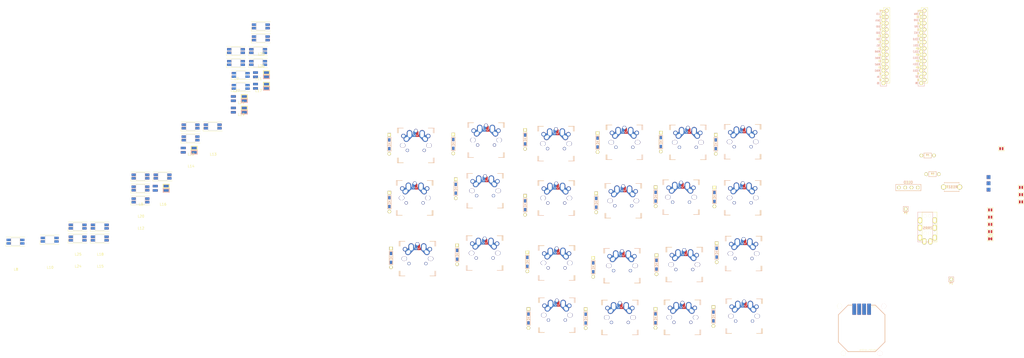
<source format=kicad_pcb>
(kicad_pcb (version 20171130) (host pcbnew "(5.1.8)-1")
  (layers (0 F.Cu signal) (31 B.Cu signal) (34 B.Paste user) (35 F.Paste user) (36 B.SilkS user) (37 F.SilkS user) (38 B.Mask user) (39 F.Mask user) (44 Edge.Cuts user))
  (net 0 "")
  (net 1 row0)
  (net 2 "Net-(D1-Pad2)")
  (net 3 "Net-(D2-Pad2)")
  (net 4 "Net-(D3-Pad2)")
  (net 5 "Net-(D4-Pad2)")
  (net 6 "Net-(D5-Pad2)")
  (net 7 "Net-(D6-Pad2)")
  (net 8 "Net-(D7-Pad2)")
  (net 9 row1)
  (net 10 "Net-(D8-Pad2)")
  (net 11 "Net-(D9-Pad2)")
  (net 12 "Net-(D10-Pad2)")
  (net 13 "Net-(D11-Pad2)")
  (net 14 "Net-(D12-Pad2)")
  (net 15 "Net-(D13-Pad2)")
  (net 16 row2)
  (net 17 "Net-(D14-Pad2)")
  (net 18 "Net-(D15-Pad2)")
  (net 19 "Net-(D16-Pad2)")
  (net 20 "Net-(D17-Pad2)")
  (net 21 "Net-(D18-Pad2)")
  (net 22 row3)
  (net 23 "Net-(D19-Pad2)")
  (net 24 "Net-(D20-Pad2)")
  (net 25 "Net-(D21-Pad2)")
  (net 26 "Net-(D22-Pad2)")
  (net 27 VCC)
  (net 28 "Net-(J1-PadA)")
  (net 29 "Net-(J1-PadB)")
  (net 30 GND)
  (net 31 "Net-(J2-Pad1)")
  (net 32 "Net-(J2-Pad2)")
  (net 33 "Net-(J2-Pad3)")
  (net 34 "Net-(J2-Pad4)")
  (net 35 LED)
  (net 36 data)
  (net 37 SCL)
  (net 38 SDA)
  (net 39 "Net-(L1-Pad3)")
  (net 40 "Net-(L1-Pad1)")
  (net 41 "Net-(L2-Pad3)")
  (net 42 "Net-(L4-Pad1)")
  (net 43 "Net-(L5-Pad1)")
  (net 44 "Net-(L27-Pad4)")
  (net 45 "Net-(L13-Pad4)")
  (net 46 "Net-(L7-Pad4)")
  (net 47 "Net-(L14-Pad2)")
  (net 48 "Net-(L15-Pad4)")
  (net 49 "Net-(L10-Pad2)")
  (net 50 "Net-(L10-Pad4)")
  (net 51 "Net-(L11-Pad2)")
  (net 52 "Net-(L11-Pad4)")
  (net 53 "Net-(L12-Pad4)")
  (net 54 "Net-(L13-Pad2)")
  (net 55 "Net-(L14-Pad4)")
  (net 56 "Net-(L15-Pad2)")
  (net 57 "Net-(L16-Pad4)")
  (net 58 "Net-(L17-Pad2)")
  (net 59 "Net-(L18-Pad4)")
  (net 60 "Net-(L19-Pad2)")
  (net 61 "Net-(L20-Pad4)")
  (net 62 "Net-(L22-Pad4)")
  (net 63 "Net-(L23-Pad2)")
  (net 64 "Net-(L24-Pad4)")
  (net 65 "Net-(L25-Pad4)")
  (net 66 reset)
  (net 67 AnalogX)
  (net 68 AnalogY)
  (net 69 col0)
  (net 70 col1)
  (net 71 col2)
  (net 72 col3)
  (net 73 col4)
  (net 74 col5)
  (net 75 "Net-(U1-Pad24)")
  (net 76 "Net-(U1-Pad14)")
  (net 77 "Net-(U1-Pad13)")
  (module kbd:D3_TH_SMD (layer F.Cu) (at 50.2 94.55 270)
    (fp_text reference D1 hide)
    (fp_text value D hide)
    (pad 1 smd rect (at -1.775 0 270) (size 1.3 0.95) (layers F.Cu F.Paste F.Mask) (net 1 row0))
    (pad 2 smd rect (at 1.775 0 270) (size 1.3 0.95) (layers B.Cu B.Paste B.Mask) (net 2 "Net-(D1-Pad2)"))
    (pad 1 smd rect (at -1.775 0 270) (size 1.3 0.95) (layers B.Cu B.Paste B.Mask) (net 1 row0))
    (pad 1 thru_hole rect (at -3.81 0 270) (size 1.397 1.397) (drill 0.8128) (layers *.Cu *.Mask F.SilkS) (net 1 row0))
    (pad 2 thru_hole circle (at 3.81 0 270) (size 1.397 1.397) (drill 0.8128) (layers *.Cu *.Mask F.SilkS) (net 2 "Net-(D1-Pad2)"))
    (pad 2 smd rect (at 1.775 0 270) (size 1.3 0.95) (layers F.Cu F.Paste F.Mask) (net 2 "Net-(D1-Pad2)"))
  )
  (module kbd:D3_TH_SMD (layer F.Cu) (at 76 94.4 270)
    (fp_text reference D2 hide)
    (fp_text value D hide)
    (pad 2 smd rect (at 1.775 0 270) (size 1.3 0.95) (layers F.Cu F.Paste F.Mask) (net 3 "Net-(D2-Pad2)"))
    (pad 2 thru_hole circle (at 3.81 0 270) (size 1.397 1.397) (drill 0.8128) (layers *.Cu *.Mask F.SilkS) (net 3 "Net-(D2-Pad2)"))
    (pad 1 thru_hole rect (at -3.81 0 270) (size 1.397 1.397) (drill 0.8128) (layers *.Cu *.Mask F.SilkS) (net 1 row0))
    (pad 1 smd rect (at -1.775 0 270) (size 1.3 0.95) (layers B.Cu B.Paste B.Mask) (net 1 row0))
    (pad 2 smd rect (at 1.775 0 270) (size 1.3 0.95) (layers B.Cu B.Paste B.Mask) (net 3 "Net-(D2-Pad2)"))
    (pad 1 smd rect (at -1.775 0 270) (size 1.3 0.95) (layers F.Cu F.Paste F.Mask) (net 1 row0))
  )
  (module kbd:D3_TH_SMD (layer F.Cu) (at 104.95 92.6 270)
    (fp_text reference D3 hide)
    (fp_text value D hide)
    (pad 1 smd rect (at -1.775 0 270) (size 1.3 0.95) (layers F.Cu F.Paste F.Mask) (net 1 row0))
    (pad 2 smd rect (at 1.775 0 270) (size 1.3 0.95) (layers B.Cu B.Paste B.Mask) (net 4 "Net-(D3-Pad2)"))
    (pad 1 smd rect (at -1.775 0 270) (size 1.3 0.95) (layers B.Cu B.Paste B.Mask) (net 1 row0))
    (pad 1 thru_hole rect (at -3.81 0 270) (size 1.397 1.397) (drill 0.8128) (layers *.Cu *.Mask F.SilkS) (net 1 row0))
    (pad 2 thru_hole circle (at 3.81 0 270) (size 1.397 1.397) (drill 0.8128) (layers *.Cu *.Mask F.SilkS) (net 4 "Net-(D3-Pad2)"))
    (pad 2 smd rect (at 1.775 0 270) (size 1.3 0.95) (layers F.Cu F.Paste F.Mask) (net 4 "Net-(D3-Pad2)"))
  )
  (module kbd:D3_TH_SMD (layer F.Cu) (at 134.15 93.85 270)
    (fp_text reference D4 hide)
    (fp_text value D hide)
    (pad 2 smd rect (at 1.775 0 270) (size 1.3 0.95) (layers F.Cu F.Paste F.Mask) (net 5 "Net-(D4-Pad2)"))
    (pad 2 thru_hole circle (at 3.81 0 270) (size 1.397 1.397) (drill 0.8128) (layers *.Cu *.Mask F.SilkS) (net 5 "Net-(D4-Pad2)"))
    (pad 1 thru_hole rect (at -3.81 0 270) (size 1.397 1.397) (drill 0.8128) (layers *.Cu *.Mask F.SilkS) (net 1 row0))
    (pad 1 smd rect (at -1.775 0 270) (size 1.3 0.95) (layers B.Cu B.Paste B.Mask) (net 1 row0))
    (pad 2 smd rect (at 1.775 0 270) (size 1.3 0.95) (layers B.Cu B.Paste B.Mask) (net 5 "Net-(D4-Pad2)"))
    (pad 1 smd rect (at -1.775 0 270) (size 1.3 0.95) (layers F.Cu F.Paste F.Mask) (net 1 row0))
  )
  (module kbd:D3_TH_SMD (layer F.Cu) (at 159.65 93.65 270)
    (fp_text reference D5 hide)
    (fp_text value D hide)
    (pad 1 smd rect (at -1.775 0 270) (size 1.3 0.95) (layers F.Cu F.Paste F.Mask) (net 1 row0))
    (pad 2 smd rect (at 1.775 0 270) (size 1.3 0.95) (layers B.Cu B.Paste B.Mask) (net 6 "Net-(D5-Pad2)"))
    (pad 1 smd rect (at -1.775 0 270) (size 1.3 0.95) (layers B.Cu B.Paste B.Mask) (net 1 row0))
    (pad 1 thru_hole rect (at -3.81 0 270) (size 1.397 1.397) (drill 0.8128) (layers *.Cu *.Mask F.SilkS) (net 1 row0))
    (pad 2 thru_hole circle (at 3.81 0 270) (size 1.397 1.397) (drill 0.8128) (layers *.Cu *.Mask F.SilkS) (net 6 "Net-(D5-Pad2)"))
    (pad 2 smd rect (at 1.775 0 270) (size 1.3 0.95) (layers F.Cu F.Paste F.Mask) (net 6 "Net-(D5-Pad2)"))
  )
  (module kbd:D3_TH_SMD (layer F.Cu) (at 181.8 94.55 270)
    (fp_text reference D6 hide)
    (fp_text value D hide)
    (pad 2 smd rect (at 1.775 0 270) (size 1.3 0.95) (layers F.Cu F.Paste F.Mask) (net 7 "Net-(D6-Pad2)"))
    (pad 2 thru_hole circle (at 3.81 0 270) (size 1.397 1.397) (drill 0.8128) (layers *.Cu *.Mask F.SilkS) (net 7 "Net-(D6-Pad2)"))
    (pad 1 thru_hole rect (at -3.81 0 270) (size 1.397 1.397) (drill 0.8128) (layers *.Cu *.Mask F.SilkS) (net 1 row0))
    (pad 1 smd rect (at -1.775 0 270) (size 1.3 0.95) (layers B.Cu B.Paste B.Mask) (net 1 row0))
    (pad 2 smd rect (at 1.775 0 270) (size 1.3 0.95) (layers B.Cu B.Paste B.Mask) (net 7 "Net-(D6-Pad2)"))
    (pad 1 smd rect (at -1.775 0 270) (size 1.3 0.95) (layers F.Cu F.Paste F.Mask) (net 1 row0))
  )
  (module kbd:D3_TH_SMD (layer F.Cu) (at 50.25 117.9 270)
    (fp_text reference D7 hide)
    (fp_text value D hide)
    (pad 2 smd rect (at 1.775 0 270) (size 1.3 0.95) (layers F.Cu F.Paste F.Mask) (net 8 "Net-(D7-Pad2)"))
    (pad 2 thru_hole circle (at 3.81 0 270) (size 1.397 1.397) (drill 0.8128) (layers *.Cu *.Mask F.SilkS) (net 8 "Net-(D7-Pad2)"))
    (pad 1 thru_hole rect (at -3.81 0 270) (size 1.397 1.397) (drill 0.8128) (layers *.Cu *.Mask F.SilkS) (net 9 row1))
    (pad 1 smd rect (at -1.775 0 270) (size 1.3 0.95) (layers B.Cu B.Paste B.Mask) (net 9 row1))
    (pad 2 smd rect (at 1.775 0 270) (size 1.3 0.95) (layers B.Cu B.Paste B.Mask) (net 8 "Net-(D7-Pad2)"))
    (pad 1 smd rect (at -1.775 0 270) (size 1.3 0.95) (layers F.Cu F.Paste F.Mask) (net 9 row1))
  )
  (module kbd:D3_TH_SMD (layer F.Cu) (at 77 112.5 270)
    (fp_text reference D8 hide)
    (fp_text value D hide)
    (pad 2 smd rect (at 1.775 0 270) (size 1.3 0.95) (layers F.Cu F.Paste F.Mask) (net 10 "Net-(D8-Pad2)"))
    (pad 2 thru_hole circle (at 3.81 0 270) (size 1.397 1.397) (drill 0.8128) (layers *.Cu *.Mask F.SilkS) (net 10 "Net-(D8-Pad2)"))
    (pad 1 thru_hole rect (at -3.81 0 270) (size 1.397 1.397) (drill 0.8128) (layers *.Cu *.Mask F.SilkS) (net 9 row1))
    (pad 1 smd rect (at -1.775 0 270) (size 1.3 0.95) (layers B.Cu B.Paste B.Mask) (net 9 row1))
    (pad 2 smd rect (at 1.775 0 270) (size 1.3 0.95) (layers B.Cu B.Paste B.Mask) (net 10 "Net-(D8-Pad2)"))
    (pad 1 smd rect (at -1.775 0 270) (size 1.3 0.95) (layers F.Cu F.Paste F.Mask) (net 9 row1))
  )
  (module kbd:D3_TH_SMD (layer F.Cu) (at 104.95 119.15 270)
    (fp_text reference D9 hide)
    (fp_text value D hide)
    (pad 1 smd rect (at -1.775 0 270) (size 1.3 0.95) (layers F.Cu F.Paste F.Mask) (net 9 row1))
    (pad 2 smd rect (at 1.775 0 270) (size 1.3 0.95) (layers B.Cu B.Paste B.Mask) (net 11 "Net-(D9-Pad2)"))
    (pad 1 smd rect (at -1.775 0 270) (size 1.3 0.95) (layers B.Cu B.Paste B.Mask) (net 9 row1))
    (pad 1 thru_hole rect (at -3.81 0 270) (size 1.397 1.397) (drill 0.8128) (layers *.Cu *.Mask F.SilkS) (net 9 row1))
    (pad 2 thru_hole circle (at 3.81 0 270) (size 1.397 1.397) (drill 0.8128) (layers *.Cu *.Mask F.SilkS) (net 11 "Net-(D9-Pad2)"))
    (pad 2 smd rect (at 1.775 0 270) (size 1.3 0.95) (layers F.Cu F.Paste F.Mask) (net 11 "Net-(D9-Pad2)"))
  )
  (module kbd:D3_TH_SMD (layer F.Cu) (at 133.6 118.15 270)
    (fp_text reference D10 hide)
    (fp_text value D hide)
    (pad 1 smd rect (at -1.775 0 270) (size 1.3 0.95) (layers F.Cu F.Paste F.Mask) (net 9 row1))
    (pad 2 smd rect (at 1.775 0 270) (size 1.3 0.95) (layers B.Cu B.Paste B.Mask) (net 12 "Net-(D10-Pad2)"))
    (pad 1 smd rect (at -1.775 0 270) (size 1.3 0.95) (layers B.Cu B.Paste B.Mask) (net 9 row1))
    (pad 1 thru_hole rect (at -3.81 0 270) (size 1.397 1.397) (drill 0.8128) (layers *.Cu *.Mask F.SilkS) (net 9 row1))
    (pad 2 thru_hole circle (at 3.81 0 270) (size 1.397 1.397) (drill 0.8128) (layers *.Cu *.Mask F.SilkS) (net 12 "Net-(D10-Pad2)"))
    (pad 2 smd rect (at 1.775 0 270) (size 1.3 0.95) (layers F.Cu F.Paste F.Mask) (net 12 "Net-(D10-Pad2)"))
  )
  (module kbd:D3_TH_SMD (layer F.Cu) (at 157.55 115.7 270)
    (fp_text reference D11 hide)
    (fp_text value D hide)
    (pad 1 smd rect (at -1.775 0 270) (size 1.3 0.95) (layers F.Cu F.Paste F.Mask) (net 9 row1))
    (pad 2 smd rect (at 1.775 0 270) (size 1.3 0.95) (layers B.Cu B.Paste B.Mask) (net 13 "Net-(D11-Pad2)"))
    (pad 1 smd rect (at -1.775 0 270) (size 1.3 0.95) (layers B.Cu B.Paste B.Mask) (net 9 row1))
    (pad 1 thru_hole rect (at -3.81 0 270) (size 1.397 1.397) (drill 0.8128) (layers *.Cu *.Mask F.SilkS) (net 9 row1))
    (pad 2 thru_hole circle (at 3.81 0 270) (size 1.397 1.397) (drill 0.8128) (layers *.Cu *.Mask F.SilkS) (net 13 "Net-(D11-Pad2)"))
    (pad 2 smd rect (at 1.775 0 270) (size 1.3 0.95) (layers F.Cu F.Paste F.Mask) (net 13 "Net-(D11-Pad2)"))
  )
  (module kbd:D3_TH_SMD (layer F.Cu) (at 181.25 115.8 270)
    (fp_text reference D12 hide)
    (fp_text value D hide)
    (pad 2 smd rect (at 1.775 0 270) (size 1.3 0.95) (layers F.Cu F.Paste F.Mask) (net 14 "Net-(D12-Pad2)"))
    (pad 2 thru_hole circle (at 3.81 0 270) (size 1.397 1.397) (drill 0.8128) (layers *.Cu *.Mask F.SilkS) (net 14 "Net-(D12-Pad2)"))
    (pad 1 thru_hole rect (at -3.81 0 270) (size 1.397 1.397) (drill 0.8128) (layers *.Cu *.Mask F.SilkS) (net 9 row1))
    (pad 1 smd rect (at -1.775 0 270) (size 1.3 0.95) (layers B.Cu B.Paste B.Mask) (net 9 row1))
    (pad 2 smd rect (at 1.775 0 270) (size 1.3 0.95) (layers B.Cu B.Paste B.Mask) (net 14 "Net-(D12-Pad2)"))
    (pad 1 smd rect (at -1.775 0 270) (size 1.3 0.95) (layers F.Cu F.Paste F.Mask) (net 9 row1))
  )
  (module kbd:D3_TH_SMD (layer F.Cu) (at 50.9 140.4 270)
    (fp_text reference D13 hide)
    (fp_text value D hide)
    (pad 2 smd rect (at 1.775 0 270) (size 1.3 0.95) (layers F.Cu F.Paste F.Mask) (net 15 "Net-(D13-Pad2)"))
    (pad 2 thru_hole circle (at 3.81 0 270) (size 1.397 1.397) (drill 0.8128) (layers *.Cu *.Mask F.SilkS) (net 15 "Net-(D13-Pad2)"))
    (pad 1 thru_hole rect (at -3.81 0 270) (size 1.397 1.397) (drill 0.8128) (layers *.Cu *.Mask F.SilkS) (net 16 row2))
    (pad 1 smd rect (at -1.775 0 270) (size 1.3 0.95) (layers B.Cu B.Paste B.Mask) (net 16 row2))
    (pad 2 smd rect (at 1.775 0 270) (size 1.3 0.95) (layers B.Cu B.Paste B.Mask) (net 15 "Net-(D13-Pad2)"))
    (pad 1 smd rect (at -1.775 0 270) (size 1.3 0.95) (layers F.Cu F.Paste F.Mask) (net 16 row2))
  )
  (module kbd:D3_TH_SMD (layer F.Cu) (at 77.55 139.15 270)
    (fp_text reference D14 hide)
    (fp_text value D hide)
    (pad 2 smd rect (at 1.775 0 270) (size 1.3 0.95) (layers F.Cu F.Paste F.Mask) (net 17 "Net-(D14-Pad2)"))
    (pad 2 thru_hole circle (at 3.81 0 270) (size 1.397 1.397) (drill 0.8128) (layers *.Cu *.Mask F.SilkS) (net 17 "Net-(D14-Pad2)"))
    (pad 1 thru_hole rect (at -3.81 0 270) (size 1.397 1.397) (drill 0.8128) (layers *.Cu *.Mask F.SilkS) (net 16 row2))
    (pad 1 smd rect (at -1.775 0 270) (size 1.3 0.95) (layers B.Cu B.Paste B.Mask) (net 16 row2))
    (pad 2 smd rect (at 1.775 0 270) (size 1.3 0.95) (layers B.Cu B.Paste B.Mask) (net 17 "Net-(D14-Pad2)"))
    (pad 1 smd rect (at -1.775 0 270) (size 1.3 0.95) (layers F.Cu F.Paste F.Mask) (net 16 row2))
  )
  (module kbd:D3_TH_SMD (layer F.Cu) (at 105.85 142 270)
    (fp_text reference D15 hide)
    (fp_text value D hide)
    (pad 1 smd rect (at -1.775 0 270) (size 1.3 0.95) (layers F.Cu F.Paste F.Mask) (net 16 row2))
    (pad 2 smd rect (at 1.775 0 270) (size 1.3 0.95) (layers B.Cu B.Paste B.Mask) (net 18 "Net-(D15-Pad2)"))
    (pad 1 smd rect (at -1.775 0 270) (size 1.3 0.95) (layers B.Cu B.Paste B.Mask) (net 16 row2))
    (pad 1 thru_hole rect (at -3.81 0 270) (size 1.397 1.397) (drill 0.8128) (layers *.Cu *.Mask F.SilkS) (net 16 row2))
    (pad 2 thru_hole circle (at 3.81 0 270) (size 1.397 1.397) (drill 0.8128) (layers *.Cu *.Mask F.SilkS) (net 18 "Net-(D15-Pad2)"))
    (pad 2 smd rect (at 1.775 0 270) (size 1.3 0.95) (layers F.Cu F.Paste F.Mask) (net 18 "Net-(D15-Pad2)"))
  )
  (module kbd:D3_TH_SMD (layer F.Cu) (at 132.4 144.2 270)
    (fp_text reference D16 hide)
    (fp_text value D hide)
    (pad 2 smd rect (at 1.775 0 270) (size 1.3 0.95) (layers F.Cu F.Paste F.Mask) (net 19 "Net-(D16-Pad2)"))
    (pad 2 thru_hole circle (at 3.81 0 270) (size 1.397 1.397) (drill 0.8128) (layers *.Cu *.Mask F.SilkS) (net 19 "Net-(D16-Pad2)"))
    (pad 1 thru_hole rect (at -3.81 0 270) (size 1.397 1.397) (drill 0.8128) (layers *.Cu *.Mask F.SilkS) (net 16 row2))
    (pad 1 smd rect (at -1.775 0 270) (size 1.3 0.95) (layers B.Cu B.Paste B.Mask) (net 16 row2))
    (pad 2 smd rect (at 1.775 0 270) (size 1.3 0.95) (layers B.Cu B.Paste B.Mask) (net 19 "Net-(D16-Pad2)"))
    (pad 1 smd rect (at -1.775 0 270) (size 1.3 0.95) (layers F.Cu F.Paste F.Mask) (net 16 row2))
  )
  (module kbd:D3_TH_SMD (layer F.Cu) (at 157.9 143.15 270)
    (fp_text reference D17 hide)
    (fp_text value D hide)
    (pad 1 smd rect (at -1.775 0 270) (size 1.3 0.95) (layers F.Cu F.Paste F.Mask) (net 16 row2))
    (pad 2 smd rect (at 1.775 0 270) (size 1.3 0.95) (layers B.Cu B.Paste B.Mask) (net 20 "Net-(D17-Pad2)"))
    (pad 1 smd rect (at -1.775 0 270) (size 1.3 0.95) (layers B.Cu B.Paste B.Mask) (net 16 row2))
    (pad 1 thru_hole rect (at -3.81 0 270) (size 1.397 1.397) (drill 0.8128) (layers *.Cu *.Mask F.SilkS) (net 16 row2))
    (pad 2 thru_hole circle (at 3.81 0 270) (size 1.397 1.397) (drill 0.8128) (layers *.Cu *.Mask F.SilkS) (net 20 "Net-(D17-Pad2)"))
    (pad 2 smd rect (at 1.775 0 270) (size 1.3 0.95) (layers F.Cu F.Paste F.Mask) (net 20 "Net-(D17-Pad2)"))
  )
  (module kbd:D3_TH_SMD (layer F.Cu) (at 182.15 138.3 270)
    (fp_text reference D18 hide)
    (fp_text value D hide)
    (pad 2 smd rect (at 1.775 0 270) (size 1.3 0.95) (layers F.Cu F.Paste F.Mask) (net 21 "Net-(D18-Pad2)"))
    (pad 2 thru_hole circle (at 3.81 0 270) (size 1.397 1.397) (drill 0.8128) (layers *.Cu *.Mask F.SilkS) (net 21 "Net-(D18-Pad2)"))
    (pad 1 thru_hole rect (at -3.81 0 270) (size 1.397 1.397) (drill 0.8128) (layers *.Cu *.Mask F.SilkS) (net 16 row2))
    (pad 1 smd rect (at -1.775 0 270) (size 1.3 0.95) (layers B.Cu B.Paste B.Mask) (net 16 row2))
    (pad 2 smd rect (at 1.775 0 270) (size 1.3 0.95) (layers B.Cu B.Paste B.Mask) (net 21 "Net-(D18-Pad2)"))
    (pad 1 smd rect (at -1.775 0 270) (size 1.3 0.95) (layers F.Cu F.Paste F.Mask) (net 16 row2))
  )
  (module kbd:D3_TH_SMD (layer F.Cu) (at 129.35 164.9 270)
    (fp_text reference D19 hide)
    (fp_text value D hide)
    (pad 1 smd rect (at -1.775 0 270) (size 1.3 0.95) (layers F.Cu F.Paste F.Mask) (net 22 row3))
    (pad 2 smd rect (at 1.775 0 270) (size 1.3 0.95) (layers B.Cu B.Paste B.Mask) (net 23 "Net-(D19-Pad2)"))
    (pad 1 smd rect (at -1.775 0 270) (size 1.3 0.95) (layers B.Cu B.Paste B.Mask) (net 22 row3))
    (pad 1 thru_hole rect (at -3.81 0 270) (size 1.397 1.397) (drill 0.8128) (layers *.Cu *.Mask F.SilkS) (net 22 row3))
    (pad 2 thru_hole circle (at 3.81 0 270) (size 1.397 1.397) (drill 0.8128) (layers *.Cu *.Mask F.SilkS) (net 23 "Net-(D19-Pad2)"))
    (pad 2 smd rect (at 1.775 0 270) (size 1.3 0.95) (layers F.Cu F.Paste F.Mask) (net 23 "Net-(D19-Pad2)"))
  )
  (module kbd:D3_TH_SMD (layer F.Cu) (at 157.5 164.8 270)
    (fp_text reference D20 hide)
    (fp_text value D hide)
    (pad 1 smd rect (at -1.775 0 270) (size 1.3 0.95) (layers F.Cu F.Paste F.Mask) (net 22 row3))
    (pad 2 smd rect (at 1.775 0 270) (size 1.3 0.95) (layers B.Cu B.Paste B.Mask) (net 24 "Net-(D20-Pad2)"))
    (pad 1 smd rect (at -1.775 0 270) (size 1.3 0.95) (layers B.Cu B.Paste B.Mask) (net 22 row3))
    (pad 1 thru_hole rect (at -3.81 0 270) (size 1.397 1.397) (drill 0.8128) (layers *.Cu *.Mask F.SilkS) (net 22 row3))
    (pad 2 thru_hole circle (at 3.81 0 270) (size 1.397 1.397) (drill 0.8128) (layers *.Cu *.Mask F.SilkS) (net 24 "Net-(D20-Pad2)"))
    (pad 2 smd rect (at 1.775 0 270) (size 1.3 0.95) (layers F.Cu F.Paste F.Mask) (net 24 "Net-(D20-Pad2)"))
  )
  (module kbd:D3_TH_SMD (layer F.Cu) (at 180.85 164.05 270)
    (fp_text reference D21 hide)
    (fp_text value D hide)
    (pad 2 smd rect (at 1.775 0 270) (size 1.3 0.95) (layers F.Cu F.Paste F.Mask) (net 25 "Net-(D21-Pad2)"))
    (pad 2 thru_hole circle (at 3.81 0 270) (size 1.397 1.397) (drill 0.8128) (layers *.Cu *.Mask F.SilkS) (net 25 "Net-(D21-Pad2)"))
    (pad 1 thru_hole rect (at -3.81 0 270) (size 1.397 1.397) (drill 0.8128) (layers *.Cu *.Mask F.SilkS) (net 22 row3))
    (pad 1 smd rect (at -1.775 0 270) (size 1.3 0.95) (layers B.Cu B.Paste B.Mask) (net 22 row3))
    (pad 2 smd rect (at 1.775 0 270) (size 1.3 0.95) (layers B.Cu B.Paste B.Mask) (net 25 "Net-(D21-Pad2)"))
    (pad 1 smd rect (at -1.775 0 270) (size 1.3 0.95) (layers F.Cu F.Paste F.Mask) (net 22 row3))
  )
  (module kbd:D3_TH_SMD (layer F.Cu) (at 106.3 164.85 270)
    (fp_text reference D22 hide)
    (fp_text value D hide)
    (pad 1 smd rect (at -1.775 0 270) (size 1.3 0.95) (layers F.Cu F.Paste F.Mask) (net 22 row3))
    (pad 2 smd rect (at 1.775 0 270) (size 1.3 0.95) (layers B.Cu B.Paste B.Mask) (net 26 "Net-(D22-Pad2)"))
    (pad 1 smd rect (at -1.775 0 270) (size 1.3 0.95) (layers B.Cu B.Paste B.Mask) (net 22 row3))
    (pad 1 thru_hole rect (at -3.81 0 270) (size 1.397 1.397) (drill 0.8128) (layers *.Cu *.Mask F.SilkS) (net 22 row3))
    (pad 2 thru_hole circle (at 3.81 0 270) (size 1.397 1.397) (drill 0.8128) (layers *.Cu *.Mask F.SilkS) (net 26 "Net-(D22-Pad2)"))
    (pad 2 smd rect (at 1.775 0 270) (size 1.3 0.95) (layers F.Cu F.Paste F.Mask) (net 26 "Net-(D22-Pad2)"))
  )
  (module kbd:MJ-4PP-9 (layer F.Cu) (at 267.95 121.95)
    (fp_text reference J1)
    (fp_text value MJ-4PP-9 hide)
    (fp_text user TRRS (at -0.8255 6.4135) (layer B.SilkS) (effects (justify mirror)))
    (fp_text user TRRS (at -0.75 6.45) (layer F.SilkS))
    (pad "" np_thru_hole circle (at -1.75 8.5) (size 1.2 1.2) (drill 1.2) (layers *.Cu *.Mask F.SilkS))
    (pad "" np_thru_hole circle (at -1.75 1.5) (size 1.2 1.2) (drill 1.2) (layers *.Cu *.Mask F.SilkS))
    (pad D thru_hole oval (at -3.85 10.3) (size 1.7 2.5) (drill oval 1 1.5) (layers *.Cu *.Mask F.SilkS) (net 27 VCC) (clearance 0.15))
    (pad A thru_hole oval (at 0.35 11.8) (size 1.7 2.5) (drill oval 1 1.5) (layers *.Cu *.Mask F.SilkS) (net 28 "Net-(J1-PadA)") (clearance 0.15))
    (pad B thru_hole oval (at -3.85 3.3) (size 1.7 2.5) (drill oval 1 1.5) (layers *.Cu *.Mask F.SilkS) (net 29 "Net-(J1-PadB)"))
    (pad C thru_hole oval (at -3.85 6.3) (size 1.7 2.5) (drill oval 1 1.5) (layers *.Cu *.Mask F.SilkS) (net 30 GND))
    (pad "" np_thru_hole circle (at 0 1.5) (size 1.2 1.2) (drill 1.2) (layers *.Cu *.Mask F.SilkS))
    (pad "" np_thru_hole circle (at 0 8.5) (size 1.2 1.2) (drill 1.2) (layers *.Cu *.Mask F.SilkS))
    (pad B thru_hole oval (at 2.1 3.3) (size 1.7 2.5) (drill oval 1 1.5) (layers *.Cu *.Mask F.SilkS) (net 29 "Net-(J1-PadB)"))
    (pad C thru_hole oval (at 2.1 6.3) (size 1.7 2.5) (drill oval 1 1.5) (layers *.Cu *.Mask F.SilkS) (net 30 GND))
    (pad D thru_hole oval (at 2.1 10.3) (size 1.7 2.5) (drill oval 1 1.5) (layers *.Cu *.Mask F.SilkS) (net 27 VCC) (clearance 0.15))
    (pad A thru_hole oval (at -2.1 11.8) (size 1.7 2.5) (drill oval 1 1.5) (layers *.Cu *.Mask F.SilkS) (net 28 "Net-(J1-PadA)") (clearance 0.15))
  )
  (module kbd:OLED (layer F.Cu) (at 255.6 112)
    (fp_text reference J2)
    (fp_text value OLED hide)
    (fp_text user OLED (at 3.8 -2.1) (layer F.SilkS))
    (fp_text user OLED (at 3.75 -2.1) (layer B.SilkS) (effects (justify mirror)))
    (pad 1 thru_hole circle (at 0 0) (size 1.397 1.397) (drill 0.8128) (layers *.Cu *.Mask F.SilkS) (net 31 "Net-(J2-Pad1)"))
    (pad 2 thru_hole circle (at 2.54 0) (size 1.397 1.397) (drill 0.8128) (layers *.Cu *.Mask F.SilkS) (net 32 "Net-(J2-Pad2)"))
    (pad 3 thru_hole circle (at 5.08 0) (size 1.397 1.397) (drill 0.8128) (layers *.Cu *.Mask F.SilkS) (net 33 "Net-(J2-Pad3)"))
    (pad 4 thru_hole circle (at 7.62 0) (size 1.397 1.397) (drill 0.8128) (layers *.Cu *.Mask F.SilkS) (net 34 "Net-(J2-Pad4)"))
  )
  (module kbd:StripLED_rev (layer F.Cu) (at 291.75 107.77)
    (fp_text reference J3 hide)
    (fp_text value LED hide)
    (pad 3 smd rect (at 0 5.08) (size 1.524 1.524) (layers F.Cu F.Paste F.Mask) (net 27 VCC))
    (pad 2 smd rect (at 0 2.54) (size 1.524 1.524) (layers F.Cu F.Paste F.Mask) (net 35 LED))
    (pad 1 smd rect (at 0 0) (size 1.524 1.524) (layers F.Cu F.Paste F.Mask) (net 30 GND))
    (pad 1 smd rect (at 0 5.08) (size 1.524 1.524) (layers B.Cu B.Paste B.Mask) (net 30 GND))
    (pad 2 smd rect (at 0 2.54) (size 1.524 1.524) (layers B.Cu B.Paste B.Mask) (net 35 LED))
    (pad 3 smd rect (at 0 0) (size 1.524 1.524) (layers B.Cu B.Paste B.Mask) (net 27 VCC))
  )
  (module kbd:JP (layer F.Cu) (at 292.418001 132.714001)
    (fp_text reference JP1 (at 0.1 -1.4) (layer F.SilkS) (effects (font (size 0.8128 0.8128) (thickness 0.1524))))
    (fp_text value " " hide)
    (pad 1 smd rect (at -0.50038 0) (size 0.635 1.143) (layers F.Cu F.Paste F.Mask) (net 36 data) (clearance 0.1905))
    (pad 2 smd rect (at 0.50038 0) (size 0.635 1.143) (layers F.Cu F.Paste F.Mask) (net 29 "Net-(J1-PadB)") (clearance 0.1905))
    (pad "" smd rect (at 0 0 90) (size 0.381 0.381) (layers F.Cu F.Paste F.Mask) (clearance 0.00254))
  )
  (module kbd:Jumper (layer F.Cu) (at 292.418001 129.794001)
    (fp_text reference JP2 hide)
    (fp_text value " " (at -2.794 0) (layer F.SilkS) (effects (font (size 0.8128 0.8128))))
    (pad 1 smd rect (at -0.50038 0) (size 0.635 1.143) (layers F.Cu F.Paste F.Mask) (net 30 GND) (clearance 0.1905))
    (pad 2 smd rect (at 0.50038 0) (size 0.635 1.143) (layers F.Cu F.Paste F.Mask) (net 34 "Net-(J2-Pad4)") (clearance 0.1905))
  )
  (module kbd:Jumper (layer F.Cu) (at 292.418001 126.874001)
    (fp_text reference JP3 hide)
    (fp_text value " " (at -2.794 0) (layer F.SilkS) (effects (font (size 0.8128 0.8128))))
    (pad 2 smd rect (at 0.50038 0) (size 0.635 1.143) (layers F.Cu F.Paste F.Mask) (net 33 "Net-(J2-Pad3)") (clearance 0.1905))
    (pad 1 smd rect (at -0.50038 0) (size 0.635 1.143) (layers F.Cu F.Paste F.Mask) (net 27 VCC) (clearance 0.1905))
  )
  (module kbd:Jumper (layer F.Cu) (at 292.418001 123.954001)
    (fp_text reference JP4 hide)
    (fp_text value " " (at -2.794 0) (layer F.SilkS) (effects (font (size 0.8128 0.8128))))
    (pad 1 smd rect (at -0.50038 0) (size 0.635 1.143) (layers F.Cu F.Paste F.Mask) (net 37 SCL) (clearance 0.1905))
    (pad 2 smd rect (at 0.50038 0) (size 0.635 1.143) (layers F.Cu F.Paste F.Mask) (net 32 "Net-(J2-Pad2)") (clearance 0.1905))
  )
  (module kbd:Jumper (layer F.Cu) (at 292.418001 121.034001)
    (fp_text reference JP5 hide)
    (fp_text value " " (at -2.794 0) (layer F.SilkS) (effects (font (size 0.8128 0.8128))))
    (pad 2 smd rect (at 0.50038 0) (size 0.635 1.143) (layers F.Cu F.Paste F.Mask) (net 31 "Net-(J2-Pad1)") (clearance 0.1905))
    (pad 1 smd rect (at -0.50038 0) (size 0.635 1.143) (layers F.Cu F.Paste F.Mask) (net 38 SDA) (clearance 0.1905))
  )
  (module kbd:Jumper (layer F.Cu) (at 304.818001 117.794001)
    (fp_text reference JP6 hide)
    (fp_text value " " (at -2.794 0) (layer F.SilkS) (effects (font (size 0.8128 0.8128))))
    (pad 1 smd rect (at -0.50038 0) (size 0.635 1.143) (layers F.Cu F.Paste F.Mask) (net 38 SDA) (clearance 0.1905))
    (pad 2 smd rect (at 0.50038 0) (size 0.635 1.143) (layers F.Cu F.Paste F.Mask) (net 34 "Net-(J2-Pad4)") (clearance 0.1905))
  )
  (module kbd:Jumper (layer F.Cu) (at 304.818001 114.874001)
    (fp_text reference JP7 hide)
    (fp_text value " " (at -2.794 0) (layer F.SilkS) (effects (font (size 0.8128 0.8128))))
    (pad 2 smd rect (at 0.50038 0) (size 0.635 1.143) (layers F.Cu F.Paste F.Mask) (net 33 "Net-(J2-Pad3)") (clearance 0.1905))
    (pad 1 smd rect (at -0.50038 0) (size 0.635 1.143) (layers F.Cu F.Paste F.Mask) (net 37 SCL) (clearance 0.1905))
  )
  (module kbd:Jumper (layer F.Cu) (at 304.818001 111.954001)
    (fp_text reference JP8 hide)
    (fp_text value " " (at -2.794 0) (layer F.SilkS) (effects (font (size 0.8128 0.8128))))
    (pad 1 smd rect (at -0.50038 0) (size 0.635 1.143) (layers F.Cu F.Paste F.Mask) (net 27 VCC) (clearance 0.1905))
    (pad 2 smd rect (at 0.50038 0) (size 0.635 1.143) (layers F.Cu F.Paste F.Mask) (net 32 "Net-(J2-Pad2)") (clearance 0.1905))
  )
  (module kbd:Jumper (layer F.Cu) (at 296.9 96.3)
    (fp_text reference JP9 hide)
    (fp_text value " " (at -2.794 0) (layer F.SilkS) (effects (font (size 0.8128 0.8128))))
    (pad 2 smd rect (at 0.50038 0) (size 0.635 1.143) (layers F.Cu F.Paste F.Mask) (net 31 "Net-(J2-Pad1)") (clearance 0.1905))
    (pad 1 smd rect (at -0.50038 0) (size 0.635 1.143) (layers F.Cu F.Paste F.Mask) (net 30 GND) (clearance 0.1905))
  )
  (module kbd:SK6812MINI_underglow_rev (layer F.Cu) (at -10.44 80.755001)
    (fp_text reference L1 hide)
    (fp_text value SK6812MINI hide)
    (pad 4 smd rect (at 2.2 -0.875) (size 2 1) (layers F.Cu F.Paste F.Mask) (net 27 VCC))
    (pad 3 smd rect (at 2.2 0.875) (size 2 1) (layers F.Cu F.Paste F.Mask) (net 39 "Net-(L1-Pad3)"))
    (pad 1 smd rect (at -2.2 -0.875) (size 2 1) (layers F.Cu F.Paste F.Mask) (net 40 "Net-(L1-Pad1)"))
    (pad 2 smd rect (at -2.2 0.875) (size 2 1) (layers F.Cu F.Paste F.Mask) (net 30 GND))
    (pad 3 smd rect (at 2.2 -0.875) (size 2 1) (layers B.Cu B.Paste B.Mask) (net 39 "Net-(L1-Pad3)"))
    (pad 4 smd rect (at 2.2 0.875) (size 2 1) (layers B.Cu B.Paste B.Mask) (net 27 VCC))
    (pad 1 smd rect (at -2.2 0.875) (size 2 1) (layers B.Cu B.Paste B.Mask) (net 40 "Net-(L1-Pad1)"))
    (pad 2 smd rect (at -2.2 -0.875) (size 2 1) (layers B.Cu B.Paste B.Mask) (net 30 GND))
  )
  (module kbd:SK6812MINI_underglow_rev (layer F.Cu) (at -1.52 66.465001)
    (fp_text reference L2 hide)
    (fp_text value SK6812MINI hide)
    (pad 2 smd rect (at -2.2 -0.875) (size 2 1) (layers B.Cu B.Paste B.Mask) (net 30 GND))
    (pad 1 smd rect (at -2.2 0.875) (size 2 1) (layers B.Cu B.Paste B.Mask) (net 39 "Net-(L1-Pad3)"))
    (pad 4 smd rect (at 2.2 0.875) (size 2 1) (layers B.Cu B.Paste B.Mask) (net 27 VCC))
    (pad 3 smd rect (at 2.2 -0.875) (size 2 1) (layers B.Cu B.Paste B.Mask) (net 41 "Net-(L2-Pad3)"))
    (pad 2 smd rect (at -2.2 0.875) (size 2 1) (layers F.Cu F.Paste F.Mask) (net 30 GND))
    (pad 1 smd rect (at -2.2 -0.875) (size 2 1) (layers F.Cu F.Paste F.Mask) (net 39 "Net-(L1-Pad3)"))
    (pad 3 smd rect (at 2.2 0.875) (size 2 1) (layers F.Cu F.Paste F.Mask) (net 41 "Net-(L2-Pad3)"))
    (pad 4 smd rect (at 2.2 -0.875) (size 2 1) (layers F.Cu F.Paste F.Mask) (net 27 VCC))
  )
  (module kbd:SK6812MINI_underglow_rev (layer F.Cu) (at -10.44 76.105001)
    (fp_text reference L3 hide)
    (fp_text value SK6812MINI hide)
    (pad 4 smd rect (at 2.2 -0.875) (size 2 1) (layers F.Cu F.Paste F.Mask) (net 27 VCC))
    (pad 3 smd rect (at 2.2 0.875) (size 2 1) (layers F.Cu F.Paste F.Mask) (net 35 LED))
    (pad 1 smd rect (at -2.2 -0.875) (size 2 1) (layers F.Cu F.Paste F.Mask) (net 41 "Net-(L2-Pad3)"))
    (pad 2 smd rect (at -2.2 0.875) (size 2 1) (layers F.Cu F.Paste F.Mask) (net 30 GND))
    (pad 3 smd rect (at 2.2 -0.875) (size 2 1) (layers B.Cu B.Paste B.Mask) (net 35 LED))
    (pad 4 smd rect (at 2.2 0.875) (size 2 1) (layers B.Cu B.Paste B.Mask) (net 27 VCC))
    (pad 1 smd rect (at -2.2 0.875) (size 2 1) (layers B.Cu B.Paste B.Mask) (net 41 "Net-(L2-Pad3)"))
    (pad 2 smd rect (at -2.2 -0.875) (size 2 1) (layers B.Cu B.Paste B.Mask) (net 30 GND))
  )
  (module kbd:SK6812MINI_underglow_rev (layer F.Cu) (at -41.92 112.295001)
    (fp_text reference L4 hide)
    (fp_text value SK6812MINI hide)
    (pad 2 smd rect (at -2.2 -0.875) (size 2 1) (layers B.Cu B.Paste B.Mask) (net 30 GND))
    (pad 1 smd rect (at -2.2 0.875) (size 2 1) (layers B.Cu B.Paste B.Mask) (net 42 "Net-(L4-Pad1)"))
    (pad 4 smd rect (at 2.2 0.875) (size 2 1) (layers B.Cu B.Paste B.Mask) (net 27 VCC))
    (pad 3 smd rect (at 2.2 -0.875) (size 2 1) (layers B.Cu B.Paste B.Mask) (net 40 "Net-(L1-Pad1)"))
    (pad 2 smd rect (at -2.2 0.875) (size 2 1) (layers F.Cu F.Paste F.Mask) (net 30 GND))
    (pad 1 smd rect (at -2.2 -0.875) (size 2 1) (layers F.Cu F.Paste F.Mask) (net 42 "Net-(L4-Pad1)"))
    (pad 3 smd rect (at 2.2 0.875) (size 2 1) (layers F.Cu F.Paste F.Mask) (net 40 "Net-(L1-Pad1)"))
    (pad 4 smd rect (at 2.2 -0.875) (size 2 1) (layers F.Cu F.Paste F.Mask) (net 27 VCC))
  )
  (module kbd:SK6812MINI_underglow_rev (layer F.Cu) (at -1.52 71.115001)
    (fp_text reference L5 hide)
    (fp_text value SK6812MINI hide)
    (pad 4 smd rect (at 2.2 -0.875) (size 2 1) (layers F.Cu F.Paste F.Mask) (net 27 VCC))
    (pad 3 smd rect (at 2.2 0.875) (size 2 1) (layers F.Cu F.Paste F.Mask) (net 42 "Net-(L4-Pad1)"))
    (pad 1 smd rect (at -2.2 -0.875) (size 2 1) (layers F.Cu F.Paste F.Mask) (net 43 "Net-(L5-Pad1)"))
    (pad 2 smd rect (at -2.2 0.875) (size 2 1) (layers F.Cu F.Paste F.Mask) (net 30 GND))
    (pad 3 smd rect (at 2.2 -0.875) (size 2 1) (layers B.Cu B.Paste B.Mask) (net 42 "Net-(L4-Pad1)"))
    (pad 4 smd rect (at 2.2 0.875) (size 2 1) (layers B.Cu B.Paste B.Mask) (net 27 VCC))
    (pad 1 smd rect (at -2.2 0.875) (size 2 1) (layers B.Cu B.Paste B.Mask) (net 43 "Net-(L5-Pad1)"))
    (pad 2 smd rect (at -2.2 -0.875) (size 2 1) (layers B.Cu B.Paste B.Mask) (net 30 GND))
  )
  (module kbd:SK6812MINI_underglow_rev (layer F.Cu) (at -30.64 96.915001)
    (fp_text reference L6 hide)
    (fp_text value SK6812MINI hide)
    (pad 2 smd rect (at -2.2 -0.875) (size 2 1) (layers B.Cu B.Paste B.Mask) (net 30 GND))
    (pad 1 smd rect (at -2.2 0.875) (size 2 1) (layers B.Cu B.Paste B.Mask) (net 44 "Net-(L27-Pad4)"))
    (pad 4 smd rect (at 2.2 0.875) (size 2 1) (layers B.Cu B.Paste B.Mask) (net 27 VCC))
    (pad 3 smd rect (at 2.2 -0.875) (size 2 1) (layers B.Cu B.Paste B.Mask) (net 43 "Net-(L5-Pad1)"))
    (pad 2 smd rect (at -2.2 0.875) (size 2 1) (layers F.Cu F.Paste F.Mask) (net 30 GND))
    (pad 1 smd rect (at -2.2 -0.875) (size 2 1) (layers F.Cu F.Paste F.Mask) (net 44 "Net-(L27-Pad4)"))
    (pad 3 smd rect (at 2.2 0.875) (size 2 1) (layers F.Cu F.Paste F.Mask) (net 43 "Net-(L5-Pad1)"))
    (pad 4 smd rect (at 2.2 -0.875) (size 2 1) (layers F.Cu F.Paste F.Mask) (net 27 VCC))
  )
  (module kbd:YS-SK6812MINI-E (layer F.Cu) (at -11.579999 56.910001)
    (fp_text reference L7 (at 0.2 11.2) (layer F.SilkS))
    (fp_text value SK6812MINI-E)
    (fp_line (start 1.8 -1.55) (end -1.8 -1.55) (layer Edge.Cuts) (width 0.12))
    (fp_line (start 1.8 1.55) (end 1.8 -1.55) (layer Edge.Cuts) (width 0.12))
    (fp_line (start -1.8 1.55) (end 1.8 1.55) (layer Edge.Cuts) (width 0.12))
    (fp_line (start -1.8 -1.55) (end -1.8 1.55) (layer Edge.Cuts) (width 0.12))
    (pad 1 smd rect (at 2.75 0.7) (size 1.7 1) (layers B.Cu B.Paste B.Mask) (net 27 VCC))
    (pad 2 smd rect (at 2.75 -0.7) (size 1.7 1) (layers B.Cu B.Paste B.Mask) (net 45 "Net-(L13-Pad4)"))
    (pad 3 smd rect (at -2.75 -0.7) (size 1.7 1) (layers B.Cu B.Paste B.Mask) (net 30 GND))
    (pad 4 smd rect (at -2.75 0.7) (size 1.7 1) (layers B.Cu B.Paste B.Mask) (net 46 "Net-(L7-Pad4)"))
    (pad 2 smd rect (at 2.75 0.7) (size 1.7 1) (layers F.Cu F.Paste F.Mask) (net 45 "Net-(L13-Pad4)"))
    (pad 1 smd rect (at 2.75 -0.7) (size 1.7 1) (layers F.Cu F.Paste F.Mask) (net 27 VCC))
    (pad 3 smd rect (at -2.75 0.7) (size 1.7 1) (layers F.Cu F.Paste F.Mask) (net 30 GND))
    (pad 4 smd rect (at -2.75 -0.7) (size 1.7 1) (layers F.Cu F.Paste F.Mask) (net 46 "Net-(L7-Pad4)"))
  )
  (module kbd:YS-SK6812MINI-E (layer F.Cu) (at -100.45 133.85)
    (fp_text reference L8 (at 0.2 11.2) (layer F.SilkS))
    (fp_text value SK6812MINI-E)
    (fp_line (start -1.8 -1.55) (end -1.8 1.55) (layer Edge.Cuts) (width 0.12))
    (fp_line (start -1.8 1.55) (end 1.8 1.55) (layer Edge.Cuts) (width 0.12))
    (fp_line (start 1.8 1.55) (end 1.8 -1.55) (layer Edge.Cuts) (width 0.12))
    (fp_line (start 1.8 -1.55) (end -1.8 -1.55) (layer Edge.Cuts) (width 0.12))
    (pad 4 smd rect (at -2.75 -0.7) (size 1.7 1) (layers F.Cu F.Paste F.Mask) (net 47 "Net-(L14-Pad2)"))
    (pad 3 smd rect (at -2.75 0.7) (size 1.7 1) (layers F.Cu F.Paste F.Mask) (net 30 GND))
    (pad 1 smd rect (at 2.75 -0.7) (size 1.7 1) (layers F.Cu F.Paste F.Mask) (net 27 VCC))
    (pad 2 smd rect (at 2.75 0.7) (size 1.7 1) (layers F.Cu F.Paste F.Mask) (net 46 "Net-(L7-Pad4)"))
    (pad 4 smd rect (at -2.75 0.7) (size 1.7 1) (layers B.Cu B.Paste B.Mask) (net 47 "Net-(L14-Pad2)"))
    (pad 3 smd rect (at -2.75 -0.7) (size 1.7 1) (layers B.Cu B.Paste B.Mask) (net 30 GND))
    (pad 2 smd rect (at 2.75 -0.7) (size 1.7 1) (layers B.Cu B.Paste B.Mask) (net 46 "Net-(L7-Pad4)"))
    (pad 1 smd rect (at 2.75 0.7) (size 1.7 1) (layers B.Cu B.Paste B.Mask) (net 27 VCC))
  )
  (module kbd:YS-SK6812MINI-E (layer F.Cu) (at -50.079999 107.560001)
    (fp_text reference L9 (at 0.2 11.2) (layer F.SilkS))
    (fp_text value SK6812MINI-E)
    (fp_line (start 1.8 -1.55) (end -1.8 -1.55) (layer Edge.Cuts) (width 0.12))
    (fp_line (start 1.8 1.55) (end 1.8 -1.55) (layer Edge.Cuts) (width 0.12))
    (fp_line (start -1.8 1.55) (end 1.8 1.55) (layer Edge.Cuts) (width 0.12))
    (fp_line (start -1.8 -1.55) (end -1.8 1.55) (layer Edge.Cuts) (width 0.12))
    (pad 1 smd rect (at 2.75 0.7) (size 1.7 1) (layers B.Cu B.Paste B.Mask) (net 27 VCC))
    (pad 2 smd rect (at 2.75 -0.7) (size 1.7 1) (layers B.Cu B.Paste B.Mask) (net 48 "Net-(L15-Pad4)"))
    (pad 3 smd rect (at -2.75 -0.7) (size 1.7 1) (layers B.Cu B.Paste B.Mask) (net 30 GND))
    (pad 4 smd rect (at -2.75 0.7) (size 1.7 1) (layers B.Cu B.Paste B.Mask) (net 49 "Net-(L10-Pad2)"))
    (pad 2 smd rect (at 2.75 0.7) (size 1.7 1) (layers F.Cu F.Paste F.Mask) (net 48 "Net-(L15-Pad4)"))
    (pad 1 smd rect (at 2.75 -0.7) (size 1.7 1) (layers F.Cu F.Paste F.Mask) (net 27 VCC))
    (pad 3 smd rect (at -2.75 0.7) (size 1.7 1) (layers F.Cu F.Paste F.Mask) (net 30 GND))
    (pad 4 smd rect (at -2.75 -0.7) (size 1.7 1) (layers F.Cu F.Paste F.Mask) (net 49 "Net-(L10-Pad2)"))
  )
  (module kbd:YS-SK6812MINI-E (layer F.Cu) (at -86.669999 133.060001)
    (fp_text reference L10 (at 0.2 11.2) (layer F.SilkS))
    (fp_text value SK6812MINI-E)
    (fp_line (start -1.8 -1.55) (end -1.8 1.55) (layer Edge.Cuts) (width 0.12))
    (fp_line (start -1.8 1.55) (end 1.8 1.55) (layer Edge.Cuts) (width 0.12))
    (fp_line (start 1.8 1.55) (end 1.8 -1.55) (layer Edge.Cuts) (width 0.12))
    (fp_line (start 1.8 -1.55) (end -1.8 -1.55) (layer Edge.Cuts) (width 0.12))
    (pad 4 smd rect (at -2.75 -0.7) (size 1.7 1) (layers F.Cu F.Paste F.Mask) (net 50 "Net-(L10-Pad4)"))
    (pad 3 smd rect (at -2.75 0.7) (size 1.7 1) (layers F.Cu F.Paste F.Mask) (net 30 GND))
    (pad 1 smd rect (at 2.75 -0.7) (size 1.7 1) (layers F.Cu F.Paste F.Mask) (net 27 VCC))
    (pad 2 smd rect (at 2.75 0.7) (size 1.7 1) (layers F.Cu F.Paste F.Mask) (net 49 "Net-(L10-Pad2)"))
    (pad 4 smd rect (at -2.75 0.7) (size 1.7 1) (layers B.Cu B.Paste B.Mask) (net 50 "Net-(L10-Pad4)"))
    (pad 3 smd rect (at -2.75 -0.7) (size 1.7 1) (layers B.Cu B.Paste B.Mask) (net 30 GND))
    (pad 2 smd rect (at 2.75 -0.7) (size 1.7 1) (layers B.Cu B.Paste B.Mask) (net 49 "Net-(L10-Pad2)"))
    (pad 1 smd rect (at 2.75 0.7) (size 1.7 1) (layers B.Cu B.Paste B.Mask) (net 27 VCC))
  )
  (module kbd:YS-SK6812MINI-E (layer F.Cu) (at -2.659999 56.910001)
    (fp_text reference L11 (at 0.2 11.2) (layer F.SilkS))
    (fp_text value SK6812MINI-E)
    (fp_line (start 1.8 -1.55) (end -1.8 -1.55) (layer Edge.Cuts) (width 0.12))
    (fp_line (start 1.8 1.55) (end 1.8 -1.55) (layer Edge.Cuts) (width 0.12))
    (fp_line (start -1.8 1.55) (end 1.8 1.55) (layer Edge.Cuts) (width 0.12))
    (fp_line (start -1.8 -1.55) (end -1.8 1.55) (layer Edge.Cuts) (width 0.12))
    (pad 1 smd rect (at 2.75 0.7) (size 1.7 1) (layers B.Cu B.Paste B.Mask) (net 27 VCC))
    (pad 2 smd rect (at 2.75 -0.7) (size 1.7 1) (layers B.Cu B.Paste B.Mask) (net 51 "Net-(L11-Pad2)"))
    (pad 3 smd rect (at -2.75 -0.7) (size 1.7 1) (layers B.Cu B.Paste B.Mask) (net 30 GND))
    (pad 4 smd rect (at -2.75 0.7) (size 1.7 1) (layers B.Cu B.Paste B.Mask) (net 52 "Net-(L11-Pad4)"))
    (pad 2 smd rect (at 2.75 0.7) (size 1.7 1) (layers F.Cu F.Paste F.Mask) (net 51 "Net-(L11-Pad2)"))
    (pad 1 smd rect (at 2.75 -0.7) (size 1.7 1) (layers F.Cu F.Paste F.Mask) (net 27 VCC))
    (pad 3 smd rect (at -2.75 0.7) (size 1.7 1) (layers F.Cu F.Paste F.Mask) (net 30 GND))
    (pad 4 smd rect (at -2.75 -0.7) (size 1.7 1) (layers F.Cu F.Paste F.Mask) (net 52 "Net-(L11-Pad4)"))
  )
  (module kbd:YS-SK6812MINI-E (layer F.Cu) (at -50.079999 117.200001)
    (fp_text reference L12 (at 0.2 11.2) (layer F.SilkS))
    (fp_text value SK6812MINI-E)
    (fp_line (start -1.8 -1.55) (end -1.8 1.55) (layer Edge.Cuts) (width 0.12))
    (fp_line (start -1.8 1.55) (end 1.8 1.55) (layer Edge.Cuts) (width 0.12))
    (fp_line (start 1.8 1.55) (end 1.8 -1.55) (layer Edge.Cuts) (width 0.12))
    (fp_line (start 1.8 -1.55) (end -1.8 -1.55) (layer Edge.Cuts) (width 0.12))
    (pad 4 smd rect (at -2.75 -0.7) (size 1.7 1) (layers F.Cu F.Paste F.Mask) (net 53 "Net-(L12-Pad4)"))
    (pad 3 smd rect (at -2.75 0.7) (size 1.7 1) (layers F.Cu F.Paste F.Mask) (net 30 GND))
    (pad 1 smd rect (at 2.75 -0.7) (size 1.7 1) (layers F.Cu F.Paste F.Mask) (net 27 VCC))
    (pad 2 smd rect (at 2.75 0.7) (size 1.7 1) (layers F.Cu F.Paste F.Mask) (net 52 "Net-(L11-Pad4)"))
    (pad 4 smd rect (at -2.75 0.7) (size 1.7 1) (layers B.Cu B.Paste B.Mask) (net 53 "Net-(L12-Pad4)"))
    (pad 3 smd rect (at -2.75 -0.7) (size 1.7 1) (layers B.Cu B.Paste B.Mask) (net 30 GND))
    (pad 2 smd rect (at 2.75 -0.7) (size 1.7 1) (layers B.Cu B.Paste B.Mask) (net 52 "Net-(L11-Pad4)"))
    (pad 1 smd rect (at 2.75 0.7) (size 1.7 1) (layers B.Cu B.Paste B.Mask) (net 27 VCC))
  )
  (module kbd:YS-SK6812MINI-E (layer F.Cu) (at -20.959999 87.360001)
    (fp_text reference L13 (at 0.2 11.2) (layer F.SilkS))
    (fp_text value SK6812MINI-E)
    (fp_line (start -1.8 -1.55) (end -1.8 1.55) (layer Edge.Cuts) (width 0.12))
    (fp_line (start -1.8 1.55) (end 1.8 1.55) (layer Edge.Cuts) (width 0.12))
    (fp_line (start 1.8 1.55) (end 1.8 -1.55) (layer Edge.Cuts) (width 0.12))
    (fp_line (start 1.8 -1.55) (end -1.8 -1.55) (layer Edge.Cuts) (width 0.12))
    (pad 4 smd rect (at -2.75 -0.7) (size 1.7 1) (layers F.Cu F.Paste F.Mask) (net 45 "Net-(L13-Pad4)"))
    (pad 3 smd rect (at -2.75 0.7) (size 1.7 1) (layers F.Cu F.Paste F.Mask) (net 30 GND))
    (pad 1 smd rect (at 2.75 -0.7) (size 1.7 1) (layers F.Cu F.Paste F.Mask) (net 27 VCC))
    (pad 2 smd rect (at 2.75 0.7) (size 1.7 1) (layers F.Cu F.Paste F.Mask) (net 54 "Net-(L13-Pad2)"))
    (pad 4 smd rect (at -2.75 0.7) (size 1.7 1) (layers B.Cu B.Paste B.Mask) (net 45 "Net-(L13-Pad4)"))
    (pad 3 smd rect (at -2.75 -0.7) (size 1.7 1) (layers B.Cu B.Paste B.Mask) (net 30 GND))
    (pad 2 smd rect (at 2.75 -0.7) (size 1.7 1) (layers B.Cu B.Paste B.Mask) (net 54 "Net-(L13-Pad2)"))
    (pad 1 smd rect (at 2.75 0.7) (size 1.7 1) (layers B.Cu B.Paste B.Mask) (net 27 VCC))
  )
  (module kbd:YS-SK6812MINI-E (layer F.Cu) (at -29.879999 92.180001)
    (fp_text reference L14 (at 0.2 11.2) (layer F.SilkS))
    (fp_text value SK6812MINI-E)
    (fp_line (start -1.8 -1.55) (end -1.8 1.55) (layer Edge.Cuts) (width 0.12))
    (fp_line (start -1.8 1.55) (end 1.8 1.55) (layer Edge.Cuts) (width 0.12))
    (fp_line (start 1.8 1.55) (end 1.8 -1.55) (layer Edge.Cuts) (width 0.12))
    (fp_line (start 1.8 -1.55) (end -1.8 -1.55) (layer Edge.Cuts) (width 0.12))
    (pad 4 smd rect (at -2.75 -0.7) (size 1.7 1) (layers F.Cu F.Paste F.Mask) (net 55 "Net-(L14-Pad4)"))
    (pad 3 smd rect (at -2.75 0.7) (size 1.7 1) (layers F.Cu F.Paste F.Mask) (net 30 GND))
    (pad 1 smd rect (at 2.75 -0.7) (size 1.7 1) (layers F.Cu F.Paste F.Mask) (net 27 VCC))
    (pad 2 smd rect (at 2.75 0.7) (size 1.7 1) (layers F.Cu F.Paste F.Mask) (net 47 "Net-(L14-Pad2)"))
    (pad 4 smd rect (at -2.75 0.7) (size 1.7 1) (layers B.Cu B.Paste B.Mask) (net 55 "Net-(L14-Pad4)"))
    (pad 3 smd rect (at -2.75 -0.7) (size 1.7 1) (layers B.Cu B.Paste B.Mask) (net 30 GND))
    (pad 2 smd rect (at 2.75 -0.7) (size 1.7 1) (layers B.Cu B.Paste B.Mask) (net 47 "Net-(L14-Pad2)"))
    (pad 1 smd rect (at 2.75 0.7) (size 1.7 1) (layers B.Cu B.Paste B.Mask) (net 27 VCC))
  )
  (module kbd:YS-SK6812MINI-E (layer F.Cu) (at -66.479999 132.580001)
    (fp_text reference L15 (at 0.2 11.2) (layer F.SilkS))
    (fp_text value SK6812MINI-E)
    (fp_line (start 1.8 -1.55) (end -1.8 -1.55) (layer Edge.Cuts) (width 0.12))
    (fp_line (start 1.8 1.55) (end 1.8 -1.55) (layer Edge.Cuts) (width 0.12))
    (fp_line (start -1.8 1.55) (end 1.8 1.55) (layer Edge.Cuts) (width 0.12))
    (fp_line (start -1.8 -1.55) (end -1.8 1.55) (layer Edge.Cuts) (width 0.12))
    (pad 1 smd rect (at 2.75 0.7) (size 1.7 1) (layers B.Cu B.Paste B.Mask) (net 27 VCC))
    (pad 2 smd rect (at 2.75 -0.7) (size 1.7 1) (layers B.Cu B.Paste B.Mask) (net 56 "Net-(L15-Pad2)"))
    (pad 3 smd rect (at -2.75 -0.7) (size 1.7 1) (layers B.Cu B.Paste B.Mask) (net 30 GND))
    (pad 4 smd rect (at -2.75 0.7) (size 1.7 1) (layers B.Cu B.Paste B.Mask) (net 48 "Net-(L15-Pad4)"))
    (pad 2 smd rect (at 2.75 0.7) (size 1.7 1) (layers F.Cu F.Paste F.Mask) (net 56 "Net-(L15-Pad2)"))
    (pad 1 smd rect (at 2.75 -0.7) (size 1.7 1) (layers F.Cu F.Paste F.Mask) (net 27 VCC))
    (pad 3 smd rect (at -2.75 0.7) (size 1.7 1) (layers F.Cu F.Paste F.Mask) (net 30 GND))
    (pad 4 smd rect (at -2.75 -0.7) (size 1.7 1) (layers F.Cu F.Paste F.Mask) (net 48 "Net-(L15-Pad4)"))
  )
  (module kbd:YS-SK6812MINI-E (layer F.Cu) (at -41.159999 107.560001)
    (fp_text reference L16 (at 0.2 11.2) (layer F.SilkS))
    (fp_text value SK6812MINI-E)
    (fp_line (start 1.8 -1.55) (end -1.8 -1.55) (layer Edge.Cuts) (width 0.12))
    (fp_line (start 1.8 1.55) (end 1.8 -1.55) (layer Edge.Cuts) (width 0.12))
    (fp_line (start -1.8 1.55) (end 1.8 1.55) (layer Edge.Cuts) (width 0.12))
    (fp_line (start -1.8 -1.55) (end -1.8 1.55) (layer Edge.Cuts) (width 0.12))
    (pad 1 smd rect (at 2.75 0.7) (size 1.7 1) (layers B.Cu B.Paste B.Mask) (net 27 VCC))
    (pad 2 smd rect (at 2.75 -0.7) (size 1.7 1) (layers B.Cu B.Paste B.Mask) (net 50 "Net-(L10-Pad4)"))
    (pad 3 smd rect (at -2.75 -0.7) (size 1.7 1) (layers B.Cu B.Paste B.Mask) (net 30 GND))
    (pad 4 smd rect (at -2.75 0.7) (size 1.7 1) (layers B.Cu B.Paste B.Mask) (net 57 "Net-(L16-Pad4)"))
    (pad 2 smd rect (at 2.75 0.7) (size 1.7 1) (layers F.Cu F.Paste F.Mask) (net 50 "Net-(L10-Pad4)"))
    (pad 1 smd rect (at 2.75 -0.7) (size 1.7 1) (layers F.Cu F.Paste F.Mask) (net 27 VCC))
    (pad 3 smd rect (at -2.75 0.7) (size 1.7 1) (layers F.Cu F.Paste F.Mask) (net 30 GND))
    (pad 4 smd rect (at -2.75 -0.7) (size 1.7 1) (layers F.Cu F.Paste F.Mask) (net 57 "Net-(L16-Pad4)"))
  )
  (module kbd:YS-SK6812MINI-E (layer F.Cu) (at -2.659999 61.730001)
    (fp_text reference L17 (at 0.2 11.2) (layer F.SilkS))
    (fp_text value SK6812MINI-E)
    (fp_line (start -1.8 -1.55) (end -1.8 1.55) (layer Edge.Cuts) (width 0.12))
    (fp_line (start -1.8 1.55) (end 1.8 1.55) (layer Edge.Cuts) (width 0.12))
    (fp_line (start 1.8 1.55) (end 1.8 -1.55) (layer Edge.Cuts) (width 0.12))
    (fp_line (start 1.8 -1.55) (end -1.8 -1.55) (layer Edge.Cuts) (width 0.12))
    (pad 4 smd rect (at -2.75 -0.7) (size 1.7 1) (layers F.Cu F.Paste F.Mask) (net 51 "Net-(L11-Pad2)"))
    (pad 3 smd rect (at -2.75 0.7) (size 1.7 1) (layers F.Cu F.Paste F.Mask) (net 30 GND))
    (pad 1 smd rect (at 2.75 -0.7) (size 1.7 1) (layers F.Cu F.Paste F.Mask) (net 27 VCC))
    (pad 2 smd rect (at 2.75 0.7) (size 1.7 1) (layers F.Cu F.Paste F.Mask) (net 58 "Net-(L17-Pad2)"))
    (pad 4 smd rect (at -2.75 0.7) (size 1.7 1) (layers B.Cu B.Paste B.Mask) (net 51 "Net-(L11-Pad2)"))
    (pad 3 smd rect (at -2.75 -0.7) (size 1.7 1) (layers B.Cu B.Paste B.Mask) (net 30 GND))
    (pad 2 smd rect (at 2.75 -0.7) (size 1.7 1) (layers B.Cu B.Paste B.Mask) (net 58 "Net-(L17-Pad2)"))
    (pad 1 smd rect (at 2.75 0.7) (size 1.7 1) (layers B.Cu B.Paste B.Mask) (net 27 VCC))
  )
  (module kbd:YS-SK6812MINI-E (layer F.Cu) (at -66.479999 127.760001)
    (fp_text reference L18 (at 0.2 11.2) (layer F.SilkS))
    (fp_text value SK6812MINI-E)
    (fp_line (start 1.8 -1.55) (end -1.8 -1.55) (layer Edge.Cuts) (width 0.12))
    (fp_line (start 1.8 1.55) (end 1.8 -1.55) (layer Edge.Cuts) (width 0.12))
    (fp_line (start -1.8 1.55) (end 1.8 1.55) (layer Edge.Cuts) (width 0.12))
    (fp_line (start -1.8 -1.55) (end -1.8 1.55) (layer Edge.Cuts) (width 0.12))
    (pad 1 smd rect (at 2.75 0.7) (size 1.7 1) (layers B.Cu B.Paste B.Mask) (net 27 VCC))
    (pad 2 smd rect (at 2.75 -0.7) (size 1.7 1) (layers B.Cu B.Paste B.Mask) (net 53 "Net-(L12-Pad4)"))
    (pad 3 smd rect (at -2.75 -0.7) (size 1.7 1) (layers B.Cu B.Paste B.Mask) (net 30 GND))
    (pad 4 smd rect (at -2.75 0.7) (size 1.7 1) (layers B.Cu B.Paste B.Mask) (net 59 "Net-(L18-Pad4)"))
    (pad 2 smd rect (at 2.75 0.7) (size 1.7 1) (layers F.Cu F.Paste F.Mask) (net 53 "Net-(L12-Pad4)"))
    (pad 1 smd rect (at 2.75 -0.7) (size 1.7 1) (layers F.Cu F.Paste F.Mask) (net 27 VCC))
    (pad 3 smd rect (at -2.75 0.7) (size 1.7 1) (layers F.Cu F.Paste F.Mask) (net 30 GND))
    (pad 4 smd rect (at -2.75 -0.7) (size 1.7 1) (layers F.Cu F.Paste F.Mask) (net 59 "Net-(L18-Pad4)"))
  )
  (module kbd:YS-SK6812MINI-E (layer F.Cu) (at -9.679999 71.370001)
    (fp_text reference L19 (at 0.2 11.2) (layer F.SilkS))
    (fp_text value SK6812MINI-E)
    (fp_line (start -1.8 -1.55) (end -1.8 1.55) (layer Edge.Cuts) (width 0.12))
    (fp_line (start -1.8 1.55) (end 1.8 1.55) (layer Edge.Cuts) (width 0.12))
    (fp_line (start 1.8 1.55) (end 1.8 -1.55) (layer Edge.Cuts) (width 0.12))
    (fp_line (start 1.8 -1.55) (end -1.8 -1.55) (layer Edge.Cuts) (width 0.12))
    (pad 4 smd rect (at -2.75 -0.7) (size 1.7 1) (layers F.Cu F.Paste F.Mask) (net 54 "Net-(L13-Pad2)"))
    (pad 3 smd rect (at -2.75 0.7) (size 1.7 1) (layers F.Cu F.Paste F.Mask) (net 30 GND))
    (pad 1 smd rect (at 2.75 -0.7) (size 1.7 1) (layers F.Cu F.Paste F.Mask) (net 27 VCC))
    (pad 2 smd rect (at 2.75 0.7) (size 1.7 1) (layers F.Cu F.Paste F.Mask) (net 60 "Net-(L19-Pad2)"))
    (pad 4 smd rect (at -2.75 0.7) (size 1.7 1) (layers B.Cu B.Paste B.Mask) (net 54 "Net-(L13-Pad2)"))
    (pad 3 smd rect (at -2.75 -0.7) (size 1.7 1) (layers B.Cu B.Paste B.Mask) (net 30 GND))
    (pad 2 smd rect (at 2.75 -0.7) (size 1.7 1) (layers B.Cu B.Paste B.Mask) (net 60 "Net-(L19-Pad2)"))
    (pad 1 smd rect (at 2.75 0.7) (size 1.7 1) (layers B.Cu B.Paste B.Mask) (net 27 VCC))
  )
  (module kbd:YS-SK6812MINI-E (layer F.Cu) (at -50.079999 112.380001)
    (fp_text reference L20 (at 0.2 11.2) (layer F.SilkS))
    (fp_text value SK6812MINI-E)
    (fp_line (start 1.8 -1.55) (end -1.8 -1.55) (layer Edge.Cuts) (width 0.12))
    (fp_line (start 1.8 1.55) (end 1.8 -1.55) (layer Edge.Cuts) (width 0.12))
    (fp_line (start -1.8 1.55) (end 1.8 1.55) (layer Edge.Cuts) (width 0.12))
    (fp_line (start -1.8 -1.55) (end -1.8 1.55) (layer Edge.Cuts) (width 0.12))
    (pad 1 smd rect (at 2.75 0.7) (size 1.7 1) (layers B.Cu B.Paste B.Mask) (net 27 VCC))
    (pad 2 smd rect (at 2.75 -0.7) (size 1.7 1) (layers B.Cu B.Paste B.Mask) (net 55 "Net-(L14-Pad4)"))
    (pad 3 smd rect (at -2.75 -0.7) (size 1.7 1) (layers B.Cu B.Paste B.Mask) (net 30 GND))
    (pad 4 smd rect (at -2.75 0.7) (size 1.7 1) (layers B.Cu B.Paste B.Mask) (net 61 "Net-(L20-Pad4)"))
    (pad 2 smd rect (at 2.75 0.7) (size 1.7 1) (layers F.Cu F.Paste F.Mask) (net 55 "Net-(L14-Pad4)"))
    (pad 1 smd rect (at 2.75 -0.7) (size 1.7 1) (layers F.Cu F.Paste F.Mask) (net 27 VCC))
    (pad 3 smd rect (at -2.75 0.7) (size 1.7 1) (layers F.Cu F.Paste F.Mask) (net 30 GND))
    (pad 4 smd rect (at -2.75 -0.7) (size 1.7 1) (layers F.Cu F.Paste F.Mask) (net 61 "Net-(L20-Pad4)"))
  )
  (module kbd:YS-SK6812MINI-E (layer F.Cu) (at -9.679999 66.550001)
    (fp_text reference L21 (at 0.2 11.2) (layer F.SilkS))
    (fp_text value SK6812MINI-E)
    (fp_line (start -1.8 -1.55) (end -1.8 1.55) (layer Edge.Cuts) (width 0.12))
    (fp_line (start -1.8 1.55) (end 1.8 1.55) (layer Edge.Cuts) (width 0.12))
    (fp_line (start 1.8 1.55) (end 1.8 -1.55) (layer Edge.Cuts) (width 0.12))
    (fp_line (start 1.8 -1.55) (end -1.8 -1.55) (layer Edge.Cuts) (width 0.12))
    (pad 4 smd rect (at -2.75 -0.7) (size 1.7 1) (layers F.Cu F.Paste F.Mask) (net 56 "Net-(L15-Pad2)"))
    (pad 3 smd rect (at -2.75 0.7) (size 1.7 1) (layers F.Cu F.Paste F.Mask) (net 30 GND))
    (pad 1 smd rect (at 2.75 -0.7) (size 1.7 1) (layers F.Cu F.Paste F.Mask) (net 27 VCC))
    (pad 2 smd rect (at 2.75 0.7) (size 1.7 1) (layers F.Cu F.Paste F.Mask) (net 61 "Net-(L20-Pad4)"))
    (pad 4 smd rect (at -2.75 0.7) (size 1.7 1) (layers B.Cu B.Paste B.Mask) (net 56 "Net-(L15-Pad2)"))
    (pad 3 smd rect (at -2.75 -0.7) (size 1.7 1) (layers B.Cu B.Paste B.Mask) (net 30 GND))
    (pad 2 smd rect (at 2.75 -0.7) (size 1.7 1) (layers B.Cu B.Paste B.Mask) (net 61 "Net-(L20-Pad4)"))
    (pad 1 smd rect (at 2.75 0.7) (size 1.7 1) (layers B.Cu B.Paste B.Mask) (net 27 VCC))
  )
  (module kbd:YS-SK6812MINI-E (layer F.Cu) (at -29.879999 87.360001)
    (fp_text reference L22 (at 0.2 11.2) (layer F.SilkS))
    (fp_text value SK6812MINI-E)
    (fp_line (start 1.8 -1.55) (end -1.8 -1.55) (layer Edge.Cuts) (width 0.12))
    (fp_line (start 1.8 1.55) (end 1.8 -1.55) (layer Edge.Cuts) (width 0.12))
    (fp_line (start -1.8 1.55) (end 1.8 1.55) (layer Edge.Cuts) (width 0.12))
    (fp_line (start -1.8 -1.55) (end -1.8 1.55) (layer Edge.Cuts) (width 0.12))
    (pad 1 smd rect (at 2.75 0.7) (size 1.7 1) (layers B.Cu B.Paste B.Mask) (net 27 VCC))
    (pad 2 smd rect (at 2.75 -0.7) (size 1.7 1) (layers B.Cu B.Paste B.Mask) (net 57 "Net-(L16-Pad4)"))
    (pad 3 smd rect (at -2.75 -0.7) (size 1.7 1) (layers B.Cu B.Paste B.Mask) (net 30 GND))
    (pad 4 smd rect (at -2.75 0.7) (size 1.7 1) (layers B.Cu B.Paste B.Mask) (net 62 "Net-(L22-Pad4)"))
    (pad 2 smd rect (at 2.75 0.7) (size 1.7 1) (layers F.Cu F.Paste F.Mask) (net 57 "Net-(L16-Pad4)"))
    (pad 1 smd rect (at 2.75 -0.7) (size 1.7 1) (layers F.Cu F.Paste F.Mask) (net 27 VCC))
    (pad 3 smd rect (at -2.75 0.7) (size 1.7 1) (layers F.Cu F.Paste F.Mask) (net 30 GND))
    (pad 4 smd rect (at -2.75 -0.7) (size 1.7 1) (layers F.Cu F.Paste F.Mask) (net 62 "Net-(L22-Pad4)"))
  )
  (module kbd:YS-SK6812MINI-E (layer F.Cu) (at -1.569999 46.960001)
    (fp_text reference L23 (at 0.2 11.2) (layer F.SilkS))
    (fp_text value SK6812MINI-E)
    (fp_line (start -1.8 -1.55) (end -1.8 1.55) (layer Edge.Cuts) (width 0.12))
    (fp_line (start -1.8 1.55) (end 1.8 1.55) (layer Edge.Cuts) (width 0.12))
    (fp_line (start 1.8 1.55) (end 1.8 -1.55) (layer Edge.Cuts) (width 0.12))
    (fp_line (start 1.8 -1.55) (end -1.8 -1.55) (layer Edge.Cuts) (width 0.12))
    (pad 4 smd rect (at -2.75 -0.7) (size 1.7 1) (layers F.Cu F.Paste F.Mask) (net 58 "Net-(L17-Pad2)"))
    (pad 3 smd rect (at -2.75 0.7) (size 1.7 1) (layers F.Cu F.Paste F.Mask) (net 30 GND))
    (pad 1 smd rect (at 2.75 -0.7) (size 1.7 1) (layers F.Cu F.Paste F.Mask) (net 27 VCC))
    (pad 2 smd rect (at 2.75 0.7) (size 1.7 1) (layers F.Cu F.Paste F.Mask) (net 63 "Net-(L23-Pad2)"))
    (pad 4 smd rect (at -2.75 0.7) (size 1.7 1) (layers B.Cu B.Paste B.Mask) (net 58 "Net-(L17-Pad2)"))
    (pad 3 smd rect (at -2.75 -0.7) (size 1.7 1) (layers B.Cu B.Paste B.Mask) (net 30 GND))
    (pad 2 smd rect (at 2.75 -0.7) (size 1.7 1) (layers B.Cu B.Paste B.Mask) (net 63 "Net-(L23-Pad2)"))
    (pad 1 smd rect (at 2.75 0.7) (size 1.7 1) (layers B.Cu B.Paste B.Mask) (net 27 VCC))
  )
  (module kbd:YS-SK6812MINI-E (layer F.Cu) (at -75.399999 132.580001)
    (fp_text reference L24 (at 0.2 11.2) (layer F.SilkS))
    (fp_text value SK6812MINI-E)
    (fp_line (start 1.8 -1.55) (end -1.8 -1.55) (layer Edge.Cuts) (width 0.12))
    (fp_line (start 1.8 1.55) (end 1.8 -1.55) (layer Edge.Cuts) (width 0.12))
    (fp_line (start -1.8 1.55) (end 1.8 1.55) (layer Edge.Cuts) (width 0.12))
    (fp_line (start -1.8 -1.55) (end -1.8 1.55) (layer Edge.Cuts) (width 0.12))
    (pad 1 smd rect (at 2.75 0.7) (size 1.7 1) (layers B.Cu B.Paste B.Mask) (net 27 VCC))
    (pad 2 smd rect (at 2.75 -0.7) (size 1.7 1) (layers B.Cu B.Paste B.Mask) (net 59 "Net-(L18-Pad4)"))
    (pad 3 smd rect (at -2.75 -0.7) (size 1.7 1) (layers B.Cu B.Paste B.Mask) (net 30 GND))
    (pad 4 smd rect (at -2.75 0.7) (size 1.7 1) (layers B.Cu B.Paste B.Mask) (net 64 "Net-(L24-Pad4)"))
    (pad 2 smd rect (at 2.75 0.7) (size 1.7 1) (layers F.Cu F.Paste F.Mask) (net 59 "Net-(L18-Pad4)"))
    (pad 1 smd rect (at 2.75 -0.7) (size 1.7 1) (layers F.Cu F.Paste F.Mask) (net 27 VCC))
    (pad 3 smd rect (at -2.75 0.7) (size 1.7 1) (layers F.Cu F.Paste F.Mask) (net 30 GND))
    (pad 4 smd rect (at -2.75 -0.7) (size 1.7 1) (layers F.Cu F.Paste F.Mask) (net 64 "Net-(L24-Pad4)"))
  )
  (module kbd:YS-SK6812MINI-E (layer F.Cu) (at -75.399999 127.760001)
    (fp_text reference L25 (at 0.2 11.2) (layer F.SilkS))
    (fp_text value SK6812MINI-E)
    (fp_line (start -1.8 -1.55) (end -1.8 1.55) (layer Edge.Cuts) (width 0.12))
    (fp_line (start -1.8 1.55) (end 1.8 1.55) (layer Edge.Cuts) (width 0.12))
    (fp_line (start 1.8 1.55) (end 1.8 -1.55) (layer Edge.Cuts) (width 0.12))
    (fp_line (start 1.8 -1.55) (end -1.8 -1.55) (layer Edge.Cuts) (width 0.12))
    (pad 4 smd rect (at -2.75 -0.7) (size 1.7 1) (layers F.Cu F.Paste F.Mask) (net 65 "Net-(L25-Pad4)"))
    (pad 3 smd rect (at -2.75 0.7) (size 1.7 1) (layers F.Cu F.Paste F.Mask) (net 30 GND))
    (pad 1 smd rect (at 2.75 -0.7) (size 1.7 1) (layers F.Cu F.Paste F.Mask) (net 27 VCC))
    (pad 2 smd rect (at 2.75 0.7) (size 1.7 1) (layers F.Cu F.Paste F.Mask) (net 62 "Net-(L22-Pad4)"))
    (pad 4 smd rect (at -2.75 0.7) (size 1.7 1) (layers B.Cu B.Paste B.Mask) (net 65 "Net-(L25-Pad4)"))
    (pad 3 smd rect (at -2.75 -0.7) (size 1.7 1) (layers B.Cu B.Paste B.Mask) (net 30 GND))
    (pad 2 smd rect (at 2.75 -0.7) (size 1.7 1) (layers B.Cu B.Paste B.Mask) (net 62 "Net-(L22-Pad4)"))
    (pad 1 smd rect (at 2.75 0.7) (size 1.7 1) (layers B.Cu B.Paste B.Mask) (net 27 VCC))
  )
  (module kbd:YS-SK6812MINI-E (layer F.Cu) (at -1.569999 51.780001)
    (fp_text reference L26 (at 0.2 11.2) (layer F.SilkS))
    (fp_text value SK6812MINI-E)
    (fp_line (start 1.8 -1.55) (end -1.8 -1.55) (layer Edge.Cuts) (width 0.12))
    (fp_line (start 1.8 1.55) (end 1.8 -1.55) (layer Edge.Cuts) (width 0.12))
    (fp_line (start -1.8 1.55) (end 1.8 1.55) (layer Edge.Cuts) (width 0.12))
    (fp_line (start -1.8 -1.55) (end -1.8 1.55) (layer Edge.Cuts) (width 0.12))
    (pad 1 smd rect (at 2.75 0.7) (size 1.7 1) (layers B.Cu B.Paste B.Mask) (net 27 VCC))
    (pad 2 smd rect (at 2.75 -0.7) (size 1.7 1) (layers B.Cu B.Paste B.Mask) (net 65 "Net-(L25-Pad4)"))
    (pad 3 smd rect (at -2.75 -0.7) (size 1.7 1) (layers B.Cu B.Paste B.Mask) (net 30 GND))
    (pad 4 smd rect (at -2.75 0.7) (size 1.7 1) (layers B.Cu B.Paste B.Mask) (net 63 "Net-(L23-Pad2)"))
    (pad 2 smd rect (at 2.75 0.7) (size 1.7 1) (layers F.Cu F.Paste F.Mask) (net 65 "Net-(L25-Pad4)"))
    (pad 1 smd rect (at 2.75 -0.7) (size 1.7 1) (layers F.Cu F.Paste F.Mask) (net 27 VCC))
    (pad 3 smd rect (at -2.75 0.7) (size 1.7 1) (layers F.Cu F.Paste F.Mask) (net 30 GND))
    (pad 4 smd rect (at -2.75 -0.7) (size 1.7 1) (layers F.Cu F.Paste F.Mask) (net 63 "Net-(L23-Pad2)"))
  )
  (module kbd:YS-SK6812MINI-E (layer F.Cu) (at -11.579999 61.730001)
    (fp_text reference L27 (at 0.2 11.2) (layer F.SilkS))
    (fp_text value SK6812MINI-E)
    (fp_line (start -1.8 -1.55) (end -1.8 1.55) (layer Edge.Cuts) (width 0.12))
    (fp_line (start -1.8 1.55) (end 1.8 1.55) (layer Edge.Cuts) (width 0.12))
    (fp_line (start 1.8 1.55) (end 1.8 -1.55) (layer Edge.Cuts) (width 0.12))
    (fp_line (start 1.8 -1.55) (end -1.8 -1.55) (layer Edge.Cuts) (width 0.12))
    (pad 4 smd rect (at -2.75 -0.7) (size 1.7 1) (layers F.Cu F.Paste F.Mask) (net 44 "Net-(L27-Pad4)"))
    (pad 3 smd rect (at -2.75 0.7) (size 1.7 1) (layers F.Cu F.Paste F.Mask) (net 30 GND))
    (pad 1 smd rect (at 2.75 -0.7) (size 1.7 1) (layers F.Cu F.Paste F.Mask) (net 27 VCC))
    (pad 2 smd rect (at 2.75 0.7) (size 1.7 1) (layers F.Cu F.Paste F.Mask) (net 64 "Net-(L24-Pad4)"))
    (pad 4 smd rect (at -2.75 0.7) (size 1.7 1) (layers B.Cu B.Paste B.Mask) (net 44 "Net-(L27-Pad4)"))
    (pad 3 smd rect (at -2.75 -0.7) (size 1.7 1) (layers B.Cu B.Paste B.Mask) (net 30 GND))
    (pad 2 smd rect (at 2.75 -0.7) (size 1.7 1) (layers B.Cu B.Paste B.Mask) (net 64 "Net-(L24-Pad4)"))
    (pad 1 smd rect (at 2.75 0.7) (size 1.7 1) (layers B.Cu B.Paste B.Mask) (net 27 VCC))
  )
  (module kbd:1pin_conn (layer F.Cu) (at 276.7 149.05)
    (fp_text reference P1 (at 0 1.651) (layer F.SilkS) (effects (font (size 0.8128 0.8128))))
    (fp_text value i2c-pin hide)
    (fp_text user ** (at 0 1.651) (layer B.SilkS) (effects (font (size 0.8128 0.8128)) (justify mirror)))
    (pad 1 thru_hole circle (at 0 0) (size 1.397 1.397) (drill 0.8128) (layers *.Cu *.Mask F.SilkS) (net 28 "Net-(J1-PadA)"))
  )
  (module kbd:1pin_conn (layer F.Cu) (at 258.35 120.65)
    (fp_text reference P2 (at 0 1.651) (layer F.SilkS) (effects (font (size 0.8128 0.8128))))
    (fp_text value i2c-pin hide)
    (fp_text user ** (at 0 1.651) (layer B.SilkS) (effects (font (size 0.8128 0.8128)) (justify mirror)))
    (pad 1 thru_hole circle (at 0 0) (size 1.397 1.397) (drill 0.8128) (layers *.Cu *.Mask F.SilkS) (net 29 "Net-(J1-PadB)"))
  )
  (module kbd:R (layer F.Cu) (at 267.2 99.05)
    (fp_text reference R1 (at 0.05 -0.08) (layer F.SilkS) (effects (font (size 0.8128 0.8128))))
    (fp_text value R hide)
    (fp_text user ** (at 0 -0.0635) (layer B.SilkS) (effects (font (size 0.8128 0.8128)) (justify mirror)))
    (pad 1 thru_hole circle (at -2.54 0) (size 1.397 1.397) (drill 0.8128) (layers *.Cu *.Mask F.SilkS) (net 27 VCC))
    (pad 2 thru_hole circle (at 2.54 0) (size 1.397 1.397) (drill 0.8128) (layers *.Cu *.Mask F.SilkS) (net 38 SDA))
  )
  (module kbd:R (layer F.Cu) (at 269.15 106.6)
    (fp_text reference R2 (at 0.05 -0.08) (layer F.SilkS) (effects (font (size 0.8128 0.8128))))
    (fp_text value R hide)
    (fp_text user ** (at 0 -0.0635) (layer B.SilkS) (effects (font (size 0.8128 0.8128)) (justify mirror)))
    (pad 2 thru_hole circle (at 2.54 0) (size 1.397 1.397) (drill 0.8128) (layers *.Cu *.Mask F.SilkS) (net 37 SCL))
    (pad 1 thru_hole circle (at -2.54 0) (size 1.397 1.397) (drill 0.8128) (layers *.Cu *.Mask F.SilkS) (net 27 VCC))
  )
  (module kbd:ResetSW (layer F.Cu) (at 276.85 111.8)
    (fp_text reference RSW1 hide)
    (fp_text value SW_PUSH)
    (fp_text user RESET (at 0.127 0) (layer B.SilkS) (effects (justify mirror)))
    (fp_text user RESET (at 0 0) (layer F.SilkS))
    (pad 1 thru_hole circle (at 3.25 0) (size 2 2) (drill 1.3) (layers *.Cu *.Mask F.SilkS) (net 66 reset))
    (pad 2 thru_hole circle (at -3.25 0) (size 2 2) (drill 1.3) (layers *.Cu *.Mask F.SilkS) (net 30 GND))
  )
  (module HackPack_Footprints:JOYSTICK-PSP1000-reverse (layer F.Cu) (at 240.6 168.85)
    (fp_text reference RV11 (at 5 -8.75) (layer F.SilkS) (effects (font (size 0.480767 0.480767) (thickness 0.05))))
    (fp_text value JOYSTICK-PSP1000 (at 2.5 8.73547) (layer F.SilkS) (effects (font (size 0.481282 0.481282) (thickness 0.05))))
    (pad 4 smd rect (at -3 -7.75 90) (size 4.5 1.5) (layers F.Cu F.Paste F.Mask) (net 27 VCC))
    (pad 1 smd rect (at 3 -7.75 90) (size 4.5 1.5) (layers F.Cu F.Paste F.Mask) (net 67 AnalogX))
    (pad 3 smd rect (at -1 -7.75 90) (size 4.5 1.5) (layers F.Cu F.Paste F.Mask) (net 68 AnalogY))
    (pad 2 smd rect (at 1 -7.75 90) (size 4.5 1.5) (layers F.Cu F.Paste F.Mask) (net 30 GND))
    (pad "" np_thru_hole circle (at -8.89 -8.985) (size 2 2) (drill 2) (layers *.Cu *.Mask F.SilkS))
    (pad "" np_thru_hole circle (at -7.375 10.06) (size 2 2) (drill 2) (layers *.Cu *.Mask F.SilkS))
    (pad 1 smd rect (at -3 -7.75 90) (size 4.5 1.5) (layers B.Cu B.Paste B.Mask) (net 67 AnalogX))
    (pad 3 smd rect (at 1 -7.75 90) (size 4.5 1.5) (layers B.Cu B.Paste B.Mask) (net 68 AnalogY))
    (pad 2 smd rect (at -1 -7.75 90) (size 4.5 1.5) (layers B.Cu B.Paste B.Mask) (net 30 GND))
    (pad "" np_thru_hole circle (at 8.89 -8.985 180) (size 2 2) (drill 2) (layers *.Cu *.Mask B.SilkS))
    (pad "" np_thru_hole circle (at 7.375 10.06 180) (size 2 2) (drill 2) (layers *.Cu *.Mask B.SilkS))
    (pad 4 smd rect (at 3 -7.75 90) (size 4.5 1.5) (layers B.Cu B.Paste B.Mask) (net 27 VCC))
  )
  (module kailh-pg1425-x-switch:MX-ALPS-Choc-X-straight-crane2 (layer F.Cu) (at 60.9 95)
    (fp_text reference SW1 hide)
    (fp_text value SW_PUSH)
    (fp_poly (pts (xy -2.6162 -5.78612) (xy -0.508 -3.67792) (xy 0 -4.18592) (xy 0 -3.4798) (xy -2.6162 -3.4798)) (layer B.Cu) (width 0.1))
    (fp_poly (pts (xy 0.4064 -5.334) (xy 0 -4.9276) (xy 0 -4.5466) (xy -0.508 -4.0386) (xy -1.016 -4.5466) (xy -1.016 -5.5626) (xy -0.7112 -5.8674) (xy 0.4064 -5.8674)) (layer B.Cu) (width 0.1))
    (fp_poly (pts (xy 2.6162 -5.78612) (xy 0.508 -3.67792) (xy 0 -4.18592) (xy 0 -3.4798) (xy 2.6162 -3.4798)) (layer F.Cu) (width 0.1))
    (fp_poly (pts (xy -0.4064 -5.334) (xy 0 -4.9276) (xy 0 -4.5466) (xy 0.508 -4.0386) (xy 1.016 -4.5466) (xy 1.016 -5.5626) (xy 0.7112 -5.8674) (xy -0.4064 -5.8674)) (layer F.Cu) (width 0.1))
    (pad 1 thru_hole circle (at 3.4 -2.9) (size 1.6 1.6) (drill 1.1) (layers *.Cu *.Mask) (net 69 col0))
    (pad 2 thru_hole circle (at 3.4 2) (size 1.3 1.3) (drill 1) (layers *.Cu *.Mask) (net 2 "Net-(D1-Pad2)"))
    (pad "" np_thru_hole circle (at 5.5 -5.5) (size 1.3 1.3) (drill 1.3) (layers *.Cu *.Mask))
    (pad 1 thru_hole circle (at -3.400008 1.999836 180) (size 1.3 1.3) (drill 1) (layers *.Cu *.Mask) (net 69 col0))
    (pad "" np_thru_hole circle (at -5.500008 -5.500164 180) (size 1.3 1.3) (drill 1.3) (layers *.Cu *.Mask))
    (pad 2 thru_hole circle (at -3.400008 -2.900164 180) (size 1.6 1.6) (drill 1.1) (layers *.Cu *.Mask) (net 2 "Net-(D1-Pad2)"))
    (pad 1 thru_hole circle (at 5 -3.8) (size 1.8 1.8) (drill 1.2) (layers *.Cu *.Mask) (net 69 col0))
    (pad "" np_thru_hole circle (at 0 0) (size 4.9 4.9) (drill 4.9) (layers *.Cu *.Mask))
    (pad 1 thru_hole oval (at 2.52 -4.54 87.8) (size 3.33 2.25) (drill oval 2.55 1.47) (layers *.Cu *.Mask) (net 69 col0))
    (pad 2 thru_hole custom (at -3.81 -2.54) (size 2.25 2.25) (drill 1.47) (layers *.Cu *.Mask) (net 2 "Net-(D1-Pad2)") (clearance 0.2) (options (clearance outline) (anchor circle)) (primitives (gr_line (start 1.61 -1.16) (end 0.3 0.3) (width 1.4)) (gr_line (start 1.007915 -1.7579) (end -0.34 -0.26) (width 1.4)) (gr_arc (start 1.31 -1.46) (end 1.61 -1.16) (angle -180.3) (width 1.4))))
    (pad 1 thru_hole custom (at 3.81 -2.54) (size 2.25 2.25) (drill 1.47) (layers *.Cu *.Mask) (net 69 col0) (options (clearance outline) (anchor circle)) (primitives (gr_line (start -0.99 -1.74) (end 0.31 -0.29) (width 1.4)) (gr_line (start -1.612566 -1.161246) (end -0.312566 0.288754) (width 1.4)) (gr_arc (start -1.31 -1.46) (end -0.99 -1.74) (angle -183.4) (width 1.4))))
    (pad 2 thru_hole oval (at -2.52 -4.54 92.1) (size 3.33 2.25) (drill oval 2.551378 1.47) (layers *.Cu *.Mask) (net 2 "Net-(D1-Pad2)"))
    (pad 2 thru_hole circle (at -5 -3.8 180) (size 1.8 1.8) (drill 1.2) (layers *.Cu *.Mask) (net 2 "Net-(D1-Pad2)"))
    (pad "" thru_hole circle (at 0 -5.9) (size 1.5 1.5) (drill 1.2) (layers *.Cu *.Mask))
    (pad "" np_thru_hole oval (at -5.36 4.88 347.5) (size 1.3 2.6) (drill oval 1.3 2.6) (layers *.Cu *.Mask))
    (pad "" np_thru_hole oval (at 5.37 4.88 12.5) (size 1.3 2.6) (drill oval 1.3 2.6) (layers *.Cu *.Mask))
    (pad "" np_thru_hole oval (at -5.3 0) (size 2.2 1.75) (drill oval 2 1.75) (layers *.Cu *.Mask))
    (pad "" np_thru_hole oval (at 5.31 0.01) (size 2.2 1.75) (drill oval 2 1.75) (layers *.Cu *.Mask))
  )
  (module kailh-pg1425-x-switch:MX-ALPS-Choc-X-straight-crane2 (layer F.Cu) (at 89.2 92.85)
    (fp_text reference SW2 hide)
    (fp_text value SW_PUSH)
    (fp_poly (pts (xy -0.4064 -5.334) (xy 0 -4.9276) (xy 0 -4.5466) (xy 0.508 -4.0386) (xy 1.016 -4.5466) (xy 1.016 -5.5626) (xy 0.7112 -5.8674) (xy -0.4064 -5.8674)) (layer F.Cu) (width 0.1))
    (fp_poly (pts (xy 2.6162 -5.78612) (xy 0.508 -3.67792) (xy 0 -4.18592) (xy 0 -3.4798) (xy 2.6162 -3.4798)) (layer F.Cu) (width 0.1))
    (fp_poly (pts (xy 0.4064 -5.334) (xy 0 -4.9276) (xy 0 -4.5466) (xy -0.508 -4.0386) (xy -1.016 -4.5466) (xy -1.016 -5.5626) (xy -0.7112 -5.8674) (xy 0.4064 -5.8674)) (layer B.Cu) (width 0.1))
    (fp_poly (pts (xy -2.6162 -5.78612) (xy -0.508 -3.67792) (xy 0 -4.18592) (xy 0 -3.4798) (xy -2.6162 -3.4798)) (layer B.Cu) (width 0.1))
    (pad "" np_thru_hole oval (at 5.31 0.01) (size 2.2 1.75) (drill oval 2 1.75) (layers *.Cu *.Mask))
    (pad "" np_thru_hole oval (at -5.3 0) (size 2.2 1.75) (drill oval 2 1.75) (layers *.Cu *.Mask))
    (pad "" np_thru_hole oval (at 5.37 4.88 12.5) (size 1.3 2.6) (drill oval 1.3 2.6) (layers *.Cu *.Mask))
    (pad "" np_thru_hole oval (at -5.36 4.88 347.5) (size 1.3 2.6) (drill oval 1.3 2.6) (layers *.Cu *.Mask))
    (pad "" thru_hole circle (at 0 -5.9) (size 1.5 1.5) (drill 1.2) (layers *.Cu *.Mask))
    (pad 2 thru_hole circle (at -5 -3.8 180) (size 1.8 1.8) (drill 1.2) (layers *.Cu *.Mask) (net 3 "Net-(D2-Pad2)"))
    (pad 2 thru_hole oval (at -2.52 -4.54 92.1) (size 3.33 2.25) (drill oval 2.551378 1.47) (layers *.Cu *.Mask) (net 3 "Net-(D2-Pad2)"))
    (pad 1 thru_hole custom (at 3.81 -2.54) (size 2.25 2.25) (drill 1.47) (layers *.Cu *.Mask) (net 70 col1) (options (clearance outline) (anchor circle)) (primitives (gr_line (start -0.99 -1.74) (end 0.31 -0.29) (width 1.4)) (gr_line (start -1.612566 -1.161246) (end -0.312566 0.288754) (width 1.4)) (gr_arc (start -1.31 -1.46) (end -0.99 -1.74) (angle -183.4) (width 1.4))))
    (pad 2 thru_hole custom (at -3.81 -2.54) (size 2.25 2.25) (drill 1.47) (layers *.Cu *.Mask) (net 3 "Net-(D2-Pad2)") (clearance 0.2) (options (clearance outline) (anchor circle)) (primitives (gr_line (start 1.61 -1.16) (end 0.3 0.3) (width 1.4)) (gr_line (start 1.007915 -1.7579) (end -0.34 -0.26) (width 1.4)) (gr_arc (start 1.31 -1.46) (end 1.61 -1.16) (angle -180.3) (width 1.4))))
    (pad 1 thru_hole oval (at 2.52 -4.54 87.8) (size 3.33 2.25) (drill oval 2.55 1.47) (layers *.Cu *.Mask) (net 70 col1))
    (pad "" np_thru_hole circle (at 0 0) (size 4.9 4.9) (drill 4.9) (layers *.Cu *.Mask))
    (pad 1 thru_hole circle (at 5 -3.8) (size 1.8 1.8) (drill 1.2) (layers *.Cu *.Mask) (net 70 col1))
    (pad 2 thru_hole circle (at -3.400008 -2.900164 180) (size 1.6 1.6) (drill 1.1) (layers *.Cu *.Mask) (net 3 "Net-(D2-Pad2)"))
    (pad "" np_thru_hole circle (at -5.500008 -5.500164 180) (size 1.3 1.3) (drill 1.3) (layers *.Cu *.Mask))
    (pad 1 thru_hole circle (at -3.400008 1.999836 180) (size 1.3 1.3) (drill 1) (layers *.Cu *.Mask) (net 70 col1))
    (pad "" np_thru_hole circle (at 5.5 -5.5) (size 1.3 1.3) (drill 1.3) (layers *.Cu *.Mask))
    (pad 2 thru_hole circle (at 3.4 2) (size 1.3 1.3) (drill 1) (layers *.Cu *.Mask) (net 3 "Net-(D2-Pad2)"))
    (pad 1 thru_hole circle (at 3.4 -2.9) (size 1.6 1.6) (drill 1.1) (layers *.Cu *.Mask) (net 70 col1))
  )
  (module kailh-pg1425-x-switch:MX-ALPS-Choc-X-straight-crane2 (layer F.Cu) (at 117.4 94.3)
    (fp_text reference SW3 hide)
    (fp_text value SW_PUSH)
    (fp_poly (pts (xy -2.6162 -5.78612) (xy -0.508 -3.67792) (xy 0 -4.18592) (xy 0 -3.4798) (xy -2.6162 -3.4798)) (layer B.Cu) (width 0.1))
    (fp_poly (pts (xy 0.4064 -5.334) (xy 0 -4.9276) (xy 0 -4.5466) (xy -0.508 -4.0386) (xy -1.016 -4.5466) (xy -1.016 -5.5626) (xy -0.7112 -5.8674) (xy 0.4064 -5.8674)) (layer B.Cu) (width 0.1))
    (fp_poly (pts (xy 2.6162 -5.78612) (xy 0.508 -3.67792) (xy 0 -4.18592) (xy 0 -3.4798) (xy 2.6162 -3.4798)) (layer F.Cu) (width 0.1))
    (fp_poly (pts (xy -0.4064 -5.334) (xy 0 -4.9276) (xy 0 -4.5466) (xy 0.508 -4.0386) (xy 1.016 -4.5466) (xy 1.016 -5.5626) (xy 0.7112 -5.8674) (xy -0.4064 -5.8674)) (layer F.Cu) (width 0.1))
    (pad 1 thru_hole circle (at 3.4 -2.9) (size 1.6 1.6) (drill 1.1) (layers *.Cu *.Mask) (net 71 col2))
    (pad 2 thru_hole circle (at 3.4 2) (size 1.3 1.3) (drill 1) (layers *.Cu *.Mask) (net 4 "Net-(D3-Pad2)"))
    (pad "" np_thru_hole circle (at 5.5 -5.5) (size 1.3 1.3) (drill 1.3) (layers *.Cu *.Mask))
    (pad 1 thru_hole circle (at -3.400008 1.999836 180) (size 1.3 1.3) (drill 1) (layers *.Cu *.Mask) (net 71 col2))
    (pad "" np_thru_hole circle (at -5.500008 -5.500164 180) (size 1.3 1.3) (drill 1.3) (layers *.Cu *.Mask))
    (pad 2 thru_hole circle (at -3.400008 -2.900164 180) (size 1.6 1.6) (drill 1.1) (layers *.Cu *.Mask) (net 4 "Net-(D3-Pad2)"))
    (pad 1 thru_hole circle (at 5 -3.8) (size 1.8 1.8) (drill 1.2) (layers *.Cu *.Mask) (net 71 col2))
    (pad "" np_thru_hole circle (at 0 0) (size 4.9 4.9) (drill 4.9) (layers *.Cu *.Mask))
    (pad 1 thru_hole oval (at 2.52 -4.54 87.8) (size 3.33 2.25) (drill oval 2.55 1.47) (layers *.Cu *.Mask) (net 71 col2))
    (pad 2 thru_hole custom (at -3.81 -2.54) (size 2.25 2.25) (drill 1.47) (layers *.Cu *.Mask) (net 4 "Net-(D3-Pad2)") (clearance 0.2) (options (clearance outline) (anchor circle)) (primitives (gr_line (start 1.61 -1.16) (end 0.3 0.3) (width 1.4)) (gr_line (start 1.007915 -1.7579) (end -0.34 -0.26) (width 1.4)) (gr_arc (start 1.31 -1.46) (end 1.61 -1.16) (angle -180.3) (width 1.4))))
    (pad 1 thru_hole custom (at 3.81 -2.54) (size 2.25 2.25) (drill 1.47) (layers *.Cu *.Mask) (net 71 col2) (options (clearance outline) (anchor circle)) (primitives (gr_line (start -0.99 -1.74) (end 0.31 -0.29) (width 1.4)) (gr_line (start -1.612566 -1.161246) (end -0.312566 0.288754) (width 1.4)) (gr_arc (start -1.31 -1.46) (end -0.99 -1.74) (angle -183.4) (width 1.4))))
    (pad 2 thru_hole oval (at -2.52 -4.54 92.1) (size 3.33 2.25) (drill oval 2.551378 1.47) (layers *.Cu *.Mask) (net 4 "Net-(D3-Pad2)"))
    (pad 2 thru_hole circle (at -5 -3.8 180) (size 1.8 1.8) (drill 1.2) (layers *.Cu *.Mask) (net 4 "Net-(D3-Pad2)"))
    (pad "" thru_hole circle (at 0 -5.9) (size 1.5 1.5) (drill 1.2) (layers *.Cu *.Mask))
    (pad "" np_thru_hole oval (at -5.36 4.88 347.5) (size 1.3 2.6) (drill oval 1.3 2.6) (layers *.Cu *.Mask))
    (pad "" np_thru_hole oval (at 5.37 4.88 12.5) (size 1.3 2.6) (drill oval 1.3 2.6) (layers *.Cu *.Mask))
    (pad "" np_thru_hole oval (at -5.3 0) (size 2.2 1.75) (drill oval 2 1.75) (layers *.Cu *.Mask))
    (pad "" np_thru_hole oval (at 5.31 0.01) (size 2.2 1.75) (drill oval 2 1.75) (layers *.Cu *.Mask))
  )
  (module kailh-pg1425-x-switch:MX-ALPS-Choc-X-straight-crane2 (layer F.Cu) (at 144.96 93.74)
    (fp_text reference SW4 hide)
    (fp_text value SW_PUSH)
    (fp_poly (pts (xy -2.6162 -5.78612) (xy -0.508 -3.67792) (xy 0 -4.18592) (xy 0 -3.4798) (xy -2.6162 -3.4798)) (layer B.Cu) (width 0.1))
    (fp_poly (pts (xy 0.4064 -5.334) (xy 0 -4.9276) (xy 0 -4.5466) (xy -0.508 -4.0386) (xy -1.016 -4.5466) (xy -1.016 -5.5626) (xy -0.7112 -5.8674) (xy 0.4064 -5.8674)) (layer B.Cu) (width 0.1))
    (fp_poly (pts (xy 2.6162 -5.78612) (xy 0.508 -3.67792) (xy 0 -4.18592) (xy 0 -3.4798) (xy 2.6162 -3.4798)) (layer F.Cu) (width 0.1))
    (fp_poly (pts (xy -0.4064 -5.334) (xy 0 -4.9276) (xy 0 -4.5466) (xy 0.508 -4.0386) (xy 1.016 -4.5466) (xy 1.016 -5.5626) (xy 0.7112 -5.8674) (xy -0.4064 -5.8674)) (layer F.Cu) (width 0.1))
    (pad 1 thru_hole circle (at 3.4 -2.9) (size 1.6 1.6) (drill 1.1) (layers *.Cu *.Mask) (net 72 col3))
    (pad 2 thru_hole circle (at 3.4 2) (size 1.3 1.3) (drill 1) (layers *.Cu *.Mask) (net 5 "Net-(D4-Pad2)"))
    (pad "" np_thru_hole circle (at 5.5 -5.5) (size 1.3 1.3) (drill 1.3) (layers *.Cu *.Mask))
    (pad 1 thru_hole circle (at -3.400008 1.999836 180) (size 1.3 1.3) (drill 1) (layers *.Cu *.Mask) (net 72 col3))
    (pad "" np_thru_hole circle (at -5.500008 -5.500164 180) (size 1.3 1.3) (drill 1.3) (layers *.Cu *.Mask))
    (pad 2 thru_hole circle (at -3.400008 -2.900164 180) (size 1.6 1.6) (drill 1.1) (layers *.Cu *.Mask) (net 5 "Net-(D4-Pad2)"))
    (pad 1 thru_hole circle (at 5 -3.8) (size 1.8 1.8) (drill 1.2) (layers *.Cu *.Mask) (net 72 col3))
    (pad "" np_thru_hole circle (at 0 0) (size 4.9 4.9) (drill 4.9) (layers *.Cu *.Mask))
    (pad 1 thru_hole oval (at 2.52 -4.54 87.8) (size 3.33 2.25) (drill oval 2.55 1.47) (layers *.Cu *.Mask) (net 72 col3))
    (pad 2 thru_hole custom (at -3.81 -2.54) (size 2.25 2.25) (drill 1.47) (layers *.Cu *.Mask) (net 5 "Net-(D4-Pad2)") (clearance 0.2) (options (clearance outline) (anchor circle)) (primitives (gr_line (start 1.61 -1.16) (end 0.3 0.3) (width 1.4)) (gr_line (start 1.007915 -1.7579) (end -0.34 -0.26) (width 1.4)) (gr_arc (start 1.31 -1.46) (end 1.61 -1.16) (angle -180.3) (width 1.4))))
    (pad 1 thru_hole custom (at 3.81 -2.54) (size 2.25 2.25) (drill 1.47) (layers *.Cu *.Mask) (net 72 col3) (options (clearance outline) (anchor circle)) (primitives (gr_line (start -0.99 -1.74) (end 0.31 -0.29) (width 1.4)) (gr_line (start -1.612566 -1.161246) (end -0.312566 0.288754) (width 1.4)) (gr_arc (start -1.31 -1.46) (end -0.99 -1.74) (angle -183.4) (width 1.4))))
    (pad 2 thru_hole oval (at -2.52 -4.54 92.1) (size 3.33 2.25) (drill oval 2.551378 1.47) (layers *.Cu *.Mask) (net 5 "Net-(D4-Pad2)"))
    (pad 2 thru_hole circle (at -5 -3.8 180) (size 1.8 1.8) (drill 1.2) (layers *.Cu *.Mask) (net 5 "Net-(D4-Pad2)"))
    (pad "" thru_hole circle (at 0 -5.9) (size 1.5 1.5) (drill 1.2) (layers *.Cu *.Mask))
    (pad "" np_thru_hole oval (at -5.36 4.88 347.5) (size 1.3 2.6) (drill oval 1.3 2.6) (layers *.Cu *.Mask))
    (pad "" np_thru_hole oval (at 5.37 4.88 12.5) (size 1.3 2.6) (drill oval 1.3 2.6) (layers *.Cu *.Mask))
    (pad "" np_thru_hole oval (at -5.3 0) (size 2.2 1.75) (drill oval 2 1.75) (layers *.Cu *.Mask))
    (pad "" np_thru_hole oval (at 5.31 0.01) (size 2.2 1.75) (drill oval 2 1.75) (layers *.Cu *.Mask))
  )
  (module kailh-pg1425-x-switch:MX-ALPS-Choc-X-straight-crane2 (layer F.Cu) (at 170.55 93.75)
    (fp_text reference SW5 hide)
    (fp_text value SW_PUSH)
    (fp_poly (pts (xy -0.4064 -5.334) (xy 0 -4.9276) (xy 0 -4.5466) (xy 0.508 -4.0386) (xy 1.016 -4.5466) (xy 1.016 -5.5626) (xy 0.7112 -5.8674) (xy -0.4064 -5.8674)) (layer F.Cu) (width 0.1))
    (fp_poly (pts (xy 2.6162 -5.78612) (xy 0.508 -3.67792) (xy 0 -4.18592) (xy 0 -3.4798) (xy 2.6162 -3.4798)) (layer F.Cu) (width 0.1))
    (fp_poly (pts (xy 0.4064 -5.334) (xy 0 -4.9276) (xy 0 -4.5466) (xy -0.508 -4.0386) (xy -1.016 -4.5466) (xy -1.016 -5.5626) (xy -0.7112 -5.8674) (xy 0.4064 -5.8674)) (layer B.Cu) (width 0.1))
    (fp_poly (pts (xy -2.6162 -5.78612) (xy -0.508 -3.67792) (xy 0 -4.18592) (xy 0 -3.4798) (xy -2.6162 -3.4798)) (layer B.Cu) (width 0.1))
    (pad "" np_thru_hole oval (at 5.31 0.01) (size 2.2 1.75) (drill oval 2 1.75) (layers *.Cu *.Mask))
    (pad "" np_thru_hole oval (at -5.3 0) (size 2.2 1.75) (drill oval 2 1.75) (layers *.Cu *.Mask))
    (pad "" np_thru_hole oval (at 5.37 4.88 12.5) (size 1.3 2.6) (drill oval 1.3 2.6) (layers *.Cu *.Mask))
    (pad "" np_thru_hole oval (at -5.36 4.88 347.5) (size 1.3 2.6) (drill oval 1.3 2.6) (layers *.Cu *.Mask))
    (pad "" thru_hole circle (at 0 -5.9) (size 1.5 1.5) (drill 1.2) (layers *.Cu *.Mask))
    (pad 2 thru_hole circle (at -5 -3.8 180) (size 1.8 1.8) (drill 1.2) (layers *.Cu *.Mask) (net 6 "Net-(D5-Pad2)"))
    (pad 2 thru_hole oval (at -2.52 -4.54 92.1) (size 3.33 2.25) (drill oval 2.551378 1.47) (layers *.Cu *.Mask) (net 6 "Net-(D5-Pad2)"))
    (pad 1 thru_hole custom (at 3.81 -2.54) (size 2.25 2.25) (drill 1.47) (layers *.Cu *.Mask) (net 73 col4) (options (clearance outline) (anchor circle)) (primitives (gr_line (start -0.99 -1.74) (end 0.31 -0.29) (width 1.4)) (gr_line (start -1.612566 -1.161246) (end -0.312566 0.288754) (width 1.4)) (gr_arc (start -1.31 -1.46) (end -0.99 -1.74) (angle -183.4) (width 1.4))))
    (pad 2 thru_hole custom (at -3.81 -2.54) (size 2.25 2.25) (drill 1.47) (layers *.Cu *.Mask) (net 6 "Net-(D5-Pad2)") (clearance 0.2) (options (clearance outline) (anchor circle)) (primitives (gr_line (start 1.61 -1.16) (end 0.3 0.3) (width 1.4)) (gr_line (start 1.007915 -1.7579) (end -0.34 -0.26) (width 1.4)) (gr_arc (start 1.31 -1.46) (end 1.61 -1.16) (angle -180.3) (width 1.4))))
    (pad 1 thru_hole oval (at 2.52 -4.54 87.8) (size 3.33 2.25) (drill oval 2.55 1.47) (layers *.Cu *.Mask) (net 73 col4))
    (pad "" np_thru_hole circle (at 0 0) (size 4.9 4.9) (drill 4.9) (layers *.Cu *.Mask))
    (pad 1 thru_hole circle (at 5 -3.8) (size 1.8 1.8) (drill 1.2) (layers *.Cu *.Mask) (net 73 col4))
    (pad 2 thru_hole circle (at -3.400008 -2.900164 180) (size 1.6 1.6) (drill 1.1) (layers *.Cu *.Mask) (net 6 "Net-(D5-Pad2)"))
    (pad "" np_thru_hole circle (at -5.500008 -5.500164 180) (size 1.3 1.3) (drill 1.3) (layers *.Cu *.Mask))
    (pad 1 thru_hole circle (at -3.400008 1.999836 180) (size 1.3 1.3) (drill 1) (layers *.Cu *.Mask) (net 73 col4))
    (pad "" np_thru_hole circle (at 5.5 -5.5) (size 1.3 1.3) (drill 1.3) (layers *.Cu *.Mask))
    (pad 2 thru_hole circle (at 3.4 2) (size 1.3 1.3) (drill 1) (layers *.Cu *.Mask) (net 6 "Net-(D5-Pad2)"))
    (pad 1 thru_hole circle (at 3.4 -2.9) (size 1.6 1.6) (drill 1.1) (layers *.Cu *.Mask) (net 73 col4))
  )
  (module kailh-pg1425-x-switch:MX-ALPS-Choc-X-straight-crane2 (layer F.Cu) (at 192.64 93.54)
    (fp_text reference SW6 hide)
    (fp_text value SW_PUSH)
    (fp_poly (pts (xy -2.6162 -5.78612) (xy -0.508 -3.67792) (xy 0 -4.18592) (xy 0 -3.4798) (xy -2.6162 -3.4798)) (layer B.Cu) (width 0.1))
    (fp_poly (pts (xy 0.4064 -5.334) (xy 0 -4.9276) (xy 0 -4.5466) (xy -0.508 -4.0386) (xy -1.016 -4.5466) (xy -1.016 -5.5626) (xy -0.7112 -5.8674) (xy 0.4064 -5.8674)) (layer B.Cu) (width 0.1))
    (fp_poly (pts (xy 2.6162 -5.78612) (xy 0.508 -3.67792) (xy 0 -4.18592) (xy 0 -3.4798) (xy 2.6162 -3.4798)) (layer F.Cu) (width 0.1))
    (fp_poly (pts (xy -0.4064 -5.334) (xy 0 -4.9276) (xy 0 -4.5466) (xy 0.508 -4.0386) (xy 1.016 -4.5466) (xy 1.016 -5.5626) (xy 0.7112 -5.8674) (xy -0.4064 -5.8674)) (layer F.Cu) (width 0.1))
    (pad 1 thru_hole circle (at 3.4 -2.9) (size 1.6 1.6) (drill 1.1) (layers *.Cu *.Mask) (net 74 col5))
    (pad 2 thru_hole circle (at 3.4 2) (size 1.3 1.3) (drill 1) (layers *.Cu *.Mask) (net 7 "Net-(D6-Pad2)"))
    (pad "" np_thru_hole circle (at 5.5 -5.5) (size 1.3 1.3) (drill 1.3) (layers *.Cu *.Mask))
    (pad 1 thru_hole circle (at -3.400008 1.999836 180) (size 1.3 1.3) (drill 1) (layers *.Cu *.Mask) (net 74 col5))
    (pad "" np_thru_hole circle (at -5.500008 -5.500164 180) (size 1.3 1.3) (drill 1.3) (layers *.Cu *.Mask))
    (pad 2 thru_hole circle (at -3.400008 -2.900164 180) (size 1.6 1.6) (drill 1.1) (layers *.Cu *.Mask) (net 7 "Net-(D6-Pad2)"))
    (pad 1 thru_hole circle (at 5 -3.8) (size 1.8 1.8) (drill 1.2) (layers *.Cu *.Mask) (net 74 col5))
    (pad "" np_thru_hole circle (at 0 0) (size 4.9 4.9) (drill 4.9) (layers *.Cu *.Mask))
    (pad 1 thru_hole oval (at 2.52 -4.54 87.8) (size 3.33 2.25) (drill oval 2.55 1.47) (layers *.Cu *.Mask) (net 74 col5))
    (pad 2 thru_hole custom (at -3.81 -2.54) (size 2.25 2.25) (drill 1.47) (layers *.Cu *.Mask) (net 7 "Net-(D6-Pad2)") (clearance 0.2) (options (clearance outline) (anchor circle)) (primitives (gr_line (start 1.61 -1.16) (end 0.3 0.3) (width 1.4)) (gr_line (start 1.007915 -1.7579) (end -0.34 -0.26) (width 1.4)) (gr_arc (start 1.31 -1.46) (end 1.61 -1.16) (angle -180.3) (width 1.4))))
    (pad 1 thru_hole custom (at 3.81 -2.54) (size 2.25 2.25) (drill 1.47) (layers *.Cu *.Mask) (net 74 col5) (options (clearance outline) (anchor circle)) (primitives (gr_line (start -0.99 -1.74) (end 0.31 -0.29) (width 1.4)) (gr_line (start -1.612566 -1.161246) (end -0.312566 0.288754) (width 1.4)) (gr_arc (start -1.31 -1.46) (end -0.99 -1.74) (angle -183.4) (width 1.4))))
    (pad 2 thru_hole oval (at -2.52 -4.54 92.1) (size 3.33 2.25) (drill oval 2.551378 1.47) (layers *.Cu *.Mask) (net 7 "Net-(D6-Pad2)"))
    (pad 2 thru_hole circle (at -5 -3.8 180) (size 1.8 1.8) (drill 1.2) (layers *.Cu *.Mask) (net 7 "Net-(D6-Pad2)"))
    (pad "" thru_hole circle (at 0 -5.9) (size 1.5 1.5) (drill 1.2) (layers *.Cu *.Mask))
    (pad "" np_thru_hole oval (at -5.36 4.88 347.5) (size 1.3 2.6) (drill oval 1.3 2.6) (layers *.Cu *.Mask))
    (pad "" np_thru_hole oval (at 5.37 4.88 12.5) (size 1.3 2.6) (drill oval 1.3 2.6) (layers *.Cu *.Mask))
    (pad "" np_thru_hole oval (at -5.3 0) (size 2.2 1.75) (drill oval 2 1.75) (layers *.Cu *.Mask))
    (pad "" np_thru_hole oval (at 5.31 0.01) (size 2.2 1.75) (drill oval 2 1.75) (layers *.Cu *.Mask))
  )
  (module kailh-pg1425-x-switch:MX-ALPS-Choc-X-straight-crane2 (layer F.Cu) (at 60.45 116.2)
    (fp_text reference SW7 hide)
    (fp_text value SW_PUSH)
    (fp_poly (pts (xy -0.4064 -5.334) (xy 0 -4.9276) (xy 0 -4.5466) (xy 0.508 -4.0386) (xy 1.016 -4.5466) (xy 1.016 -5.5626) (xy 0.7112 -5.8674) (xy -0.4064 -5.8674)) (layer F.Cu) (width 0.1))
    (fp_poly (pts (xy 2.6162 -5.78612) (xy 0.508 -3.67792) (xy 0 -4.18592) (xy 0 -3.4798) (xy 2.6162 -3.4798)) (layer F.Cu) (width 0.1))
    (fp_poly (pts (xy 0.4064 -5.334) (xy 0 -4.9276) (xy 0 -4.5466) (xy -0.508 -4.0386) (xy -1.016 -4.5466) (xy -1.016 -5.5626) (xy -0.7112 -5.8674) (xy 0.4064 -5.8674)) (layer B.Cu) (width 0.1))
    (fp_poly (pts (xy -2.6162 -5.78612) (xy -0.508 -3.67792) (xy 0 -4.18592) (xy 0 -3.4798) (xy -2.6162 -3.4798)) (layer B.Cu) (width 0.1))
    (pad "" np_thru_hole oval (at 5.31 0.01) (size 2.2 1.75) (drill oval 2 1.75) (layers *.Cu *.Mask))
    (pad "" np_thru_hole oval (at -5.3 0) (size 2.2 1.75) (drill oval 2 1.75) (layers *.Cu *.Mask))
    (pad "" np_thru_hole oval (at 5.37 4.88 12.5) (size 1.3 2.6) (drill oval 1.3 2.6) (layers *.Cu *.Mask))
    (pad "" np_thru_hole oval (at -5.36 4.88 347.5) (size 1.3 2.6) (drill oval 1.3 2.6) (layers *.Cu *.Mask))
    (pad "" thru_hole circle (at 0 -5.9) (size 1.5 1.5) (drill 1.2) (layers *.Cu *.Mask))
    (pad 2 thru_hole circle (at -5 -3.8 180) (size 1.8 1.8) (drill 1.2) (layers *.Cu *.Mask) (net 8 "Net-(D7-Pad2)"))
    (pad 2 thru_hole oval (at -2.52 -4.54 92.1) (size 3.33 2.25) (drill oval 2.551378 1.47) (layers *.Cu *.Mask) (net 8 "Net-(D7-Pad2)"))
    (pad 1 thru_hole custom (at 3.81 -2.54) (size 2.25 2.25) (drill 1.47) (layers *.Cu *.Mask) (net 69 col0) (options (clearance outline) (anchor circle)) (primitives (gr_line (start -0.99 -1.74) (end 0.31 -0.29) (width 1.4)) (gr_line (start -1.612566 -1.161246) (end -0.312566 0.288754) (width 1.4)) (gr_arc (start -1.31 -1.46) (end -0.99 -1.74) (angle -183.4) (width 1.4))))
    (pad 2 thru_hole custom (at -3.81 -2.54) (size 2.25 2.25) (drill 1.47) (layers *.Cu *.Mask) (net 8 "Net-(D7-Pad2)") (clearance 0.2) (options (clearance outline) (anchor circle)) (primitives (gr_line (start 1.61 -1.16) (end 0.3 0.3) (width 1.4)) (gr_line (start 1.007915 -1.7579) (end -0.34 -0.26) (width 1.4)) (gr_arc (start 1.31 -1.46) (end 1.61 -1.16) (angle -180.3) (width 1.4))))
    (pad 1 thru_hole oval (at 2.52 -4.54 87.8) (size 3.33 2.25) (drill oval 2.55 1.47) (layers *.Cu *.Mask) (net 69 col0))
    (pad "" np_thru_hole circle (at 0 0) (size 4.9 4.9) (drill 4.9) (layers *.Cu *.Mask))
    (pad 1 thru_hole circle (at 5 -3.8) (size 1.8 1.8) (drill 1.2) (layers *.Cu *.Mask) (net 69 col0))
    (pad 2 thru_hole circle (at -3.400008 -2.900164 180) (size 1.6 1.6) (drill 1.1) (layers *.Cu *.Mask) (net 8 "Net-(D7-Pad2)"))
    (pad "" np_thru_hole circle (at -5.500008 -5.500164 180) (size 1.3 1.3) (drill 1.3) (layers *.Cu *.Mask))
    (pad 1 thru_hole circle (at -3.400008 1.999836 180) (size 1.3 1.3) (drill 1) (layers *.Cu *.Mask) (net 69 col0))
    (pad "" np_thru_hole circle (at 5.5 -5.5) (size 1.3 1.3) (drill 1.3) (layers *.Cu *.Mask))
    (pad 2 thru_hole circle (at 3.4 2) (size 1.3 1.3) (drill 1) (layers *.Cu *.Mask) (net 8 "Net-(D7-Pad2)"))
    (pad 1 thru_hole circle (at 3.4 -2.9) (size 1.6 1.6) (drill 1.1) (layers *.Cu *.Mask) (net 69 col0))
  )
  (module kailh-pg1425-x-switch:MX-ALPS-Choc-X-straight-crane2 (layer F.Cu) (at 88.8 113.3)
    (fp_text reference SW8 hide)
    (fp_text value SW_PUSH)
    (fp_poly (pts (xy -0.4064 -5.334) (xy 0 -4.9276) (xy 0 -4.5466) (xy 0.508 -4.0386) (xy 1.016 -4.5466) (xy 1.016 -5.5626) (xy 0.7112 -5.8674) (xy -0.4064 -5.8674)) (layer F.Cu) (width 0.1))
    (fp_poly (pts (xy 2.6162 -5.78612) (xy 0.508 -3.67792) (xy 0 -4.18592) (xy 0 -3.4798) (xy 2.6162 -3.4798)) (layer F.Cu) (width 0.1))
    (fp_poly (pts (xy 0.4064 -5.334) (xy 0 -4.9276) (xy 0 -4.5466) (xy -0.508 -4.0386) (xy -1.016 -4.5466) (xy -1.016 -5.5626) (xy -0.7112 -5.8674) (xy 0.4064 -5.8674)) (layer B.Cu) (width 0.1))
    (fp_poly (pts (xy -2.6162 -5.78612) (xy -0.508 -3.67792) (xy 0 -4.18592) (xy 0 -3.4798) (xy -2.6162 -3.4798)) (layer B.Cu) (width 0.1))
    (pad "" np_thru_hole oval (at 5.31 0.01) (size 2.2 1.75) (drill oval 2 1.75) (layers *.Cu *.Mask))
    (pad "" np_thru_hole oval (at -5.3 0) (size 2.2 1.75) (drill oval 2 1.75) (layers *.Cu *.Mask))
    (pad "" np_thru_hole oval (at 5.37 4.88 12.5) (size 1.3 2.6) (drill oval 1.3 2.6) (layers *.Cu *.Mask))
    (pad "" np_thru_hole oval (at -5.36 4.88 347.5) (size 1.3 2.6) (drill oval 1.3 2.6) (layers *.Cu *.Mask))
    (pad "" thru_hole circle (at 0 -5.9) (size 1.5 1.5) (drill 1.2) (layers *.Cu *.Mask))
    (pad 2 thru_hole circle (at -5 -3.8 180) (size 1.8 1.8) (drill 1.2) (layers *.Cu *.Mask) (net 10 "Net-(D8-Pad2)"))
    (pad 2 thru_hole oval (at -2.52 -4.54 92.1) (size 3.33 2.25) (drill oval 2.551378 1.47) (layers *.Cu *.Mask) (net 10 "Net-(D8-Pad2)"))
    (pad 1 thru_hole custom (at 3.81 -2.54) (size 2.25 2.25) (drill 1.47) (layers *.Cu *.Mask) (net 70 col1) (options (clearance outline) (anchor circle)) (primitives (gr_line (start -0.99 -1.74) (end 0.31 -0.29) (width 1.4)) (gr_line (start -1.612566 -1.161246) (end -0.312566 0.288754) (width 1.4)) (gr_arc (start -1.31 -1.46) (end -0.99 -1.74) (angle -183.4) (width 1.4))))
    (pad 2 thru_hole custom (at -3.81 -2.54) (size 2.25 2.25) (drill 1.47) (layers *.Cu *.Mask) (net 10 "Net-(D8-Pad2)") (clearance 0.2) (options (clearance outline) (anchor circle)) (primitives (gr_line (start 1.61 -1.16) (end 0.3 0.3) (width 1.4)) (gr_line (start 1.007915 -1.7579) (end -0.34 -0.26) (width 1.4)) (gr_arc (start 1.31 -1.46) (end 1.61 -1.16) (angle -180.3) (width 1.4))))
    (pad 1 thru_hole oval (at 2.52 -4.54 87.8) (size 3.33 2.25) (drill oval 2.55 1.47) (layers *.Cu *.Mask) (net 70 col1))
    (pad "" np_thru_hole circle (at 0 0) (size 4.9 4.9) (drill 4.9) (layers *.Cu *.Mask))
    (pad 1 thru_hole circle (at 5 -3.8) (size 1.8 1.8) (drill 1.2) (layers *.Cu *.Mask) (net 70 col1))
    (pad 2 thru_hole circle (at -3.400008 -2.900164 180) (size 1.6 1.6) (drill 1.1) (layers *.Cu *.Mask) (net 10 "Net-(D8-Pad2)"))
    (pad "" np_thru_hole circle (at -5.500008 -5.500164 180) (size 1.3 1.3) (drill 1.3) (layers *.Cu *.Mask))
    (pad 1 thru_hole circle (at -3.400008 1.999836 180) (size 1.3 1.3) (drill 1) (layers *.Cu *.Mask) (net 70 col1))
    (pad "" np_thru_hole circle (at 5.5 -5.5) (size 1.3 1.3) (drill 1.3) (layers *.Cu *.Mask))
    (pad 2 thru_hole circle (at 3.4 2) (size 1.3 1.3) (drill 1) (layers *.Cu *.Mask) (net 10 "Net-(D8-Pad2)"))
    (pad 1 thru_hole circle (at 3.4 -2.9) (size 1.6 1.6) (drill 1.1) (layers *.Cu *.Mask) (net 70 col1))
  )
  (module kailh-pg1425-x-switch:MX-ALPS-Choc-X-straight-crane2 (layer F.Cu) (at 117.5 116.25)
    (fp_text reference SW9 hide)
    (fp_text value SW_PUSH)
    (fp_poly (pts (xy -2.6162 -5.78612) (xy -0.508 -3.67792) (xy 0 -4.18592) (xy 0 -3.4798) (xy -2.6162 -3.4798)) (layer B.Cu) (width 0.1))
    (fp_poly (pts (xy 0.4064 -5.334) (xy 0 -4.9276) (xy 0 -4.5466) (xy -0.508 -4.0386) (xy -1.016 -4.5466) (xy -1.016 -5.5626) (xy -0.7112 -5.8674) (xy 0.4064 -5.8674)) (layer B.Cu) (width 0.1))
    (fp_poly (pts (xy 2.6162 -5.78612) (xy 0.508 -3.67792) (xy 0 -4.18592) (xy 0 -3.4798) (xy 2.6162 -3.4798)) (layer F.Cu) (width 0.1))
    (fp_poly (pts (xy -0.4064 -5.334) (xy 0 -4.9276) (xy 0 -4.5466) (xy 0.508 -4.0386) (xy 1.016 -4.5466) (xy 1.016 -5.5626) (xy 0.7112 -5.8674) (xy -0.4064 -5.8674)) (layer F.Cu) (width 0.1))
    (pad 1 thru_hole circle (at 3.4 -2.9) (size 1.6 1.6) (drill 1.1) (layers *.Cu *.Mask) (net 71 col2))
    (pad 2 thru_hole circle (at 3.4 2) (size 1.3 1.3) (drill 1) (layers *.Cu *.Mask) (net 11 "Net-(D9-Pad2)"))
    (pad "" np_thru_hole circle (at 5.5 -5.5) (size 1.3 1.3) (drill 1.3) (layers *.Cu *.Mask))
    (pad 1 thru_hole circle (at -3.400008 1.999836 180) (size 1.3 1.3) (drill 1) (layers *.Cu *.Mask) (net 71 col2))
    (pad "" np_thru_hole circle (at -5.500008 -5.500164 180) (size 1.3 1.3) (drill 1.3) (layers *.Cu *.Mask))
    (pad 2 thru_hole circle (at -3.400008 -2.900164 180) (size 1.6 1.6) (drill 1.1) (layers *.Cu *.Mask) (net 11 "Net-(D9-Pad2)"))
    (pad 1 thru_hole circle (at 5 -3.8) (size 1.8 1.8) (drill 1.2) (layers *.Cu *.Mask) (net 71 col2))
    (pad "" np_thru_hole circle (at 0 0) (size 4.9 4.9) (drill 4.9) (layers *.Cu *.Mask))
    (pad 1 thru_hole oval (at 2.52 -4.54 87.8) (size 3.33 2.25) (drill oval 2.55 1.47) (layers *.Cu *.Mask) (net 71 col2))
    (pad 2 thru_hole custom (at -3.81 -2.54) (size 2.25 2.25) (drill 1.47) (layers *.Cu *.Mask) (net 11 "Net-(D9-Pad2)") (clearance 0.2) (options (clearance outline) (anchor circle)) (primitives (gr_line (start 1.61 -1.16) (end 0.3 0.3) (width 1.4)) (gr_line (start 1.007915 -1.7579) (end -0.34 -0.26) (width 1.4)) (gr_arc (start 1.31 -1.46) (end 1.61 -1.16) (angle -180.3) (width 1.4))))
    (pad 1 thru_hole custom (at 3.81 -2.54) (size 2.25 2.25) (drill 1.47) (layers *.Cu *.Mask) (net 71 col2) (options (clearance outline) (anchor circle)) (primitives (gr_line (start -0.99 -1.74) (end 0.31 -0.29) (width 1.4)) (gr_line (start -1.612566 -1.161246) (end -0.312566 0.288754) (width 1.4)) (gr_arc (start -1.31 -1.46) (end -0.99 -1.74) (angle -183.4) (width 1.4))))
    (pad 2 thru_hole oval (at -2.52 -4.54 92.1) (size 3.33 2.25) (drill oval 2.551378 1.47) (layers *.Cu *.Mask) (net 11 "Net-(D9-Pad2)"))
    (pad 2 thru_hole circle (at -5 -3.8 180) (size 1.8 1.8) (drill 1.2) (layers *.Cu *.Mask) (net 11 "Net-(D9-Pad2)"))
    (pad "" thru_hole circle (at 0 -5.9) (size 1.5 1.5) (drill 1.2) (layers *.Cu *.Mask))
    (pad "" np_thru_hole oval (at -5.36 4.88 347.5) (size 1.3 2.6) (drill oval 1.3 2.6) (layers *.Cu *.Mask))
    (pad "" np_thru_hole oval (at 5.37 4.88 12.5) (size 1.3 2.6) (drill oval 1.3 2.6) (layers *.Cu *.Mask))
    (pad "" np_thru_hole oval (at -5.3 0) (size 2.2 1.75) (drill oval 2 1.75) (layers *.Cu *.Mask))
    (pad "" np_thru_hole oval (at 5.31 0.01) (size 2.2 1.75) (drill oval 2 1.75) (layers *.Cu *.Mask))
  )
  (module kailh-pg1425-x-switch:MX-ALPS-Choc-X-straight-crane2 (layer F.Cu) (at 144.5 117.35)
    (fp_text reference SW10 hide)
    (fp_text value SW_PUSH)
    (fp_poly (pts (xy -2.6162 -5.78612) (xy -0.508 -3.67792) (xy 0 -4.18592) (xy 0 -3.4798) (xy -2.6162 -3.4798)) (layer B.Cu) (width 0.1))
    (fp_poly (pts (xy 0.4064 -5.334) (xy 0 -4.9276) (xy 0 -4.5466) (xy -0.508 -4.0386) (xy -1.016 -4.5466) (xy -1.016 -5.5626) (xy -0.7112 -5.8674) (xy 0.4064 -5.8674)) (layer B.Cu) (width 0.1))
    (fp_poly (pts (xy 2.6162 -5.78612) (xy 0.508 -3.67792) (xy 0 -4.18592) (xy 0 -3.4798) (xy 2.6162 -3.4798)) (layer F.Cu) (width 0.1))
    (fp_poly (pts (xy -0.4064 -5.334) (xy 0 -4.9276) (xy 0 -4.5466) (xy 0.508 -4.0386) (xy 1.016 -4.5466) (xy 1.016 -5.5626) (xy 0.7112 -5.8674) (xy -0.4064 -5.8674)) (layer F.Cu) (width 0.1))
    (pad 1 thru_hole circle (at 3.4 -2.9) (size 1.6 1.6) (drill 1.1) (layers *.Cu *.Mask) (net 72 col3))
    (pad 2 thru_hole circle (at 3.4 2) (size 1.3 1.3) (drill 1) (layers *.Cu *.Mask) (net 12 "Net-(D10-Pad2)"))
    (pad "" np_thru_hole circle (at 5.5 -5.5) (size 1.3 1.3) (drill 1.3) (layers *.Cu *.Mask))
    (pad 1 thru_hole circle (at -3.400008 1.999836 180) (size 1.3 1.3) (drill 1) (layers *.Cu *.Mask) (net 72 col3))
    (pad "" np_thru_hole circle (at -5.500008 -5.500164 180) (size 1.3 1.3) (drill 1.3) (layers *.Cu *.Mask))
    (pad 2 thru_hole circle (at -3.400008 -2.900164 180) (size 1.6 1.6) (drill 1.1) (layers *.Cu *.Mask) (net 12 "Net-(D10-Pad2)"))
    (pad 1 thru_hole circle (at 5 -3.8) (size 1.8 1.8) (drill 1.2) (layers *.Cu *.Mask) (net 72 col3))
    (pad "" np_thru_hole circle (at 0 0) (size 4.9 4.9) (drill 4.9) (layers *.Cu *.Mask))
    (pad 1 thru_hole oval (at 2.52 -4.54 87.8) (size 3.33 2.25) (drill oval 2.55 1.47) (layers *.Cu *.Mask) (net 72 col3))
    (pad 2 thru_hole custom (at -3.81 -2.54) (size 2.25 2.25) (drill 1.47) (layers *.Cu *.Mask) (net 12 "Net-(D10-Pad2)") (clearance 0.2) (options (clearance outline) (anchor circle)) (primitives (gr_line (start 1.61 -1.16) (end 0.3 0.3) (width 1.4)) (gr_line (start 1.007915 -1.7579) (end -0.34 -0.26) (width 1.4)) (gr_arc (start 1.31 -1.46) (end 1.61 -1.16) (angle -180.3) (width 1.4))))
    (pad 1 thru_hole custom (at 3.81 -2.54) (size 2.25 2.25) (drill 1.47) (layers *.Cu *.Mask) (net 72 col3) (options (clearance outline) (anchor circle)) (primitives (gr_line (start -0.99 -1.74) (end 0.31 -0.29) (width 1.4)) (gr_line (start -1.612566 -1.161246) (end -0.312566 0.288754) (width 1.4)) (gr_arc (start -1.31 -1.46) (end -0.99 -1.74) (angle -183.4) (width 1.4))))
    (pad 2 thru_hole oval (at -2.52 -4.54 92.1) (size 3.33 2.25) (drill oval 2.551378 1.47) (layers *.Cu *.Mask) (net 12 "Net-(D10-Pad2)"))
    (pad 2 thru_hole circle (at -5 -3.8 180) (size 1.8 1.8) (drill 1.2) (layers *.Cu *.Mask) (net 12 "Net-(D10-Pad2)"))
    (pad "" thru_hole circle (at 0 -5.9) (size 1.5 1.5) (drill 1.2) (layers *.Cu *.Mask))
    (pad "" np_thru_hole oval (at -5.36 4.88 347.5) (size 1.3 2.6) (drill oval 1.3 2.6) (layers *.Cu *.Mask))
    (pad "" np_thru_hole oval (at 5.37 4.88 12.5) (size 1.3 2.6) (drill oval 1.3 2.6) (layers *.Cu *.Mask))
    (pad "" np_thru_hole oval (at -5.3 0) (size 2.2 1.75) (drill oval 2 1.75) (layers *.Cu *.Mask))
    (pad "" np_thru_hole oval (at 5.31 0.01) (size 2.2 1.75) (drill oval 2 1.75) (layers *.Cu *.Mask))
  )
  (module kailh-pg1425-x-switch:MX-ALPS-Choc-X-straight-crane2 (layer F.Cu) (at 167.8 115.9)
    (fp_text reference SW11 hide)
    (fp_text value SW_PUSH)
    (fp_poly (pts (xy -2.6162 -5.78612) (xy -0.508 -3.67792) (xy 0 -4.18592) (xy 0 -3.4798) (xy -2.6162 -3.4798)) (layer B.Cu) (width 0.1))
    (fp_poly (pts (xy 0.4064 -5.334) (xy 0 -4.9276) (xy 0 -4.5466) (xy -0.508 -4.0386) (xy -1.016 -4.5466) (xy -1.016 -5.5626) (xy -0.7112 -5.8674) (xy 0.4064 -5.8674)) (layer B.Cu) (width 0.1))
    (fp_poly (pts (xy 2.6162 -5.78612) (xy 0.508 -3.67792) (xy 0 -4.18592) (xy 0 -3.4798) (xy 2.6162 -3.4798)) (layer F.Cu) (width 0.1))
    (fp_poly (pts (xy -0.4064 -5.334) (xy 0 -4.9276) (xy 0 -4.5466) (xy 0.508 -4.0386) (xy 1.016 -4.5466) (xy 1.016 -5.5626) (xy 0.7112 -5.8674) (xy -0.4064 -5.8674)) (layer F.Cu) (width 0.1))
    (pad 1 thru_hole circle (at 3.4 -2.9) (size 1.6 1.6) (drill 1.1) (layers *.Cu *.Mask) (net 73 col4))
    (pad 2 thru_hole circle (at 3.4 2) (size 1.3 1.3) (drill 1) (layers *.Cu *.Mask) (net 13 "Net-(D11-Pad2)"))
    (pad "" np_thru_hole circle (at 5.5 -5.5) (size 1.3 1.3) (drill 1.3) (layers *.Cu *.Mask))
    (pad 1 thru_hole circle (at -3.400008 1.999836 180) (size 1.3 1.3) (drill 1) (layers *.Cu *.Mask) (net 73 col4))
    (pad "" np_thru_hole circle (at -5.500008 -5.500164 180) (size 1.3 1.3) (drill 1.3) (layers *.Cu *.Mask))
    (pad 2 thru_hole circle (at -3.400008 -2.900164 180) (size 1.6 1.6) (drill 1.1) (layers *.Cu *.Mask) (net 13 "Net-(D11-Pad2)"))
    (pad 1 thru_hole circle (at 5 -3.8) (size 1.8 1.8) (drill 1.2) (layers *.Cu *.Mask) (net 73 col4))
    (pad "" np_thru_hole circle (at 0 0) (size 4.9 4.9) (drill 4.9) (layers *.Cu *.Mask))
    (pad 1 thru_hole oval (at 2.52 -4.54 87.8) (size 3.33 2.25) (drill oval 2.55 1.47) (layers *.Cu *.Mask) (net 73 col4))
    (pad 2 thru_hole custom (at -3.81 -2.54) (size 2.25 2.25) (drill 1.47) (layers *.Cu *.Mask) (net 13 "Net-(D11-Pad2)") (clearance 0.2) (options (clearance outline) (anchor circle)) (primitives (gr_line (start 1.61 -1.16) (end 0.3 0.3) (width 1.4)) (gr_line (start 1.007915 -1.7579) (end -0.34 -0.26) (width 1.4)) (gr_arc (start 1.31 -1.46) (end 1.61 -1.16) (angle -180.3) (width 1.4))))
    (pad 1 thru_hole custom (at 3.81 -2.54) (size 2.25 2.25) (drill 1.47) (layers *.Cu *.Mask) (net 73 col4) (options (clearance outline) (anchor circle)) (primitives (gr_line (start -0.99 -1.74) (end 0.31 -0.29) (width 1.4)) (gr_line (start -1.612566 -1.161246) (end -0.312566 0.288754) (width 1.4)) (gr_arc (start -1.31 -1.46) (end -0.99 -1.74) (angle -183.4) (width 1.4))))
    (pad 2 thru_hole oval (at -2.52 -4.54 92.1) (size 3.33 2.25) (drill oval 2.551378 1.47) (layers *.Cu *.Mask) (net 13 "Net-(D11-Pad2)"))
    (pad 2 thru_hole circle (at -5 -3.8 180) (size 1.8 1.8) (drill 1.2) (layers *.Cu *.Mask) (net 13 "Net-(D11-Pad2)"))
    (pad "" thru_hole circle (at 0 -5.9) (size 1.5 1.5) (drill 1.2) (layers *.Cu *.Mask))
    (pad "" np_thru_hole oval (at -5.36 4.88 347.5) (size 1.3 2.6) (drill oval 1.3 2.6) (layers *.Cu *.Mask))
    (pad "" np_thru_hole oval (at 5.37 4.88 12.5) (size 1.3 2.6) (drill oval 1.3 2.6) (layers *.Cu *.Mask))
    (pad "" np_thru_hole oval (at -5.3 0) (size 2.2 1.75) (drill oval 2 1.75) (layers *.Cu *.Mask))
    (pad "" np_thru_hole oval (at 5.31 0.01) (size 2.2 1.75) (drill oval 2 1.75) (layers *.Cu *.Mask))
  )
  (module kailh-pg1425-x-switch:MX-ALPS-Choc-X-straight-crane2 (layer F.Cu) (at 192.65 116.15)
    (fp_text reference SW12 hide)
    (fp_text value SW_PUSH)
    (fp_poly (pts (xy -0.4064 -5.334) (xy 0 -4.9276) (xy 0 -4.5466) (xy 0.508 -4.0386) (xy 1.016 -4.5466) (xy 1.016 -5.5626) (xy 0.7112 -5.8674) (xy -0.4064 -5.8674)) (layer F.Cu) (width 0.1))
    (fp_poly (pts (xy 2.6162 -5.78612) (xy 0.508 -3.67792) (xy 0 -4.18592) (xy 0 -3.4798) (xy 2.6162 -3.4798)) (layer F.Cu) (width 0.1))
    (fp_poly (pts (xy 0.4064 -5.334) (xy 0 -4.9276) (xy 0 -4.5466) (xy -0.508 -4.0386) (xy -1.016 -4.5466) (xy -1.016 -5.5626) (xy -0.7112 -5.8674) (xy 0.4064 -5.8674)) (layer B.Cu) (width 0.1))
    (fp_poly (pts (xy -2.6162 -5.78612) (xy -0.508 -3.67792) (xy 0 -4.18592) (xy 0 -3.4798) (xy -2.6162 -3.4798)) (layer B.Cu) (width 0.1))
    (pad "" np_thru_hole oval (at 5.31 0.01) (size 2.2 1.75) (drill oval 2 1.75) (layers *.Cu *.Mask))
    (pad "" np_thru_hole oval (at -5.3 0) (size 2.2 1.75) (drill oval 2 1.75) (layers *.Cu *.Mask))
    (pad "" np_thru_hole oval (at 5.37 4.88 12.5) (size 1.3 2.6) (drill oval 1.3 2.6) (layers *.Cu *.Mask))
    (pad "" np_thru_hole oval (at -5.36 4.88 347.5) (size 1.3 2.6) (drill oval 1.3 2.6) (layers *.Cu *.Mask))
    (pad "" thru_hole circle (at 0 -5.9) (size 1.5 1.5) (drill 1.2) (layers *.Cu *.Mask))
    (pad 2 thru_hole circle (at -5 -3.8 180) (size 1.8 1.8) (drill 1.2) (layers *.Cu *.Mask) (net 14 "Net-(D12-Pad2)"))
    (pad 2 thru_hole oval (at -2.52 -4.54 92.1) (size 3.33 2.25) (drill oval 2.551378 1.47) (layers *.Cu *.Mask) (net 14 "Net-(D12-Pad2)"))
    (pad 1 thru_hole custom (at 3.81 -2.54) (size 2.25 2.25) (drill 1.47) (layers *.Cu *.Mask) (net 74 col5) (options (clearance outline) (anchor circle)) (primitives (gr_line (start -0.99 -1.74) (end 0.31 -0.29) (width 1.4)) (gr_line (start -1.612566 -1.161246) (end -0.312566 0.288754) (width 1.4)) (gr_arc (start -1.31 -1.46) (end -0.99 -1.74) (angle -183.4) (width 1.4))))
    (pad 2 thru_hole custom (at -3.81 -2.54) (size 2.25 2.25) (drill 1.47) (layers *.Cu *.Mask) (net 14 "Net-(D12-Pad2)") (clearance 0.2) (options (clearance outline) (anchor circle)) (primitives (gr_line (start 1.61 -1.16) (end 0.3 0.3) (width 1.4)) (gr_line (start 1.007915 -1.7579) (end -0.34 -0.26) (width 1.4)) (gr_arc (start 1.31 -1.46) (end 1.61 -1.16) (angle -180.3) (width 1.4))))
    (pad 1 thru_hole oval (at 2.52 -4.54 87.8) (size 3.33 2.25) (drill oval 2.55 1.47) (layers *.Cu *.Mask) (net 74 col5))
    (pad "" np_thru_hole circle (at 0 0) (size 4.9 4.9) (drill 4.9) (layers *.Cu *.Mask))
    (pad 1 thru_hole circle (at 5 -3.8) (size 1.8 1.8) (drill 1.2) (layers *.Cu *.Mask) (net 74 col5))
    (pad 2 thru_hole circle (at -3.400008 -2.900164 180) (size 1.6 1.6) (drill 1.1) (layers *.Cu *.Mask) (net 14 "Net-(D12-Pad2)"))
    (pad "" np_thru_hole circle (at -5.500008 -5.500164 180) (size 1.3 1.3) (drill 1.3) (layers *.Cu *.Mask))
    (pad 1 thru_hole circle (at -3.400008 1.999836 180) (size 1.3 1.3) (drill 1) (layers *.Cu *.Mask) (net 74 col5))
    (pad "" np_thru_hole circle (at 5.5 -5.5) (size 1.3 1.3) (drill 1.3) (layers *.Cu *.Mask))
    (pad 2 thru_hole circle (at 3.4 2) (size 1.3 1.3) (drill 1) (layers *.Cu *.Mask) (net 14 "Net-(D12-Pad2)"))
    (pad 1 thru_hole circle (at 3.4 -2.9) (size 1.6 1.6) (drill 1.1) (layers *.Cu *.Mask) (net 74 col5))
  )
  (module kailh-pg1425-x-switch:MX-ALPS-Choc-X-straight-crane2 (layer F.Cu) (at 61.55 140.7)
    (fp_text reference SW13 hide)
    (fp_text value SW_PUSH)
    (fp_poly (pts (xy -0.4064 -5.334) (xy 0 -4.9276) (xy 0 -4.5466) (xy 0.508 -4.0386) (xy 1.016 -4.5466) (xy 1.016 -5.5626) (xy 0.7112 -5.8674) (xy -0.4064 -5.8674)) (layer F.Cu) (width 0.1))
    (fp_poly (pts (xy 2.6162 -5.78612) (xy 0.508 -3.67792) (xy 0 -4.18592) (xy 0 -3.4798) (xy 2.6162 -3.4798)) (layer F.Cu) (width 0.1))
    (fp_poly (pts (xy 0.4064 -5.334) (xy 0 -4.9276) (xy 0 -4.5466) (xy -0.508 -4.0386) (xy -1.016 -4.5466) (xy -1.016 -5.5626) (xy -0.7112 -5.8674) (xy 0.4064 -5.8674)) (layer B.Cu) (width 0.1))
    (fp_poly (pts (xy -2.6162 -5.78612) (xy -0.508 -3.67792) (xy 0 -4.18592) (xy 0 -3.4798) (xy -2.6162 -3.4798)) (layer B.Cu) (width 0.1))
    (pad "" np_thru_hole oval (at 5.31 0.01) (size 2.2 1.75) (drill oval 2 1.75) (layers *.Cu *.Mask))
    (pad "" np_thru_hole oval (at -5.3 0) (size 2.2 1.75) (drill oval 2 1.75) (layers *.Cu *.Mask))
    (pad "" np_thru_hole oval (at 5.37 4.88 12.5) (size 1.3 2.6) (drill oval 1.3 2.6) (layers *.Cu *.Mask))
    (pad "" np_thru_hole oval (at -5.36 4.88 347.5) (size 1.3 2.6) (drill oval 1.3 2.6) (layers *.Cu *.Mask))
    (pad "" thru_hole circle (at 0 -5.9) (size 1.5 1.5) (drill 1.2) (layers *.Cu *.Mask))
    (pad 2 thru_hole circle (at -5 -3.8 180) (size 1.8 1.8) (drill 1.2) (layers *.Cu *.Mask) (net 15 "Net-(D13-Pad2)"))
    (pad 2 thru_hole oval (at -2.52 -4.54 92.1) (size 3.33 2.25) (drill oval 2.551378 1.47) (layers *.Cu *.Mask) (net 15 "Net-(D13-Pad2)"))
    (pad 1 thru_hole custom (at 3.81 -2.54) (size 2.25 2.25) (drill 1.47) (layers *.Cu *.Mask) (net 69 col0) (options (clearance outline) (anchor circle)) (primitives (gr_line (start -0.99 -1.74) (end 0.31 -0.29) (width 1.4)) (gr_line (start -1.612566 -1.161246) (end -0.312566 0.288754) (width 1.4)) (gr_arc (start -1.31 -1.46) (end -0.99 -1.74) (angle -183.4) (width 1.4))))
    (pad 2 thru_hole custom (at -3.81 -2.54) (size 2.25 2.25) (drill 1.47) (layers *.Cu *.Mask) (net 15 "Net-(D13-Pad2)") (clearance 0.2) (options (clearance outline) (anchor circle)) (primitives (gr_line (start 1.61 -1.16) (end 0.3 0.3) (width 1.4)) (gr_line (start 1.007915 -1.7579) (end -0.34 -0.26) (width 1.4)) (gr_arc (start 1.31 -1.46) (end 1.61 -1.16) (angle -180.3) (width 1.4))))
    (pad 1 thru_hole oval (at 2.52 -4.54 87.8) (size 3.33 2.25) (drill oval 2.55 1.47) (layers *.Cu *.Mask) (net 69 col0))
    (pad "" np_thru_hole circle (at 0 0) (size 4.9 4.9) (drill 4.9) (layers *.Cu *.Mask))
    (pad 1 thru_hole circle (at 5 -3.8) (size 1.8 1.8) (drill 1.2) (layers *.Cu *.Mask) (net 69 col0))
    (pad 2 thru_hole circle (at -3.400008 -2.900164 180) (size 1.6 1.6) (drill 1.1) (layers *.Cu *.Mask) (net 15 "Net-(D13-Pad2)"))
    (pad "" np_thru_hole circle (at -5.500008 -5.500164 180) (size 1.3 1.3) (drill 1.3) (layers *.Cu *.Mask))
    (pad 1 thru_hole circle (at -3.400008 1.999836 180) (size 1.3 1.3) (drill 1) (layers *.Cu *.Mask) (net 69 col0))
    (pad "" np_thru_hole circle (at 5.5 -5.5) (size 1.3 1.3) (drill 1.3) (layers *.Cu *.Mask))
    (pad 2 thru_hole circle (at 3.4 2) (size 1.3 1.3) (drill 1) (layers *.Cu *.Mask) (net 15 "Net-(D13-Pad2)"))
    (pad 1 thru_hole circle (at 3.4 -2.9) (size 1.6 1.6) (drill 1.1) (layers *.Cu *.Mask) (net 69 col0))
  )
  (module kailh-pg1425-x-switch:MX-ALPS-Choc-X-straight-crane2 (layer F.Cu) (at 88.65 138.45)
    (fp_text reference SW14 hide)
    (fp_text value SW_PUSH)
    (fp_poly (pts (xy -2.6162 -5.78612) (xy -0.508 -3.67792) (xy 0 -4.18592) (xy 0 -3.4798) (xy -2.6162 -3.4798)) (layer B.Cu) (width 0.1))
    (fp_poly (pts (xy 0.4064 -5.334) (xy 0 -4.9276) (xy 0 -4.5466) (xy -0.508 -4.0386) (xy -1.016 -4.5466) (xy -1.016 -5.5626) (xy -0.7112 -5.8674) (xy 0.4064 -5.8674)) (layer B.Cu) (width 0.1))
    (fp_poly (pts (xy 2.6162 -5.78612) (xy 0.508 -3.67792) (xy 0 -4.18592) (xy 0 -3.4798) (xy 2.6162 -3.4798)) (layer F.Cu) (width 0.1))
    (fp_poly (pts (xy -0.4064 -5.334) (xy 0 -4.9276) (xy 0 -4.5466) (xy 0.508 -4.0386) (xy 1.016 -4.5466) (xy 1.016 -5.5626) (xy 0.7112 -5.8674) (xy -0.4064 -5.8674)) (layer F.Cu) (width 0.1))
    (pad 1 thru_hole circle (at 3.4 -2.9) (size 1.6 1.6) (drill 1.1) (layers *.Cu *.Mask) (net 70 col1))
    (pad 2 thru_hole circle (at 3.4 2) (size 1.3 1.3) (drill 1) (layers *.Cu *.Mask) (net 17 "Net-(D14-Pad2)"))
    (pad "" np_thru_hole circle (at 5.5 -5.5) (size 1.3 1.3) (drill 1.3) (layers *.Cu *.Mask))
    (pad 1 thru_hole circle (at -3.400008 1.999836 180) (size 1.3 1.3) (drill 1) (layers *.Cu *.Mask) (net 70 col1))
    (pad "" np_thru_hole circle (at -5.500008 -5.500164 180) (size 1.3 1.3) (drill 1.3) (layers *.Cu *.Mask))
    (pad 2 thru_hole circle (at -3.400008 -2.900164 180) (size 1.6 1.6) (drill 1.1) (layers *.Cu *.Mask) (net 17 "Net-(D14-Pad2)"))
    (pad 1 thru_hole circle (at 5 -3.8) (size 1.8 1.8) (drill 1.2) (layers *.Cu *.Mask) (net 70 col1))
    (pad "" np_thru_hole circle (at 0 0) (size 4.9 4.9) (drill 4.9) (layers *.Cu *.Mask))
    (pad 1 thru_hole oval (at 2.52 -4.54 87.8) (size 3.33 2.25) (drill oval 2.55 1.47) (layers *.Cu *.Mask) (net 70 col1))
    (pad 2 thru_hole custom (at -3.81 -2.54) (size 2.25 2.25) (drill 1.47) (layers *.Cu *.Mask) (net 17 "Net-(D14-Pad2)") (clearance 0.2) (options (clearance outline) (anchor circle)) (primitives (gr_line (start 1.61 -1.16) (end 0.3 0.3) (width 1.4)) (gr_line (start 1.007915 -1.7579) (end -0.34 -0.26) (width 1.4)) (gr_arc (start 1.31 -1.46) (end 1.61 -1.16) (angle -180.3) (width 1.4))))
    (pad 1 thru_hole custom (at 3.81 -2.54) (size 2.25 2.25) (drill 1.47) (layers *.Cu *.Mask) (net 70 col1) (options (clearance outline) (anchor circle)) (primitives (gr_line (start -0.99 -1.74) (end 0.31 -0.29) (width 1.4)) (gr_line (start -1.612566 -1.161246) (end -0.312566 0.288754) (width 1.4)) (gr_arc (start -1.31 -1.46) (end -0.99 -1.74) (angle -183.4) (width 1.4))))
    (pad 2 thru_hole oval (at -2.52 -4.54 92.1) (size 3.33 2.25) (drill oval 2.551378 1.47) (layers *.Cu *.Mask) (net 17 "Net-(D14-Pad2)"))
    (pad 2 thru_hole circle (at -5 -3.8 180) (size 1.8 1.8) (drill 1.2) (layers *.Cu *.Mask) (net 17 "Net-(D14-Pad2)"))
    (pad "" thru_hole circle (at 0 -5.9) (size 1.5 1.5) (drill 1.2) (layers *.Cu *.Mask))
    (pad "" np_thru_hole oval (at -5.36 4.88 347.5) (size 1.3 2.6) (drill oval 1.3 2.6) (layers *.Cu *.Mask))
    (pad "" np_thru_hole oval (at 5.37 4.88 12.5) (size 1.3 2.6) (drill oval 1.3 2.6) (layers *.Cu *.Mask))
    (pad "" np_thru_hole oval (at -5.3 0) (size 2.2 1.75) (drill oval 2 1.75) (layers *.Cu *.Mask))
    (pad "" np_thru_hole oval (at 5.31 0.01) (size 2.2 1.75) (drill oval 2 1.75) (layers *.Cu *.Mask))
  )
  (module kailh-pg1425-x-switch:MX-ALPS-Choc-X-straight-crane2 (layer F.Cu) (at 117.65 142.45)
    (fp_text reference SW15 hide)
    (fp_text value SW_PUSH)
    (fp_poly (pts (xy -2.6162 -5.78612) (xy -0.508 -3.67792) (xy 0 -4.18592) (xy 0 -3.4798) (xy -2.6162 -3.4798)) (layer B.Cu) (width 0.1))
    (fp_poly (pts (xy 0.4064 -5.334) (xy 0 -4.9276) (xy 0 -4.5466) (xy -0.508 -4.0386) (xy -1.016 -4.5466) (xy -1.016 -5.5626) (xy -0.7112 -5.8674) (xy 0.4064 -5.8674)) (layer B.Cu) (width 0.1))
    (fp_poly (pts (xy 2.6162 -5.78612) (xy 0.508 -3.67792) (xy 0 -4.18592) (xy 0 -3.4798) (xy 2.6162 -3.4798)) (layer F.Cu) (width 0.1))
    (fp_poly (pts (xy -0.4064 -5.334) (xy 0 -4.9276) (xy 0 -4.5466) (xy 0.508 -4.0386) (xy 1.016 -4.5466) (xy 1.016 -5.5626) (xy 0.7112 -5.8674) (xy -0.4064 -5.8674)) (layer F.Cu) (width 0.1))
    (pad 1 thru_hole circle (at 3.4 -2.9) (size 1.6 1.6) (drill 1.1) (layers *.Cu *.Mask) (net 71 col2))
    (pad 2 thru_hole circle (at 3.4 2) (size 1.3 1.3) (drill 1) (layers *.Cu *.Mask) (net 18 "Net-(D15-Pad2)"))
    (pad "" np_thru_hole circle (at 5.5 -5.5) (size 1.3 1.3) (drill 1.3) (layers *.Cu *.Mask))
    (pad 1 thru_hole circle (at -3.400008 1.999836 180) (size 1.3 1.3) (drill 1) (layers *.Cu *.Mask) (net 71 col2))
    (pad "" np_thru_hole circle (at -5.500008 -5.500164 180) (size 1.3 1.3) (drill 1.3) (layers *.Cu *.Mask))
    (pad 2 thru_hole circle (at -3.400008 -2.900164 180) (size 1.6 1.6) (drill 1.1) (layers *.Cu *.Mask) (net 18 "Net-(D15-Pad2)"))
    (pad 1 thru_hole circle (at 5 -3.8) (size 1.8 1.8) (drill 1.2) (layers *.Cu *.Mask) (net 71 col2))
    (pad "" np_thru_hole circle (at 0 0) (size 4.9 4.9) (drill 4.9) (layers *.Cu *.Mask))
    (pad 1 thru_hole oval (at 2.52 -4.54 87.8) (size 3.33 2.25) (drill oval 2.55 1.47) (layers *.Cu *.Mask) (net 71 col2))
    (pad 2 thru_hole custom (at -3.81 -2.54) (size 2.25 2.25) (drill 1.47) (layers *.Cu *.Mask) (net 18 "Net-(D15-Pad2)") (clearance 0.2) (options (clearance outline) (anchor circle)) (primitives (gr_line (start 1.61 -1.16) (end 0.3 0.3) (width 1.4)) (gr_line (start 1.007915 -1.7579) (end -0.34 -0.26) (width 1.4)) (gr_arc (start 1.31 -1.46) (end 1.61 -1.16) (angle -180.3) (width 1.4))))
    (pad 1 thru_hole custom (at 3.81 -2.54) (size 2.25 2.25) (drill 1.47) (layers *.Cu *.Mask) (net 71 col2) (options (clearance outline) (anchor circle)) (primitives (gr_line (start -0.99 -1.74) (end 0.31 -0.29) (width 1.4)) (gr_line (start -1.612566 -1.161246) (end -0.312566 0.288754) (width 1.4)) (gr_arc (start -1.31 -1.46) (end -0.99 -1.74) (angle -183.4) (width 1.4))))
    (pad 2 thru_hole oval (at -2.52 -4.54 92.1) (size 3.33 2.25) (drill oval 2.551378 1.47) (layers *.Cu *.Mask) (net 18 "Net-(D15-Pad2)"))
    (pad 2 thru_hole circle (at -5 -3.8 180) (size 1.8 1.8) (drill 1.2) (layers *.Cu *.Mask) (net 18 "Net-(D15-Pad2)"))
    (pad "" thru_hole circle (at 0 -5.9) (size 1.5 1.5) (drill 1.2) (layers *.Cu *.Mask))
    (pad "" np_thru_hole oval (at -5.36 4.88 347.5) (size 1.3 2.6) (drill oval 1.3 2.6) (layers *.Cu *.Mask))
    (pad "" np_thru_hole oval (at 5.37 4.88 12.5) (size 1.3 2.6) (drill oval 1.3 2.6) (layers *.Cu *.Mask))
    (pad "" np_thru_hole oval (at -5.3 0) (size 2.2 1.75) (drill oval 2 1.75) (layers *.Cu *.Mask))
    (pad "" np_thru_hole oval (at 5.31 0.01) (size 2.2 1.75) (drill oval 2 1.75) (layers *.Cu *.Mask))
  )
  (module kailh-pg1425-x-switch:MX-ALPS-Choc-X-straight-crane2 (layer F.Cu) (at 144 143.55)
    (fp_text reference SW16 hide)
    (fp_text value SW_PUSH)
    (fp_poly (pts (xy -0.4064 -5.334) (xy 0 -4.9276) (xy 0 -4.5466) (xy 0.508 -4.0386) (xy 1.016 -4.5466) (xy 1.016 -5.5626) (xy 0.7112 -5.8674) (xy -0.4064 -5.8674)) (layer F.Cu) (width 0.1))
    (fp_poly (pts (xy 2.6162 -5.78612) (xy 0.508 -3.67792) (xy 0 -4.18592) (xy 0 -3.4798) (xy 2.6162 -3.4798)) (layer F.Cu) (width 0.1))
    (fp_poly (pts (xy 0.4064 -5.334) (xy 0 -4.9276) (xy 0 -4.5466) (xy -0.508 -4.0386) (xy -1.016 -4.5466) (xy -1.016 -5.5626) (xy -0.7112 -5.8674) (xy 0.4064 -5.8674)) (layer B.Cu) (width 0.1))
    (fp_poly (pts (xy -2.6162 -5.78612) (xy -0.508 -3.67792) (xy 0 -4.18592) (xy 0 -3.4798) (xy -2.6162 -3.4798)) (layer B.Cu) (width 0.1))
    (pad "" np_thru_hole oval (at 5.31 0.01) (size 2.2 1.75) (drill oval 2 1.75) (layers *.Cu *.Mask))
    (pad "" np_thru_hole oval (at -5.3 0) (size 2.2 1.75) (drill oval 2 1.75) (layers *.Cu *.Mask))
    (pad "" np_thru_hole oval (at 5.37 4.88 12.5) (size 1.3 2.6) (drill oval 1.3 2.6) (layers *.Cu *.Mask))
    (pad "" np_thru_hole oval (at -5.36 4.88 347.5) (size 1.3 2.6) (drill oval 1.3 2.6) (layers *.Cu *.Mask))
    (pad "" thru_hole circle (at 0 -5.9) (size 1.5 1.5) (drill 1.2) (layers *.Cu *.Mask))
    (pad 2 thru_hole circle (at -5 -3.8 180) (size 1.8 1.8) (drill 1.2) (layers *.Cu *.Mask) (net 19 "Net-(D16-Pad2)"))
    (pad 2 thru_hole oval (at -2.52 -4.54 92.1) (size 3.33 2.25) (drill oval 2.551378 1.47) (layers *.Cu *.Mask) (net 19 "Net-(D16-Pad2)"))
    (pad 1 thru_hole custom (at 3.81 -2.54) (size 2.25 2.25) (drill 1.47) (layers *.Cu *.Mask) (net 72 col3) (options (clearance outline) (anchor circle)) (primitives (gr_line (start -0.99 -1.74) (end 0.31 -0.29) (width 1.4)) (gr_line (start -1.612566 -1.161246) (end -0.312566 0.288754) (width 1.4)) (gr_arc (start -1.31 -1.46) (end -0.99 -1.74) (angle -183.4) (width 1.4))))
    (pad 2 thru_hole custom (at -3.81 -2.54) (size 2.25 2.25) (drill 1.47) (layers *.Cu *.Mask) (net 19 "Net-(D16-Pad2)") (clearance 0.2) (options (clearance outline) (anchor circle)) (primitives (gr_line (start 1.61 -1.16) (end 0.3 0.3) (width 1.4)) (gr_line (start 1.007915 -1.7579) (end -0.34 -0.26) (width 1.4)) (gr_arc (start 1.31 -1.46) (end 1.61 -1.16) (angle -180.3) (width 1.4))))
    (pad 1 thru_hole oval (at 2.52 -4.54 87.8) (size 3.33 2.25) (drill oval 2.55 1.47) (layers *.Cu *.Mask) (net 72 col3))
    (pad "" np_thru_hole circle (at 0 0) (size 4.9 4.9) (drill 4.9) (layers *.Cu *.Mask))
    (pad 1 thru_hole circle (at 5 -3.8) (size 1.8 1.8) (drill 1.2) (layers *.Cu *.Mask) (net 72 col3))
    (pad 2 thru_hole circle (at -3.400008 -2.900164 180) (size 1.6 1.6) (drill 1.1) (layers *.Cu *.Mask) (net 19 "Net-(D16-Pad2)"))
    (pad "" np_thru_hole circle (at -5.500008 -5.500164 180) (size 1.3 1.3) (drill 1.3) (layers *.Cu *.Mask))
    (pad 1 thru_hole circle (at -3.400008 1.999836 180) (size 1.3 1.3) (drill 1) (layers *.Cu *.Mask) (net 72 col3))
    (pad "" np_thru_hole circle (at 5.5 -5.5) (size 1.3 1.3) (drill 1.3) (layers *.Cu *.Mask))
    (pad 2 thru_hole circle (at 3.4 2) (size 1.3 1.3) (drill 1) (layers *.Cu *.Mask) (net 19 "Net-(D16-Pad2)"))
    (pad 1 thru_hole circle (at 3.4 -2.9) (size 1.6 1.6) (drill 1.1) (layers *.Cu *.Mask) (net 72 col3))
  )
  (module kailh-pg1425-x-switch:MX-ALPS-Choc-X-straight-crane2 (layer F.Cu) (at 169.1 143.1)
    (fp_text reference SW17 hide)
    (fp_text value SW_PUSH)
    (fp_poly (pts (xy -2.6162 -5.78612) (xy -0.508 -3.67792) (xy 0 -4.18592) (xy 0 -3.4798) (xy -2.6162 -3.4798)) (layer B.Cu) (width 0.1))
    (fp_poly (pts (xy 0.4064 -5.334) (xy 0 -4.9276) (xy 0 -4.5466) (xy -0.508 -4.0386) (xy -1.016 -4.5466) (xy -1.016 -5.5626) (xy -0.7112 -5.8674) (xy 0.4064 -5.8674)) (layer B.Cu) (width 0.1))
    (fp_poly (pts (xy 2.6162 -5.78612) (xy 0.508 -3.67792) (xy 0 -4.18592) (xy 0 -3.4798) (xy 2.6162 -3.4798)) (layer F.Cu) (width 0.1))
    (fp_poly (pts (xy -0.4064 -5.334) (xy 0 -4.9276) (xy 0 -4.5466) (xy 0.508 -4.0386) (xy 1.016 -4.5466) (xy 1.016 -5.5626) (xy 0.7112 -5.8674) (xy -0.4064 -5.8674)) (layer F.Cu) (width 0.1))
    (pad 1 thru_hole circle (at 3.4 -2.9) (size 1.6 1.6) (drill 1.1) (layers *.Cu *.Mask) (net 73 col4))
    (pad 2 thru_hole circle (at 3.4 2) (size 1.3 1.3) (drill 1) (layers *.Cu *.Mask) (net 20 "Net-(D17-Pad2)"))
    (pad "" np_thru_hole circle (at 5.5 -5.5) (size 1.3 1.3) (drill 1.3) (layers *.Cu *.Mask))
    (pad 1 thru_hole circle (at -3.400008 1.999836 180) (size 1.3 1.3) (drill 1) (layers *.Cu *.Mask) (net 73 col4))
    (pad "" np_thru_hole circle (at -5.500008 -5.500164 180) (size 1.3 1.3) (drill 1.3) (layers *.Cu *.Mask))
    (pad 2 thru_hole circle (at -3.400008 -2.900164 180) (size 1.6 1.6) (drill 1.1) (layers *.Cu *.Mask) (net 20 "Net-(D17-Pad2)"))
    (pad 1 thru_hole circle (at 5 -3.8) (size 1.8 1.8) (drill 1.2) (layers *.Cu *.Mask) (net 73 col4))
    (pad "" np_thru_hole circle (at 0 0) (size 4.9 4.9) (drill 4.9) (layers *.Cu *.Mask))
    (pad 1 thru_hole oval (at 2.52 -4.54 87.8) (size 3.33 2.25) (drill oval 2.55 1.47) (layers *.Cu *.Mask) (net 73 col4))
    (pad 2 thru_hole custom (at -3.81 -2.54) (size 2.25 2.25) (drill 1.47) (layers *.Cu *.Mask) (net 20 "Net-(D17-Pad2)") (clearance 0.2) (options (clearance outline) (anchor circle)) (primitives (gr_line (start 1.61 -1.16) (end 0.3 0.3) (width 1.4)) (gr_line (start 1.007915 -1.7579) (end -0.34 -0.26) (width 1.4)) (gr_arc (start 1.31 -1.46) (end 1.61 -1.16) (angle -180.3) (width 1.4))))
    (pad 1 thru_hole custom (at 3.81 -2.54) (size 2.25 2.25) (drill 1.47) (layers *.Cu *.Mask) (net 73 col4) (options (clearance outline) (anchor circle)) (primitives (gr_line (start -0.99 -1.74) (end 0.31 -0.29) (width 1.4)) (gr_line (start -1.612566 -1.161246) (end -0.312566 0.288754) (width 1.4)) (gr_arc (start -1.31 -1.46) (end -0.99 -1.74) (angle -183.4) (width 1.4))))
    (pad 2 thru_hole oval (at -2.52 -4.54 92.1) (size 3.33 2.25) (drill oval 2.551378 1.47) (layers *.Cu *.Mask) (net 20 "Net-(D17-Pad2)"))
    (pad 2 thru_hole circle (at -5 -3.8 180) (size 1.8 1.8) (drill 1.2) (layers *.Cu *.Mask) (net 20 "Net-(D17-Pad2)"))
    (pad "" thru_hole circle (at 0 -5.9) (size 1.5 1.5) (drill 1.2) (layers *.Cu *.Mask))
    (pad "" np_thru_hole oval (at -5.36 4.88 347.5) (size 1.3 2.6) (drill oval 1.3 2.6) (layers *.Cu *.Mask))
    (pad "" np_thru_hole oval (at 5.37 4.88 12.5) (size 1.3 2.6) (drill oval 1.3 2.6) (layers *.Cu *.Mask))
    (pad "" np_thru_hole oval (at -5.3 0) (size 2.2 1.75) (drill oval 2 1.75) (layers *.Cu *.Mask))
    (pad "" np_thru_hole oval (at 5.31 0.01) (size 2.2 1.75) (drill oval 2 1.75) (layers *.Cu *.Mask))
  )
  (module kailh-pg1425-x-switch:MX-ALPS-Choc-X-straight-crane2 (layer F.Cu) (at 193 138.65)
    (fp_text reference SW18 hide)
    (fp_text value SW_PUSH)
    (fp_poly (pts (xy -0.4064 -5.334) (xy 0 -4.9276) (xy 0 -4.5466) (xy 0.508 -4.0386) (xy 1.016 -4.5466) (xy 1.016 -5.5626) (xy 0.7112 -5.8674) (xy -0.4064 -5.8674)) (layer F.Cu) (width 0.1))
    (fp_poly (pts (xy 2.6162 -5.78612) (xy 0.508 -3.67792) (xy 0 -4.18592) (xy 0 -3.4798) (xy 2.6162 -3.4798)) (layer F.Cu) (width 0.1))
    (fp_poly (pts (xy 0.4064 -5.334) (xy 0 -4.9276) (xy 0 -4.5466) (xy -0.508 -4.0386) (xy -1.016 -4.5466) (xy -1.016 -5.5626) (xy -0.7112 -5.8674) (xy 0.4064 -5.8674)) (layer B.Cu) (width 0.1))
    (fp_poly (pts (xy -2.6162 -5.78612) (xy -0.508 -3.67792) (xy 0 -4.18592) (xy 0 -3.4798) (xy -2.6162 -3.4798)) (layer B.Cu) (width 0.1))
    (pad "" np_thru_hole oval (at 5.31 0.01) (size 2.2 1.75) (drill oval 2 1.75) (layers *.Cu *.Mask))
    (pad "" np_thru_hole oval (at -5.3 0) (size 2.2 1.75) (drill oval 2 1.75) (layers *.Cu *.Mask))
    (pad "" np_thru_hole oval (at 5.37 4.88 12.5) (size 1.3 2.6) (drill oval 1.3 2.6) (layers *.Cu *.Mask))
    (pad "" np_thru_hole oval (at -5.36 4.88 347.5) (size 1.3 2.6) (drill oval 1.3 2.6) (layers *.Cu *.Mask))
    (pad "" thru_hole circle (at 0 -5.9) (size 1.5 1.5) (drill 1.2) (layers *.Cu *.Mask))
    (pad 2 thru_hole circle (at -5 -3.8 180) (size 1.8 1.8) (drill 1.2) (layers *.Cu *.Mask) (net 21 "Net-(D18-Pad2)"))
    (pad 2 thru_hole oval (at -2.52 -4.54 92.1) (size 3.33 2.25) (drill oval 2.551378 1.47) (layers *.Cu *.Mask) (net 21 "Net-(D18-Pad2)"))
    (pad 1 thru_hole custom (at 3.81 -2.54) (size 2.25 2.25) (drill 1.47) (layers *.Cu *.Mask) (net 74 col5) (options (clearance outline) (anchor circle)) (primitives (gr_line (start -0.99 -1.74) (end 0.31 -0.29) (width 1.4)) (gr_line (start -1.612566 -1.161246) (end -0.312566 0.288754) (width 1.4)) (gr_arc (start -1.31 -1.46) (end -0.99 -1.74) (angle -183.4) (width 1.4))))
    (pad 2 thru_hole custom (at -3.81 -2.54) (size 2.25 2.25) (drill 1.47) (layers *.Cu *.Mask) (net 21 "Net-(D18-Pad2)") (clearance 0.2) (options (clearance outline) (anchor circle)) (primitives (gr_line (start 1.61 -1.16) (end 0.3 0.3) (width 1.4)) (gr_line (start 1.007915 -1.7579) (end -0.34 -0.26) (width 1.4)) (gr_arc (start 1.31 -1.46) (end 1.61 -1.16) (angle -180.3) (width 1.4))))
    (pad 1 thru_hole oval (at 2.52 -4.54 87.8) (size 3.33 2.25) (drill oval 2.55 1.47) (layers *.Cu *.Mask) (net 74 col5))
    (pad "" np_thru_hole circle (at 0 0) (size 4.9 4.9) (drill 4.9) (layers *.Cu *.Mask))
    (pad 1 thru_hole circle (at 5 -3.8) (size 1.8 1.8) (drill 1.2) (layers *.Cu *.Mask) (net 74 col5))
    (pad 2 thru_hole circle (at -3.400008 -2.900164 180) (size 1.6 1.6) (drill 1.1) (layers *.Cu *.Mask) (net 21 "Net-(D18-Pad2)"))
    (pad "" np_thru_hole circle (at -5.500008 -5.500164 180) (size 1.3 1.3) (drill 1.3) (layers *.Cu *.Mask))
    (pad 1 thru_hole circle (at -3.400008 1.999836 180) (size 1.3 1.3) (drill 1) (layers *.Cu *.Mask) (net 74 col5))
    (pad "" np_thru_hole circle (at 5.5 -5.5) (size 1.3 1.3) (drill 1.3) (layers *.Cu *.Mask))
    (pad 2 thru_hole circle (at 3.4 2) (size 1.3 1.3) (drill 1) (layers *.Cu *.Mask) (net 21 "Net-(D18-Pad2)"))
    (pad 1 thru_hole circle (at 3.4 -2.9) (size 1.6 1.6) (drill 1.1) (layers *.Cu *.Mask) (net 74 col5))
  )
  (module kailh-pg1425-x-switch:MX-ALPS-Choc-X-straight-crane2 (layer F.Cu) (at 117.75 163.5)
    (fp_text reference SW19 hide)
    (fp_text value SW_PUSH)
    (fp_poly (pts (xy -2.6162 -5.78612) (xy -0.508 -3.67792) (xy 0 -4.18592) (xy 0 -3.4798) (xy -2.6162 -3.4798)) (layer B.Cu) (width 0.1))
    (fp_poly (pts (xy 0.4064 -5.334) (xy 0 -4.9276) (xy 0 -4.5466) (xy -0.508 -4.0386) (xy -1.016 -4.5466) (xy -1.016 -5.5626) (xy -0.7112 -5.8674) (xy 0.4064 -5.8674)) (layer B.Cu) (width 0.1))
    (fp_poly (pts (xy 2.6162 -5.78612) (xy 0.508 -3.67792) (xy 0 -4.18592) (xy 0 -3.4798) (xy 2.6162 -3.4798)) (layer F.Cu) (width 0.1))
    (fp_poly (pts (xy -0.4064 -5.334) (xy 0 -4.9276) (xy 0 -4.5466) (xy 0.508 -4.0386) (xy 1.016 -4.5466) (xy 1.016 -5.5626) (xy 0.7112 -5.8674) (xy -0.4064 -5.8674)) (layer F.Cu) (width 0.1))
    (pad 1 thru_hole circle (at 3.4 -2.9) (size 1.6 1.6) (drill 1.1) (layers *.Cu *.Mask) (net 71 col2))
    (pad 2 thru_hole circle (at 3.4 2) (size 1.3 1.3) (drill 1) (layers *.Cu *.Mask) (net 26 "Net-(D22-Pad2)"))
    (pad "" np_thru_hole circle (at 5.5 -5.5) (size 1.3 1.3) (drill 1.3) (layers *.Cu *.Mask))
    (pad 1 thru_hole circle (at -3.400008 1.999836 180) (size 1.3 1.3) (drill 1) (layers *.Cu *.Mask) (net 71 col2))
    (pad "" np_thru_hole circle (at -5.500008 -5.500164 180) (size 1.3 1.3) (drill 1.3) (layers *.Cu *.Mask))
    (pad 2 thru_hole circle (at -3.400008 -2.900164 180) (size 1.6 1.6) (drill 1.1) (layers *.Cu *.Mask) (net 26 "Net-(D22-Pad2)"))
    (pad 1 thru_hole circle (at 5 -3.8) (size 1.8 1.8) (drill 1.2) (layers *.Cu *.Mask) (net 71 col2))
    (pad "" np_thru_hole circle (at 0 0) (size 4.9 4.9) (drill 4.9) (layers *.Cu *.Mask))
    (pad 1 thru_hole oval (at 2.52 -4.54 87.8) (size 3.33 2.25) (drill oval 2.55 1.47) (layers *.Cu *.Mask) (net 71 col2))
    (pad 2 thru_hole custom (at -3.81 -2.54) (size 2.25 2.25) (drill 1.47) (layers *.Cu *.Mask) (net 26 "Net-(D22-Pad2)") (clearance 0.2) (options (clearance outline) (anchor circle)) (primitives (gr_line (start 1.61 -1.16) (end 0.3 0.3) (width 1.4)) (gr_line (start 1.007915 -1.7579) (end -0.34 -0.26) (width 1.4)) (gr_arc (start 1.31 -1.46) (end 1.61 -1.16) (angle -180.3) (width 1.4))))
    (pad 1 thru_hole custom (at 3.81 -2.54) (size 2.25 2.25) (drill 1.47) (layers *.Cu *.Mask) (net 71 col2) (options (clearance outline) (anchor circle)) (primitives (gr_line (start -0.99 -1.74) (end 0.31 -0.29) (width 1.4)) (gr_line (start -1.612566 -1.161246) (end -0.312566 0.288754) (width 1.4)) (gr_arc (start -1.31 -1.46) (end -0.99 -1.74) (angle -183.4) (width 1.4))))
    (pad 2 thru_hole oval (at -2.52 -4.54 92.1) (size 3.33 2.25) (drill oval 2.551378 1.47) (layers *.Cu *.Mask) (net 26 "Net-(D22-Pad2)"))
    (pad 2 thru_hole circle (at -5 -3.8 180) (size 1.8 1.8) (drill 1.2) (layers *.Cu *.Mask) (net 26 "Net-(D22-Pad2)"))
    (pad "" thru_hole circle (at 0 -5.9) (size 1.5 1.5) (drill 1.2) (layers *.Cu *.Mask))
    (pad "" np_thru_hole oval (at -5.36 4.88 347.5) (size 1.3 2.6) (drill oval 1.3 2.6) (layers *.Cu *.Mask))
    (pad "" np_thru_hole oval (at 5.37 4.88 12.5) (size 1.3 2.6) (drill oval 1.3 2.6) (layers *.Cu *.Mask))
    (pad "" np_thru_hole oval (at -5.3 0) (size 2.2 1.75) (drill oval 2 1.75) (layers *.Cu *.Mask))
    (pad "" np_thru_hole oval (at 5.31 0.01) (size 2.2 1.75) (drill oval 2 1.75) (layers *.Cu *.Mask))
  )
  (module kailh-pg1425-x-switch:MX-ALPS-Choc-X-straight-crane2-u1.25 (layer F.Cu) (at 143.15 164.45)
    (fp_text reference SW20 hide)
    (fp_text value SW_PUSH)
    (fp_poly (pts (xy -0.4064 -5.334) (xy 0 -4.9276) (xy 0 -4.5466) (xy 0.508 -4.0386) (xy 1.016 -4.5466) (xy 1.016 -5.5626) (xy 0.7112 -5.8674) (xy -0.4064 -5.8674)) (layer F.Cu) (width 0.1))
    (fp_poly (pts (xy 2.6162 -5.78612) (xy 0.508 -3.67792) (xy 0 -4.18592) (xy 0 -3.4798) (xy 2.6162 -3.4798)) (layer F.Cu) (width 0.1))
    (fp_poly (pts (xy 0.4064 -5.334) (xy 0 -4.9276) (xy 0 -4.5466) (xy -0.508 -4.0386) (xy -1.016 -4.5466) (xy -1.016 -5.5626) (xy -0.7112 -5.8674) (xy 0.4064 -5.8674)) (layer B.Cu) (width 0.1))
    (fp_poly (pts (xy -2.6162 -5.78612) (xy -0.508 -3.67792) (xy 0 -4.18592) (xy 0 -3.4798) (xy -2.6162 -3.4798)) (layer B.Cu) (width 0.1))
    (pad 1 thru_hole circle (at 3.4 -2.9) (size 1.6 1.6) (drill 1.1) (layers *.Cu *.Mask) (net 72 col3))
    (pad 2 thru_hole circle (at 3.4 2) (size 1.3 1.3) (drill 1) (layers *.Cu *.Mask) (net 23 "Net-(D19-Pad2)"))
    (pad "" np_thru_hole circle (at 5.5 -5.5) (size 1.3 1.3) (drill 1.3) (layers *.Cu *.Mask))
    (pad 1 thru_hole circle (at -3.400008 1.999836 180) (size 1.3 1.3) (drill 1) (layers *.Cu *.Mask) (net 72 col3))
    (pad "" np_thru_hole circle (at -5.500008 -5.500164 180) (size 1.3 1.3) (drill 1.3) (layers *.Cu *.Mask))
    (pad 2 thru_hole circle (at -3.400008 -2.900164 180) (size 1.6 1.6) (drill 1.1) (layers *.Cu *.Mask) (net 23 "Net-(D19-Pad2)"))
    (pad 1 thru_hole circle (at 5 -3.8) (size 1.8 1.8) (drill 1.2) (layers *.Cu *.Mask) (net 72 col3))
    (pad "" np_thru_hole circle (at 0 0) (size 4.9 4.9) (drill 4.9) (layers *.Cu *.Mask))
    (pad 1 thru_hole oval (at 2.52 -4.54 87.8) (size 3.33 2.25) (drill oval 2.55 1.47) (layers *.Cu *.Mask) (net 72 col3))
    (pad 2 thru_hole custom (at -3.81 -2.54) (size 2.25 2.25) (drill 1.47) (layers *.Cu *.Mask) (net 23 "Net-(D19-Pad2)") (clearance 0.2) (options (clearance outline) (anchor circle)) (primitives (gr_line (start 1.61 -1.16) (end 0.3 0.3) (width 1.4)) (gr_line (start 1.007915 -1.7579) (end -0.34 -0.26) (width 1.4)) (gr_arc (start 1.31 -1.46) (end 1.61 -1.16) (angle -180.3) (width 1.4))))
    (pad 1 thru_hole custom (at 3.81 -2.54) (size 2.25 2.25) (drill 1.47) (layers *.Cu *.Mask) (net 72 col3) (options (clearance outline) (anchor circle)) (primitives (gr_line (start -0.99 -1.74) (end 0.31 -0.29) (width 1.4)) (gr_line (start -1.612566 -1.161246) (end -0.312566 0.288754) (width 1.4)) (gr_arc (start -1.31 -1.46) (end -0.99 -1.74) (angle -183.4) (width 1.4))))
    (pad 2 thru_hole oval (at -2.52 -4.54 92.1) (size 3.33 2.25) (drill oval 2.551378 1.47) (layers *.Cu *.Mask) (net 23 "Net-(D19-Pad2)"))
    (pad 2 thru_hole circle (at -5 -3.8 180) (size 1.8 1.8) (drill 1.2) (layers *.Cu *.Mask) (net 23 "Net-(D19-Pad2)"))
    (pad "" thru_hole circle (at 0 -5.9) (size 1.5 1.5) (drill 1.2) (layers *.Cu *.Mask))
    (pad "" np_thru_hole oval (at -5.36 4.88 347.5) (size 1.3 2.6) (drill oval 1.3 2.6) (layers *.Cu *.Mask))
    (pad "" np_thru_hole oval (at 5.37 4.88 12.5) (size 1.3 2.6) (drill oval 1.3 2.6) (layers *.Cu *.Mask))
    (pad "" np_thru_hole oval (at -5.3 0) (size 2.2 1.75) (drill oval 2 1.75) (layers *.Cu *.Mask))
    (pad "" np_thru_hole oval (at 5.31 0.01) (size 2.2 1.75) (drill oval 2 1.75) (layers *.Cu *.Mask))
  )
  (module kailh-pg1425-x-switch:MX-ALPS-Choc-X-straight-crane2 (layer F.Cu) (at 168.35 164.4)
    (fp_text reference SW21 hide)
    (fp_text value SW_PUSH)
    (fp_poly (pts (xy -0.4064 -5.334) (xy 0 -4.9276) (xy 0 -4.5466) (xy 0.508 -4.0386) (xy 1.016 -4.5466) (xy 1.016 -5.5626) (xy 0.7112 -5.8674) (xy -0.4064 -5.8674)) (layer F.Cu) (width 0.1))
    (fp_poly (pts (xy 2.6162 -5.78612) (xy 0.508 -3.67792) (xy 0 -4.18592) (xy 0 -3.4798) (xy 2.6162 -3.4798)) (layer F.Cu) (width 0.1))
    (fp_poly (pts (xy 0.4064 -5.334) (xy 0 -4.9276) (xy 0 -4.5466) (xy -0.508 -4.0386) (xy -1.016 -4.5466) (xy -1.016 -5.5626) (xy -0.7112 -5.8674) (xy 0.4064 -5.8674)) (layer B.Cu) (width 0.1))
    (fp_poly (pts (xy -2.6162 -5.78612) (xy -0.508 -3.67792) (xy 0 -4.18592) (xy 0 -3.4798) (xy -2.6162 -3.4798)) (layer B.Cu) (width 0.1))
    (pad "" np_thru_hole oval (at 5.31 0.01) (size 2.2 1.75) (drill oval 2 1.75) (layers *.Cu *.Mask))
    (pad "" np_thru_hole oval (at -5.3 0) (size 2.2 1.75) (drill oval 2 1.75) (layers *.Cu *.Mask))
    (pad "" np_thru_hole oval (at 5.37 4.88 12.5) (size 1.3 2.6) (drill oval 1.3 2.6) (layers *.Cu *.Mask))
    (pad "" np_thru_hole oval (at -5.36 4.88 347.5) (size 1.3 2.6) (drill oval 1.3 2.6) (layers *.Cu *.Mask))
    (pad "" thru_hole circle (at 0 -5.9) (size 1.5 1.5) (drill 1.2) (layers *.Cu *.Mask))
    (pad 2 thru_hole circle (at -5 -3.8 180) (size 1.8 1.8) (drill 1.2) (layers *.Cu *.Mask) (net 24 "Net-(D20-Pad2)"))
    (pad 2 thru_hole oval (at -2.52 -4.54 92.1) (size 3.33 2.25) (drill oval 2.551378 1.47) (layers *.Cu *.Mask) (net 24 "Net-(D20-Pad2)"))
    (pad 1 thru_hole custom (at 3.81 -2.54) (size 2.25 2.25) (drill 1.47) (layers *.Cu *.Mask) (net 73 col4) (options (clearance outline) (anchor circle)) (primitives (gr_line (start -0.99 -1.74) (end 0.31 -0.29) (width 1.4)) (gr_line (start -1.612566 -1.161246) (end -0.312566 0.288754) (width 1.4)) (gr_arc (start -1.31 -1.46) (end -0.99 -1.74) (angle -183.4) (width 1.4))))
    (pad 2 thru_hole custom (at -3.81 -2.54) (size 2.25 2.25) (drill 1.47) (layers *.Cu *.Mask) (net 24 "Net-(D20-Pad2)") (clearance 0.2) (options (clearance outline) (anchor circle)) (primitives (gr_line (start 1.61 -1.16) (end 0.3 0.3) (width 1.4)) (gr_line (start 1.007915 -1.7579) (end -0.34 -0.26) (width 1.4)) (gr_arc (start 1.31 -1.46) (end 1.61 -1.16) (angle -180.3) (width 1.4))))
    (pad 1 thru_hole oval (at 2.52 -4.54 87.8) (size 3.33 2.25) (drill oval 2.55 1.47) (layers *.Cu *.Mask) (net 73 col4))
    (pad "" np_thru_hole circle (at 0 0) (size 4.9 4.9) (drill 4.9) (layers *.Cu *.Mask))
    (pad 1 thru_hole circle (at 5 -3.8) (size 1.8 1.8) (drill 1.2) (layers *.Cu *.Mask) (net 73 col4))
    (pad 2 thru_hole circle (at -3.400008 -2.900164 180) (size 1.6 1.6) (drill 1.1) (layers *.Cu *.Mask) (net 24 "Net-(D20-Pad2)"))
    (pad "" np_thru_hole circle (at -5.500008 -5.500164 180) (size 1.3 1.3) (drill 1.3) (layers *.Cu *.Mask))
    (pad 1 thru_hole circle (at -3.400008 1.999836 180) (size 1.3 1.3) (drill 1) (layers *.Cu *.Mask) (net 73 col4))
    (pad "" np_thru_hole circle (at 5.5 -5.5) (size 1.3 1.3) (drill 1.3) (layers *.Cu *.Mask))
    (pad 2 thru_hole circle (at 3.4 2) (size 1.3 1.3) (drill 1) (layers *.Cu *.Mask) (net 24 "Net-(D20-Pad2)"))
    (pad 1 thru_hole circle (at 3.4 -2.9) (size 1.6 1.6) (drill 1.1) (layers *.Cu *.Mask) (net 73 col4))
  )
  (module kailh-pg1425-x-switch:MX-ALPS-Choc-X-straight-crane2 (layer F.Cu) (at 193.2 163.9)
    (fp_text reference SW22 hide)
    (fp_text value SW_PUSH)
    (fp_poly (pts (xy -0.4064 -5.334) (xy 0 -4.9276) (xy 0 -4.5466) (xy 0.508 -4.0386) (xy 1.016 -4.5466) (xy 1.016 -5.5626) (xy 0.7112 -5.8674) (xy -0.4064 -5.8674)) (layer F.Cu) (width 0.1))
    (fp_poly (pts (xy 2.6162 -5.78612) (xy 0.508 -3.67792) (xy 0 -4.18592) (xy 0 -3.4798) (xy 2.6162 -3.4798)) (layer F.Cu) (width 0.1))
    (fp_poly (pts (xy 0.4064 -5.334) (xy 0 -4.9276) (xy 0 -4.5466) (xy -0.508 -4.0386) (xy -1.016 -4.5466) (xy -1.016 -5.5626) (xy -0.7112 -5.8674) (xy 0.4064 -5.8674)) (layer B.Cu) (width 0.1))
    (fp_poly (pts (xy -2.6162 -5.78612) (xy -0.508 -3.67792) (xy 0 -4.18592) (xy 0 -3.4798) (xy -2.6162 -3.4798)) (layer B.Cu) (width 0.1))
    (pad "" np_thru_hole oval (at 5.31 0.01) (size 2.2 1.75) (drill oval 2 1.75) (layers *.Cu *.Mask))
    (pad "" np_thru_hole oval (at -5.3 0) (size 2.2 1.75) (drill oval 2 1.75) (layers *.Cu *.Mask))
    (pad "" np_thru_hole oval (at 5.37 4.88 12.5) (size 1.3 2.6) (drill oval 1.3 2.6) (layers *.Cu *.Mask))
    (pad "" np_thru_hole oval (at -5.36 4.88 347.5) (size 1.3 2.6) (drill oval 1.3 2.6) (layers *.Cu *.Mask))
    (pad "" thru_hole circle (at 0 -5.9) (size 1.5 1.5) (drill 1.2) (layers *.Cu *.Mask))
    (pad 2 thru_hole circle (at -5 -3.8 180) (size 1.8 1.8) (drill 1.2) (layers *.Cu *.Mask) (net 25 "Net-(D21-Pad2)"))
    (pad 2 thru_hole oval (at -2.52 -4.54 92.1) (size 3.33 2.25) (drill oval 2.551378 1.47) (layers *.Cu *.Mask) (net 25 "Net-(D21-Pad2)"))
    (pad 1 thru_hole custom (at 3.81 -2.54) (size 2.25 2.25) (drill 1.47) (layers *.Cu *.Mask) (net 74 col5) (options (clearance outline) (anchor circle)) (primitives (gr_line (start -0.99 -1.74) (end 0.31 -0.29) (width 1.4)) (gr_line (start -1.612566 -1.161246) (end -0.312566 0.288754) (width 1.4)) (gr_arc (start -1.31 -1.46) (end -0.99 -1.74) (angle -183.4) (width 1.4))))
    (pad 2 thru_hole custom (at -3.81 -2.54) (size 2.25 2.25) (drill 1.47) (layers *.Cu *.Mask) (net 25 "Net-(D21-Pad2)") (clearance 0.2) (options (clearance outline) (anchor circle)) (primitives (gr_line (start 1.61 -1.16) (end 0.3 0.3) (width 1.4)) (gr_line (start 1.007915 -1.7579) (end -0.34 -0.26) (width 1.4)) (gr_arc (start 1.31 -1.46) (end 1.61 -1.16) (angle -180.3) (width 1.4))))
    (pad 1 thru_hole oval (at 2.52 -4.54 87.8) (size 3.33 2.25) (drill oval 2.55 1.47) (layers *.Cu *.Mask) (net 74 col5))
    (pad "" np_thru_hole circle (at 0 0) (size 4.9 4.9) (drill 4.9) (layers *.Cu *.Mask))
    (pad 1 thru_hole circle (at 5 -3.8) (size 1.8 1.8) (drill 1.2) (layers *.Cu *.Mask) (net 74 col5))
    (pad 2 thru_hole circle (at -3.400008 -2.900164 180) (size 1.6 1.6) (drill 1.1) (layers *.Cu *.Mask) (net 25 "Net-(D21-Pad2)"))
    (pad "" np_thru_hole circle (at -5.500008 -5.500164 180) (size 1.3 1.3) (drill 1.3) (layers *.Cu *.Mask))
    (pad 1 thru_hole circle (at -3.400008 1.999836 180) (size 1.3 1.3) (drill 1) (layers *.Cu *.Mask) (net 74 col5))
    (pad "" np_thru_hole circle (at 5.5 -5.5) (size 1.3 1.3) (drill 1.3) (layers *.Cu *.Mask))
    (pad 2 thru_hole circle (at 3.4 2) (size 1.3 1.3) (drill 1) (layers *.Cu *.Mask) (net 25 "Net-(D21-Pad2)"))
    (pad 1 thru_hole circle (at 3.4 -2.9) (size 1.6 1.6) (drill 1.1) (layers *.Cu *.Mask) (net 74 col5))
  )
  (module kbd:ProMicro_v2 (layer F.Cu) (at 258.25 55.1)
    (fp_text reference U1 hide)
    (fp_text value ProMicro hide)
    (fp_text user RAW (at 4.191 -13.1445) (layer B.SilkS) (effects (font (size 0.75 0.5) (thickness 0.125)) (justify mirror)))
    (fp_text user LED (at -11.049 -13.1445) (layer B.SilkS) (effects (font (size 0.75 0.5) (thickness 0.125)) (justify mirror)))
    (fp_text user GND (at 4.1275 -10.668) (layer B.SilkS) (effects (font (size 0.75 0.5) (thickness 0.125)) (justify mirror)))
    (fp_text user DATA (at -11.2 -10.5) (layer B.SilkS) (effects (font (size 0.75 0.5) (thickness 0.125)) (justify mirror)))
    (fp_text user RST (at 4.191 -8.0645) (layer B.SilkS) (effects (font (size 0.75 0.5) (thickness 0.125)) (justify mirror)))
    (fp_text user GND (at -11.049 -8.0645) (layer B.SilkS) (effects (font (size 0.75 0.5) (thickness 0.125)) (justify mirror)))
    (fp_text user VCC (at 4.1275 -5.5245) (layer B.SilkS) (effects (font (size 0.75 0.5) (thickness 0.125)) (justify mirror)))
    (fp_text user GND (at -11.049 -5.5245) (layer B.SilkS) (effects (font (size 0.75 0.5) (thickness 0.125)) (justify mirror)))
    (fp_text user COL3 (at 4 4.6) (layer B.SilkS) (effects (font (size 0.75 0.5) (thickness 0.125)) (justify mirror)))
    (fp_text user ROW0 (at -11.3 2.032) (layer B.SilkS) (effects (font (size 0.75 0.5) (thickness 0.125)) (justify mirror)))
    (fp_text user COL2 (at 4 2.1) (layer B.SilkS) (effects (font (size 0.75 0.5) (thickness 0.125)) (justify mirror)))
    (fp_text user SCL (at -11.049 -0.4445) (layer B.SilkS) (effects (font (size 0.75 0.5) (thickness 0.125)) (justify mirror)))
    (fp_text user COL1 (at 4 -0.4445) (layer B.SilkS) (effects (font (size 0.75 0.5) (thickness 0.125)) (justify mirror)))
    (fp_text user SDA (at -11.049 -2.9845) (layer B.SilkS) (effects (font (size 0.75 0.5) (thickness 0.125)) (justify mirror)))
    (fp_text user COL0 (at 4 -2.95) (layer B.SilkS) (effects (font (size 0.75 0.5) (thickness 0.125)) (justify mirror)))
    (fp_text user B6 (at 4.445 14.732) (layer B.SilkS) (effects (font (size 0.75 0.5) (thickness 0.125)) (justify mirror)))
    (fp_text user B5 (at -11.049 14.7955) (layer B.SilkS) (effects (font (size 0.75 0.5) (thickness 0.125)) (justify mirror)))
    (fp_text user B4 (at -11.049 12.2555) (layer B.SilkS) (effects (font (size 0.75 0.5) (thickness 0.125)) (justify mirror)))
    (fp_text user B2 (at 4.5085 12.1285) (layer B.SilkS) (effects (font (size 0.75 0.5) (thickness 0.125)) (justify mirror)))
    (fp_text user ROW3 (at -11.3 9.75) (layer B.SilkS) (effects (font (size 0.75 0.5) (thickness 0.125)) (justify mirror)))
    (fp_text user COL5 (at 4 9.75) (layer B.SilkS) (effects (font (size 0.75 0.5) (thickness 0.125)) (justify mirror)))
    (fp_text user ROW2 (at -11.3 7.239) (layer B.SilkS) (effects (font (size 0.75 0.5) (thickness 0.125)) (justify mirror)))
    (fp_text user COL4 (at 3.95 7.112) (layer B.SilkS) (effects (font (size 0.75 0.5) (thickness 0.125)) (justify mirror)))
    (fp_text user ROW1 (at -11.3 4.6355) (layer B.SilkS) (effects (font (size 0.75 0.5) (thickness 0.125)) (justify mirror)))
    (fp_text user ROW1 (at 5.25 3.302) (layer F.SilkS) (effects (font (size 0.75 0.5) (thickness 0.125))))
    (fp_text user COL4 (at -9.95 5.85) (layer F.SilkS) (effects (font (size 0.75 0.5) (thickness 0.125))))
    (fp_text user ROW2 (at 5.2 5.85) (layer F.SilkS) (effects (font (size 0.75 0.5) (thickness 0.125))))
    (fp_text user COL5 (at -9.95 8.4455) (layer F.SilkS) (effects (font (size 0.75 0.5) (thickness 0.125))))
    (fp_text user ROW3 (at 5.2 8.4455) (layer F.SilkS) (effects (font (size 0.75 0.5) (thickness 0.125))))
    (fp_text user B2 (at -9.95 10.95) (layer F.SilkS) (effects (font (size 0.75 0.5) (thickness 0.125))))
    (fp_text user B4 (at 5.2 10.922) (layer F.SilkS) (effects (font (size 0.75 0.5) (thickness 0.125))))
    (fp_text user B5 (at 5.2 13.5255) (layer F.SilkS) (effects (font (size 0.75 0.5) (thickness 0.125))))
    (fp_text user B6 (at -10.05 13.5) (layer F.SilkS) (effects (font (size 0.75 0.5) (thickness 0.125))))
    (fp_text user COL0 (at -9.9 -4.3) (layer F.SilkS) (effects (font (size 0.75 0.5) (thickness 0.125))))
    (fp_text user SDA (at 5.461 -4.318) (layer F.SilkS) (effects (font (size 0.75 0.5) (thickness 0.125))))
    (fp_text user COL1 (at -9.85 -1.778) (layer F.SilkS) (effects (font (size 0.75 0.5) (thickness 0.125))))
    (fp_text user SCL (at 5.461 -1.778) (layer F.SilkS) (effects (font (size 0.75 0.5) (thickness 0.125))))
    (fp_text user COL2 (at -9.9 0.762) (layer F.SilkS) (effects (font (size 0.75 0.5) (thickness 0.125))))
    (fp_text user ROW0 (at 5.2 0.8) (layer F.SilkS) (effects (font (size 0.75 0.5) (thickness 0.125))))
    (fp_text user COL3 (at -10 3.35) (layer F.SilkS) (effects (font (size 0.75 0.5) (thickness 0.125))))
    (fp_text user GND (at 5.461 -6.7945) (layer F.SilkS) (effects (font (size 0.75 0.5) (thickness 0.125))))
    (fp_text user VCC (at -9.7155 -6.858) (layer F.SilkS) (effects (font (size 0.75 0.5) (thickness 0.125))))
    (fp_text user GND (at 5.5245 -9.3345) (layer F.SilkS) (effects (font (size 0.75 0.5) (thickness 0.125))))
    (fp_text user RST (at -9.7155 -9.3345) (layer F.SilkS) (effects (font (size 0.75 0.5) (thickness 0.125))))
    (fp_text user DATA (at 5.35 -11.95) (layer F.SilkS) (effects (font (size 0.75 0.5) (thickness 0.125))))
    (fp_text user GND (at -9.7155 -11.938) (layer F.SilkS) (effects (font (size 0.75 0.5) (thickness 0.125))))
    (fp_text user LED (at 5.5 -14.478) (layer F.SilkS) (effects (font (size 0.75 0.5) (thickness 0.125))))
    (fp_text user RAW (at -9.7155 -14.478) (layer F.SilkS) (effects (font (size 0.75 0.5) (thickness 0.125))))
    (fp_text user "" (at -1.2065 -16.256) (layer B.SilkS) (effects (justify mirror)))
    (fp_text user "" (at -0.5 -17.25) (layer F.SilkS))
    (pad 24 thru_hole circle (at -7.5636 -14.478) (size 1.524 1.524) (drill 0.8128) (layers *.Cu *.Mask F.SilkS) (net 75 "Net-(U1-Pad24)"))
    (pad 23 thru_hole circle (at -7.5636 -11.938) (size 1.524 1.524) (drill 0.8128) (layers *.Cu *.Mask F.SilkS) (net 30 GND))
    (pad 22 thru_hole circle (at -7.5636 -9.398) (size 1.524 1.524) (drill 0.8128) (layers *.Cu *.Mask F.SilkS) (net 66 reset))
    (pad 21 thru_hole circle (at -7.5636 -6.858) (size 1.524 1.524) (drill 0.8128) (layers *.Cu *.Mask F.SilkS) (net 27 VCC))
    (pad 20 thru_hole circle (at -7.5636 -4.318) (size 1.524 1.524) (drill 0.8128) (layers *.Cu *.Mask F.SilkS) (net 69 col0))
    (pad 19 thru_hole circle (at -7.5636 -1.778) (size 1.524 1.524) (drill 0.8128) (layers *.Cu *.Mask F.SilkS) (net 70 col1))
    (pad 18 thru_hole circle (at -7.5636 0.762) (size 1.524 1.524) (drill 0.8128) (layers *.Cu *.Mask F.SilkS) (net 71 col2))
    (pad 17 thru_hole circle (at -7.5636 3.302) (size 1.524 1.524) (drill 0.8128) (layers *.Cu *.Mask F.SilkS) (net 72 col3))
    (pad 16 thru_hole circle (at -7.5636 5.842) (size 1.524 1.524) (drill 0.8128) (layers *.Cu *.Mask F.SilkS) (net 73 col4))
    (pad 15 thru_hole circle (at -7.5636 8.382) (size 1.524 1.524) (drill 0.8128) (layers *.Cu *.Mask F.SilkS) (net 74 col5))
    (pad 14 thru_hole circle (at -7.5636 10.922) (size 1.524 1.524) (drill 0.8128) (layers *.Cu *.Mask F.SilkS) (net 76 "Net-(U1-Pad14)"))
    (pad 13 thru_hole circle (at -7.5636 13.462) (size 1.524 1.524) (drill 0.8128) (layers *.Cu *.Mask F.SilkS) (net 77 "Net-(U1-Pad13)"))
    (pad 12 thru_hole circle (at 7.6564 13.462) (size 1.524 1.524) (drill 0.8128) (layers *.Cu *.Mask F.SilkS) (net 67 AnalogX))
    (pad 11 thru_hole circle (at 7.6564 10.922) (size 1.524 1.524) (drill 0.8128) (layers *.Cu *.Mask F.SilkS) (net 68 AnalogY))
    (pad 10 thru_hole circle (at 7.6564 8.382) (size 1.524 1.524) (drill 0.8128) (layers *.Cu *.Mask F.SilkS) (net 22 row3))
    (pad 9 thru_hole circle (at 7.6564 5.842) (size 1.524 1.524) (drill 0.8128) (layers *.Cu *.Mask F.SilkS) (net 16 row2))
    (pad 8 thru_hole circle (at 7.6564 3.302) (size 1.524 1.524) (drill 0.8128) (layers *.Cu *.Mask F.SilkS) (net 9 row1))
    (pad 7 thru_hole circle (at 7.6564 0.762) (size 1.524 1.524) (drill 0.8128) (layers *.Cu *.Mask F.SilkS) (net 1 row0))
    (pad 6 thru_hole circle (at 7.6564 -1.778) (size 1.524 1.524) (drill 0.8128) (layers *.Cu *.Mask F.SilkS) (net 37 SCL))
    (pad 5 thru_hole circle (at 7.6564 -4.318) (size 1.524 1.524) (drill 0.8128) (layers *.Cu *.Mask F.SilkS) (net 38 SDA))
    (pad 4 thru_hole circle (at 7.6564 -6.858) (size 1.524 1.524) (drill 0.8128) (layers *.Cu *.Mask F.SilkS) (net 30 GND))
    (pad 3 thru_hole circle (at 7.6564 -9.398) (size 1.524 1.524) (drill 0.8128) (layers *.Cu *.Mask F.SilkS) (net 30 GND))
    (pad 2 thru_hole circle (at 7.6564 -11.938) (size 1.524 1.524) (drill 0.8128) (layers *.Cu *.Mask F.SilkS) (net 36 data))
    (pad 1 thru_hole circle (at 7.6564 -14.478) (size 1.524 1.524) (drill 0.8128) (layers *.Cu *.Mask F.SilkS) (net 35 LED))
    (pad 1 thru_hole circle (at -8.89 -13.208) (size 1.524 1.524) (drill 0.8128) (layers *.Cu *.Mask F.SilkS) (net 35 LED))
    (pad 2 thru_hole circle (at -8.89 -10.668) (size 1.524 1.524) (drill 0.8128) (layers *.Cu *.Mask F.SilkS) (net 36 data))
    (pad 3 thru_hole circle (at -8.89 -8.128) (size 1.524 1.524) (drill 0.8128) (layers *.Cu *.Mask F.SilkS) (net 30 GND))
    (pad 4 thru_hole circle (at -8.89 -5.588) (size 1.524 1.524) (drill 0.8128) (layers *.Cu *.Mask F.SilkS) (net 30 GND))
    (pad 5 thru_hole circle (at -8.89 -3.048) (size 1.524 1.524) (drill 0.8128) (layers *.Cu *.Mask F.SilkS) (net 38 SDA))
    (pad 6 thru_hole circle (at -8.89 -0.508) (size 1.524 1.524) (drill 0.8128) (layers *.Cu *.Mask F.SilkS) (net 37 SCL))
    (pad 7 thru_hole circle (at -8.89 2.032) (size 1.524 1.524) (drill 0.8128) (layers *.Cu *.Mask F.SilkS) (net 1 row0))
    (pad 8 thru_hole circle (at -8.89 4.572) (size 1.524 1.524) (drill 0.8128) (layers *.Cu *.Mask F.SilkS) (net 9 row1))
    (pad 9 thru_hole circle (at -8.89 7.112) (size 1.524 1.524) (drill 0.8128) (layers *.Cu *.Mask F.SilkS) (net 16 row2))
    (pad 10 thru_hole circle (at -8.89 9.652) (size 1.524 1.524) (drill 0.8128) (layers *.Cu *.Mask F.SilkS) (net 22 row3))
    (pad 11 thru_hole circle (at -8.89 12.192) (size 1.524 1.524) (drill 0.8128) (layers *.Cu *.Mask F.SilkS) (net 68 AnalogY))
    (pad 12 thru_hole circle (at -8.89 14.732) (size 1.524 1.524) (drill 0.8128) (layers *.Cu *.Mask F.SilkS) (net 67 AnalogX))
    (pad 13 thru_hole circle (at 6.35 14.732) (size 1.524 1.524) (drill 0.8128) (layers *.Cu *.Mask F.SilkS) (net 77 "Net-(U1-Pad13)"))
    (pad 14 thru_hole circle (at 6.35 12.192) (size 1.524 1.524) (drill 0.8128) (layers *.Cu *.Mask F.SilkS) (net 76 "Net-(U1-Pad14)"))
    (pad 15 thru_hole circle (at 6.35 9.652) (size 1.524 1.524) (drill 0.8128) (layers *.Cu *.Mask F.SilkS) (net 74 col5))
    (pad 16 thru_hole circle (at 6.35 7.112) (size 1.524 1.524) (drill 0.8128) (layers *.Cu *.Mask F.SilkS) (net 73 col4))
    (pad 17 thru_hole circle (at 6.35 4.572) (size 1.524 1.524) (drill 0.8128) (layers *.Cu *.Mask F.SilkS) (net 72 col3))
    (pad 18 thru_hole circle (at 6.35 2.032) (size 1.524 1.524) (drill 0.8128) (layers *.Cu *.Mask F.SilkS) (net 71 col2))
    (pad 19 thru_hole circle (at 6.35 -0.508) (size 1.524 1.524) (drill 0.8128) (layers *.Cu *.Mask F.SilkS) (net 70 col1))
    (pad 20 thru_hole circle (at 6.35 -3.048) (size 1.524 1.524) (drill 0.8128) (layers *.Cu *.Mask F.SilkS) (net 69 col0))
    (pad 21 thru_hole circle (at 6.35 -5.588) (size 1.524 1.524) (drill 0.8128) (layers *.Cu *.Mask F.SilkS) (net 27 VCC))
    (pad 22 thru_hole circle (at 6.35 -8.128) (size 1.524 1.524) (drill 0.8128) (layers *.Cu *.Mask F.SilkS) (net 66 reset))
    (pad 23 thru_hole circle (at 6.35 -10.668) (size 1.524 1.524) (drill 0.8128) (layers *.Cu *.Mask F.SilkS) (net 30 GND))
    (pad 24 thru_hole circle (at 6.35 -13.208) (size 1.524 1.524) (drill 0.8128) (layers *.Cu *.Mask F.SilkS) (net 75 "Net-(U1-Pad24)"))
  )
)
</source>
